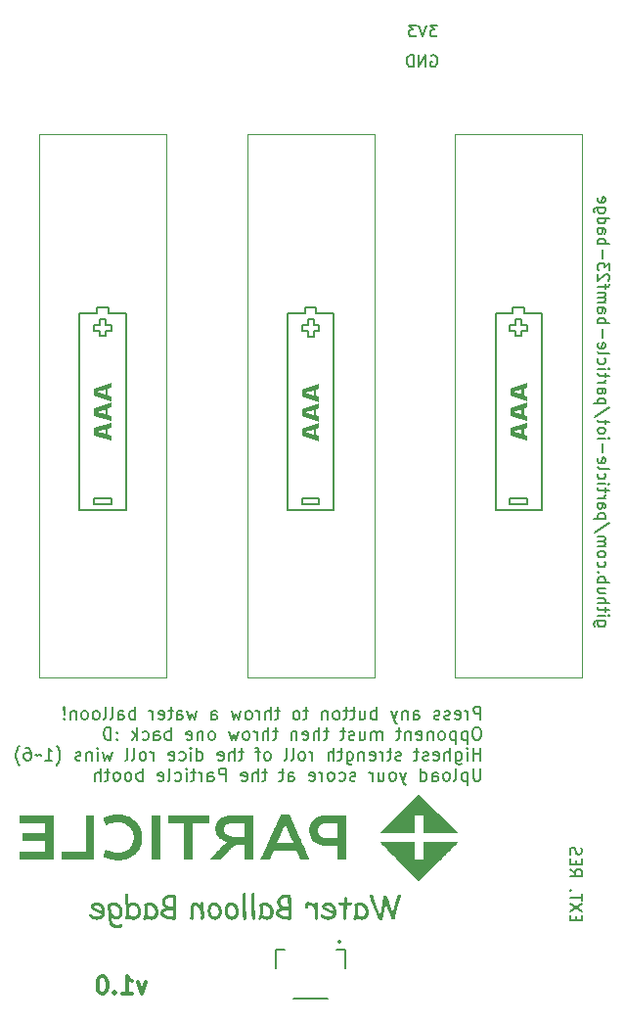
<source format=gbo>
G04 #@! TF.GenerationSoftware,KiCad,Pcbnew,7.0.7*
G04 #@! TF.CreationDate,2023-09-21T00:46:47-05:00*
G04 #@! TF.ProjectId,particle-bamf23-badge,70617274-6963-46c6-952d-62616d663233,v1.0*
G04 #@! TF.SameCoordinates,Original*
G04 #@! TF.FileFunction,Legend,Bot*
G04 #@! TF.FilePolarity,Positive*
%FSLAX46Y46*%
G04 Gerber Fmt 4.6, Leading zero omitted, Abs format (unit mm)*
G04 Created by KiCad (PCBNEW 7.0.7) date 2023-09-21 00:46:47*
%MOMM*%
%LPD*%
G01*
G04 APERTURE LIST*
%ADD10C,0.150000*%
%ADD11C,0.300000*%
%ADD12C,0.180000*%
%ADD13C,0.120000*%
%ADD14C,0.200000*%
%ADD15C,0.203200*%
G04 APERTURE END LIST*
D10*
X137409411Y-54187438D02*
X137504649Y-54139819D01*
X137504649Y-54139819D02*
X137647506Y-54139819D01*
X137647506Y-54139819D02*
X137790363Y-54187438D01*
X137790363Y-54187438D02*
X137885601Y-54282676D01*
X137885601Y-54282676D02*
X137933220Y-54377914D01*
X137933220Y-54377914D02*
X137980839Y-54568390D01*
X137980839Y-54568390D02*
X137980839Y-54711247D01*
X137980839Y-54711247D02*
X137933220Y-54901723D01*
X137933220Y-54901723D02*
X137885601Y-54996961D01*
X137885601Y-54996961D02*
X137790363Y-55092200D01*
X137790363Y-55092200D02*
X137647506Y-55139819D01*
X137647506Y-55139819D02*
X137552268Y-55139819D01*
X137552268Y-55139819D02*
X137409411Y-55092200D01*
X137409411Y-55092200D02*
X137361792Y-55044580D01*
X137361792Y-55044580D02*
X137361792Y-54711247D01*
X137361792Y-54711247D02*
X137552268Y-54711247D01*
X136933220Y-55139819D02*
X136933220Y-54139819D01*
X136933220Y-54139819D02*
X136361792Y-55139819D01*
X136361792Y-55139819D02*
X136361792Y-54139819D01*
X135885601Y-55139819D02*
X135885601Y-54139819D01*
X135885601Y-54139819D02*
X135647506Y-54139819D01*
X135647506Y-54139819D02*
X135504649Y-54187438D01*
X135504649Y-54187438D02*
X135409411Y-54282676D01*
X135409411Y-54282676D02*
X135361792Y-54377914D01*
X135361792Y-54377914D02*
X135314173Y-54568390D01*
X135314173Y-54568390D02*
X135314173Y-54711247D01*
X135314173Y-54711247D02*
X135361792Y-54901723D01*
X135361792Y-54901723D02*
X135409411Y-54996961D01*
X135409411Y-54996961D02*
X135504649Y-55092200D01*
X135504649Y-55092200D02*
X135647506Y-55139819D01*
X135647506Y-55139819D02*
X135885601Y-55139819D01*
X152511847Y-103095239D02*
X151702323Y-103095239D01*
X151702323Y-103095239D02*
X151607085Y-103142858D01*
X151607085Y-103142858D02*
X151559466Y-103190477D01*
X151559466Y-103190477D02*
X151511847Y-103285715D01*
X151511847Y-103285715D02*
X151511847Y-103428572D01*
X151511847Y-103428572D02*
X151559466Y-103523810D01*
X151892800Y-103095239D02*
X151845180Y-103190477D01*
X151845180Y-103190477D02*
X151845180Y-103380953D01*
X151845180Y-103380953D02*
X151892800Y-103476191D01*
X151892800Y-103476191D02*
X151940419Y-103523810D01*
X151940419Y-103523810D02*
X152035657Y-103571429D01*
X152035657Y-103571429D02*
X152321371Y-103571429D01*
X152321371Y-103571429D02*
X152416609Y-103523810D01*
X152416609Y-103523810D02*
X152464228Y-103476191D01*
X152464228Y-103476191D02*
X152511847Y-103380953D01*
X152511847Y-103380953D02*
X152511847Y-103190477D01*
X152511847Y-103190477D02*
X152464228Y-103095239D01*
X151845180Y-102619048D02*
X152511847Y-102619048D01*
X152845180Y-102619048D02*
X152797561Y-102666667D01*
X152797561Y-102666667D02*
X152749942Y-102619048D01*
X152749942Y-102619048D02*
X152797561Y-102571429D01*
X152797561Y-102571429D02*
X152845180Y-102619048D01*
X152845180Y-102619048D02*
X152749942Y-102619048D01*
X152511847Y-102285715D02*
X152511847Y-101904763D01*
X152845180Y-102142858D02*
X151988038Y-102142858D01*
X151988038Y-102142858D02*
X151892800Y-102095239D01*
X151892800Y-102095239D02*
X151845180Y-102000001D01*
X151845180Y-102000001D02*
X151845180Y-101904763D01*
X151845180Y-101571429D02*
X152845180Y-101571429D01*
X151845180Y-101142858D02*
X152368990Y-101142858D01*
X152368990Y-101142858D02*
X152464228Y-101190477D01*
X152464228Y-101190477D02*
X152511847Y-101285715D01*
X152511847Y-101285715D02*
X152511847Y-101428572D01*
X152511847Y-101428572D02*
X152464228Y-101523810D01*
X152464228Y-101523810D02*
X152416609Y-101571429D01*
X152511847Y-100238096D02*
X151845180Y-100238096D01*
X152511847Y-100666667D02*
X151988038Y-100666667D01*
X151988038Y-100666667D02*
X151892800Y-100619048D01*
X151892800Y-100619048D02*
X151845180Y-100523810D01*
X151845180Y-100523810D02*
X151845180Y-100380953D01*
X151845180Y-100380953D02*
X151892800Y-100285715D01*
X151892800Y-100285715D02*
X151940419Y-100238096D01*
X151845180Y-99761905D02*
X152845180Y-99761905D01*
X152464228Y-99761905D02*
X152511847Y-99666667D01*
X152511847Y-99666667D02*
X152511847Y-99476191D01*
X152511847Y-99476191D02*
X152464228Y-99380953D01*
X152464228Y-99380953D02*
X152416609Y-99333334D01*
X152416609Y-99333334D02*
X152321371Y-99285715D01*
X152321371Y-99285715D02*
X152035657Y-99285715D01*
X152035657Y-99285715D02*
X151940419Y-99333334D01*
X151940419Y-99333334D02*
X151892800Y-99380953D01*
X151892800Y-99380953D02*
X151845180Y-99476191D01*
X151845180Y-99476191D02*
X151845180Y-99666667D01*
X151845180Y-99666667D02*
X151892800Y-99761905D01*
X151940419Y-98857143D02*
X151892800Y-98809524D01*
X151892800Y-98809524D02*
X151845180Y-98857143D01*
X151845180Y-98857143D02*
X151892800Y-98904762D01*
X151892800Y-98904762D02*
X151940419Y-98857143D01*
X151940419Y-98857143D02*
X151845180Y-98857143D01*
X151892800Y-97952382D02*
X151845180Y-98047620D01*
X151845180Y-98047620D02*
X151845180Y-98238096D01*
X151845180Y-98238096D02*
X151892800Y-98333334D01*
X151892800Y-98333334D02*
X151940419Y-98380953D01*
X151940419Y-98380953D02*
X152035657Y-98428572D01*
X152035657Y-98428572D02*
X152321371Y-98428572D01*
X152321371Y-98428572D02*
X152416609Y-98380953D01*
X152416609Y-98380953D02*
X152464228Y-98333334D01*
X152464228Y-98333334D02*
X152511847Y-98238096D01*
X152511847Y-98238096D02*
X152511847Y-98047620D01*
X152511847Y-98047620D02*
X152464228Y-97952382D01*
X151845180Y-97380953D02*
X151892800Y-97476191D01*
X151892800Y-97476191D02*
X151940419Y-97523810D01*
X151940419Y-97523810D02*
X152035657Y-97571429D01*
X152035657Y-97571429D02*
X152321371Y-97571429D01*
X152321371Y-97571429D02*
X152416609Y-97523810D01*
X152416609Y-97523810D02*
X152464228Y-97476191D01*
X152464228Y-97476191D02*
X152511847Y-97380953D01*
X152511847Y-97380953D02*
X152511847Y-97238096D01*
X152511847Y-97238096D02*
X152464228Y-97142858D01*
X152464228Y-97142858D02*
X152416609Y-97095239D01*
X152416609Y-97095239D02*
X152321371Y-97047620D01*
X152321371Y-97047620D02*
X152035657Y-97047620D01*
X152035657Y-97047620D02*
X151940419Y-97095239D01*
X151940419Y-97095239D02*
X151892800Y-97142858D01*
X151892800Y-97142858D02*
X151845180Y-97238096D01*
X151845180Y-97238096D02*
X151845180Y-97380953D01*
X151845180Y-96619048D02*
X152511847Y-96619048D01*
X152416609Y-96619048D02*
X152464228Y-96571429D01*
X152464228Y-96571429D02*
X152511847Y-96476191D01*
X152511847Y-96476191D02*
X152511847Y-96333334D01*
X152511847Y-96333334D02*
X152464228Y-96238096D01*
X152464228Y-96238096D02*
X152368990Y-96190477D01*
X152368990Y-96190477D02*
X151845180Y-96190477D01*
X152368990Y-96190477D02*
X152464228Y-96142858D01*
X152464228Y-96142858D02*
X152511847Y-96047620D01*
X152511847Y-96047620D02*
X152511847Y-95904763D01*
X152511847Y-95904763D02*
X152464228Y-95809524D01*
X152464228Y-95809524D02*
X152368990Y-95761905D01*
X152368990Y-95761905D02*
X151845180Y-95761905D01*
X152892800Y-94571430D02*
X151607085Y-95428572D01*
X152511847Y-94238096D02*
X151511847Y-94238096D01*
X152464228Y-94238096D02*
X152511847Y-94142858D01*
X152511847Y-94142858D02*
X152511847Y-93952382D01*
X152511847Y-93952382D02*
X152464228Y-93857144D01*
X152464228Y-93857144D02*
X152416609Y-93809525D01*
X152416609Y-93809525D02*
X152321371Y-93761906D01*
X152321371Y-93761906D02*
X152035657Y-93761906D01*
X152035657Y-93761906D02*
X151940419Y-93809525D01*
X151940419Y-93809525D02*
X151892800Y-93857144D01*
X151892800Y-93857144D02*
X151845180Y-93952382D01*
X151845180Y-93952382D02*
X151845180Y-94142858D01*
X151845180Y-94142858D02*
X151892800Y-94238096D01*
X151845180Y-92904763D02*
X152368990Y-92904763D01*
X152368990Y-92904763D02*
X152464228Y-92952382D01*
X152464228Y-92952382D02*
X152511847Y-93047620D01*
X152511847Y-93047620D02*
X152511847Y-93238096D01*
X152511847Y-93238096D02*
X152464228Y-93333334D01*
X151892800Y-92904763D02*
X151845180Y-93000001D01*
X151845180Y-93000001D02*
X151845180Y-93238096D01*
X151845180Y-93238096D02*
X151892800Y-93333334D01*
X151892800Y-93333334D02*
X151988038Y-93380953D01*
X151988038Y-93380953D02*
X152083276Y-93380953D01*
X152083276Y-93380953D02*
X152178514Y-93333334D01*
X152178514Y-93333334D02*
X152226133Y-93238096D01*
X152226133Y-93238096D02*
X152226133Y-93000001D01*
X152226133Y-93000001D02*
X152273752Y-92904763D01*
X151845180Y-92428572D02*
X152511847Y-92428572D01*
X152321371Y-92428572D02*
X152416609Y-92380953D01*
X152416609Y-92380953D02*
X152464228Y-92333334D01*
X152464228Y-92333334D02*
X152511847Y-92238096D01*
X152511847Y-92238096D02*
X152511847Y-92142858D01*
X152511847Y-91952381D02*
X152511847Y-91571429D01*
X152845180Y-91809524D02*
X151988038Y-91809524D01*
X151988038Y-91809524D02*
X151892800Y-91761905D01*
X151892800Y-91761905D02*
X151845180Y-91666667D01*
X151845180Y-91666667D02*
X151845180Y-91571429D01*
X151845180Y-91238095D02*
X152511847Y-91238095D01*
X152845180Y-91238095D02*
X152797561Y-91285714D01*
X152797561Y-91285714D02*
X152749942Y-91238095D01*
X152749942Y-91238095D02*
X152797561Y-91190476D01*
X152797561Y-91190476D02*
X152845180Y-91238095D01*
X152845180Y-91238095D02*
X152749942Y-91238095D01*
X151892800Y-90333334D02*
X151845180Y-90428572D01*
X151845180Y-90428572D02*
X151845180Y-90619048D01*
X151845180Y-90619048D02*
X151892800Y-90714286D01*
X151892800Y-90714286D02*
X151940419Y-90761905D01*
X151940419Y-90761905D02*
X152035657Y-90809524D01*
X152035657Y-90809524D02*
X152321371Y-90809524D01*
X152321371Y-90809524D02*
X152416609Y-90761905D01*
X152416609Y-90761905D02*
X152464228Y-90714286D01*
X152464228Y-90714286D02*
X152511847Y-90619048D01*
X152511847Y-90619048D02*
X152511847Y-90428572D01*
X152511847Y-90428572D02*
X152464228Y-90333334D01*
X151845180Y-89761905D02*
X151892800Y-89857143D01*
X151892800Y-89857143D02*
X151988038Y-89904762D01*
X151988038Y-89904762D02*
X152845180Y-89904762D01*
X151892800Y-89000000D02*
X151845180Y-89095238D01*
X151845180Y-89095238D02*
X151845180Y-89285714D01*
X151845180Y-89285714D02*
X151892800Y-89380952D01*
X151892800Y-89380952D02*
X151988038Y-89428571D01*
X151988038Y-89428571D02*
X152368990Y-89428571D01*
X152368990Y-89428571D02*
X152464228Y-89380952D01*
X152464228Y-89380952D02*
X152511847Y-89285714D01*
X152511847Y-89285714D02*
X152511847Y-89095238D01*
X152511847Y-89095238D02*
X152464228Y-89000000D01*
X152464228Y-89000000D02*
X152368990Y-88952381D01*
X152368990Y-88952381D02*
X152273752Y-88952381D01*
X152273752Y-88952381D02*
X152178514Y-89428571D01*
X152226133Y-88523809D02*
X152226133Y-87761905D01*
X151845180Y-87285714D02*
X152511847Y-87285714D01*
X152845180Y-87285714D02*
X152797561Y-87333333D01*
X152797561Y-87333333D02*
X152749942Y-87285714D01*
X152749942Y-87285714D02*
X152797561Y-87238095D01*
X152797561Y-87238095D02*
X152845180Y-87285714D01*
X152845180Y-87285714D02*
X152749942Y-87285714D01*
X151845180Y-86666667D02*
X151892800Y-86761905D01*
X151892800Y-86761905D02*
X151940419Y-86809524D01*
X151940419Y-86809524D02*
X152035657Y-86857143D01*
X152035657Y-86857143D02*
X152321371Y-86857143D01*
X152321371Y-86857143D02*
X152416609Y-86809524D01*
X152416609Y-86809524D02*
X152464228Y-86761905D01*
X152464228Y-86761905D02*
X152511847Y-86666667D01*
X152511847Y-86666667D02*
X152511847Y-86523810D01*
X152511847Y-86523810D02*
X152464228Y-86428572D01*
X152464228Y-86428572D02*
X152416609Y-86380953D01*
X152416609Y-86380953D02*
X152321371Y-86333334D01*
X152321371Y-86333334D02*
X152035657Y-86333334D01*
X152035657Y-86333334D02*
X151940419Y-86380953D01*
X151940419Y-86380953D02*
X151892800Y-86428572D01*
X151892800Y-86428572D02*
X151845180Y-86523810D01*
X151845180Y-86523810D02*
X151845180Y-86666667D01*
X152511847Y-86047619D02*
X152511847Y-85666667D01*
X152845180Y-85904762D02*
X151988038Y-85904762D01*
X151988038Y-85904762D02*
X151892800Y-85857143D01*
X151892800Y-85857143D02*
X151845180Y-85761905D01*
X151845180Y-85761905D02*
X151845180Y-85666667D01*
X152892800Y-84619048D02*
X151607085Y-85476190D01*
X152511847Y-84285714D02*
X151511847Y-84285714D01*
X152464228Y-84285714D02*
X152511847Y-84190476D01*
X152511847Y-84190476D02*
X152511847Y-84000000D01*
X152511847Y-84000000D02*
X152464228Y-83904762D01*
X152464228Y-83904762D02*
X152416609Y-83857143D01*
X152416609Y-83857143D02*
X152321371Y-83809524D01*
X152321371Y-83809524D02*
X152035657Y-83809524D01*
X152035657Y-83809524D02*
X151940419Y-83857143D01*
X151940419Y-83857143D02*
X151892800Y-83904762D01*
X151892800Y-83904762D02*
X151845180Y-84000000D01*
X151845180Y-84000000D02*
X151845180Y-84190476D01*
X151845180Y-84190476D02*
X151892800Y-84285714D01*
X151845180Y-82952381D02*
X152368990Y-82952381D01*
X152368990Y-82952381D02*
X152464228Y-83000000D01*
X152464228Y-83000000D02*
X152511847Y-83095238D01*
X152511847Y-83095238D02*
X152511847Y-83285714D01*
X152511847Y-83285714D02*
X152464228Y-83380952D01*
X151892800Y-82952381D02*
X151845180Y-83047619D01*
X151845180Y-83047619D02*
X151845180Y-83285714D01*
X151845180Y-83285714D02*
X151892800Y-83380952D01*
X151892800Y-83380952D02*
X151988038Y-83428571D01*
X151988038Y-83428571D02*
X152083276Y-83428571D01*
X152083276Y-83428571D02*
X152178514Y-83380952D01*
X152178514Y-83380952D02*
X152226133Y-83285714D01*
X152226133Y-83285714D02*
X152226133Y-83047619D01*
X152226133Y-83047619D02*
X152273752Y-82952381D01*
X151845180Y-82476190D02*
X152511847Y-82476190D01*
X152321371Y-82476190D02*
X152416609Y-82428571D01*
X152416609Y-82428571D02*
X152464228Y-82380952D01*
X152464228Y-82380952D02*
X152511847Y-82285714D01*
X152511847Y-82285714D02*
X152511847Y-82190476D01*
X152511847Y-81999999D02*
X152511847Y-81619047D01*
X152845180Y-81857142D02*
X151988038Y-81857142D01*
X151988038Y-81857142D02*
X151892800Y-81809523D01*
X151892800Y-81809523D02*
X151845180Y-81714285D01*
X151845180Y-81714285D02*
X151845180Y-81619047D01*
X151845180Y-81285713D02*
X152511847Y-81285713D01*
X152845180Y-81285713D02*
X152797561Y-81333332D01*
X152797561Y-81333332D02*
X152749942Y-81285713D01*
X152749942Y-81285713D02*
X152797561Y-81238094D01*
X152797561Y-81238094D02*
X152845180Y-81285713D01*
X152845180Y-81285713D02*
X152749942Y-81285713D01*
X151892800Y-80380952D02*
X151845180Y-80476190D01*
X151845180Y-80476190D02*
X151845180Y-80666666D01*
X151845180Y-80666666D02*
X151892800Y-80761904D01*
X151892800Y-80761904D02*
X151940419Y-80809523D01*
X151940419Y-80809523D02*
X152035657Y-80857142D01*
X152035657Y-80857142D02*
X152321371Y-80857142D01*
X152321371Y-80857142D02*
X152416609Y-80809523D01*
X152416609Y-80809523D02*
X152464228Y-80761904D01*
X152464228Y-80761904D02*
X152511847Y-80666666D01*
X152511847Y-80666666D02*
X152511847Y-80476190D01*
X152511847Y-80476190D02*
X152464228Y-80380952D01*
X151845180Y-79809523D02*
X151892800Y-79904761D01*
X151892800Y-79904761D02*
X151988038Y-79952380D01*
X151988038Y-79952380D02*
X152845180Y-79952380D01*
X151892800Y-79047618D02*
X151845180Y-79142856D01*
X151845180Y-79142856D02*
X151845180Y-79333332D01*
X151845180Y-79333332D02*
X151892800Y-79428570D01*
X151892800Y-79428570D02*
X151988038Y-79476189D01*
X151988038Y-79476189D02*
X152368990Y-79476189D01*
X152368990Y-79476189D02*
X152464228Y-79428570D01*
X152464228Y-79428570D02*
X152511847Y-79333332D01*
X152511847Y-79333332D02*
X152511847Y-79142856D01*
X152511847Y-79142856D02*
X152464228Y-79047618D01*
X152464228Y-79047618D02*
X152368990Y-78999999D01*
X152368990Y-78999999D02*
X152273752Y-78999999D01*
X152273752Y-78999999D02*
X152178514Y-79476189D01*
X152226133Y-78571427D02*
X152226133Y-77809523D01*
X151845180Y-77333332D02*
X152845180Y-77333332D01*
X152464228Y-77333332D02*
X152511847Y-77238094D01*
X152511847Y-77238094D02*
X152511847Y-77047618D01*
X152511847Y-77047618D02*
X152464228Y-76952380D01*
X152464228Y-76952380D02*
X152416609Y-76904761D01*
X152416609Y-76904761D02*
X152321371Y-76857142D01*
X152321371Y-76857142D02*
X152035657Y-76857142D01*
X152035657Y-76857142D02*
X151940419Y-76904761D01*
X151940419Y-76904761D02*
X151892800Y-76952380D01*
X151892800Y-76952380D02*
X151845180Y-77047618D01*
X151845180Y-77047618D02*
X151845180Y-77238094D01*
X151845180Y-77238094D02*
X151892800Y-77333332D01*
X151845180Y-75999999D02*
X152368990Y-75999999D01*
X152368990Y-75999999D02*
X152464228Y-76047618D01*
X152464228Y-76047618D02*
X152511847Y-76142856D01*
X152511847Y-76142856D02*
X152511847Y-76333332D01*
X152511847Y-76333332D02*
X152464228Y-76428570D01*
X151892800Y-75999999D02*
X151845180Y-76095237D01*
X151845180Y-76095237D02*
X151845180Y-76333332D01*
X151845180Y-76333332D02*
X151892800Y-76428570D01*
X151892800Y-76428570D02*
X151988038Y-76476189D01*
X151988038Y-76476189D02*
X152083276Y-76476189D01*
X152083276Y-76476189D02*
X152178514Y-76428570D01*
X152178514Y-76428570D02*
X152226133Y-76333332D01*
X152226133Y-76333332D02*
X152226133Y-76095237D01*
X152226133Y-76095237D02*
X152273752Y-75999999D01*
X151845180Y-75523808D02*
X152511847Y-75523808D01*
X152416609Y-75523808D02*
X152464228Y-75476189D01*
X152464228Y-75476189D02*
X152511847Y-75380951D01*
X152511847Y-75380951D02*
X152511847Y-75238094D01*
X152511847Y-75238094D02*
X152464228Y-75142856D01*
X152464228Y-75142856D02*
X152368990Y-75095237D01*
X152368990Y-75095237D02*
X151845180Y-75095237D01*
X152368990Y-75095237D02*
X152464228Y-75047618D01*
X152464228Y-75047618D02*
X152511847Y-74952380D01*
X152511847Y-74952380D02*
X152511847Y-74809523D01*
X152511847Y-74809523D02*
X152464228Y-74714284D01*
X152464228Y-74714284D02*
X152368990Y-74666665D01*
X152368990Y-74666665D02*
X151845180Y-74666665D01*
X152511847Y-74333332D02*
X152511847Y-73952380D01*
X151845180Y-74190475D02*
X152702323Y-74190475D01*
X152702323Y-74190475D02*
X152797561Y-74142856D01*
X152797561Y-74142856D02*
X152845180Y-74047618D01*
X152845180Y-74047618D02*
X152845180Y-73952380D01*
X152749942Y-73666665D02*
X152797561Y-73619046D01*
X152797561Y-73619046D02*
X152845180Y-73523808D01*
X152845180Y-73523808D02*
X152845180Y-73285713D01*
X152845180Y-73285713D02*
X152797561Y-73190475D01*
X152797561Y-73190475D02*
X152749942Y-73142856D01*
X152749942Y-73142856D02*
X152654704Y-73095237D01*
X152654704Y-73095237D02*
X152559466Y-73095237D01*
X152559466Y-73095237D02*
X152416609Y-73142856D01*
X152416609Y-73142856D02*
X151845180Y-73714284D01*
X151845180Y-73714284D02*
X151845180Y-73095237D01*
X152845180Y-72761903D02*
X152845180Y-72142856D01*
X152845180Y-72142856D02*
X152464228Y-72476189D01*
X152464228Y-72476189D02*
X152464228Y-72333332D01*
X152464228Y-72333332D02*
X152416609Y-72238094D01*
X152416609Y-72238094D02*
X152368990Y-72190475D01*
X152368990Y-72190475D02*
X152273752Y-72142856D01*
X152273752Y-72142856D02*
X152035657Y-72142856D01*
X152035657Y-72142856D02*
X151940419Y-72190475D01*
X151940419Y-72190475D02*
X151892800Y-72238094D01*
X151892800Y-72238094D02*
X151845180Y-72333332D01*
X151845180Y-72333332D02*
X151845180Y-72619046D01*
X151845180Y-72619046D02*
X151892800Y-72714284D01*
X151892800Y-72714284D02*
X151940419Y-72761903D01*
X152226133Y-71714284D02*
X152226133Y-70952380D01*
X151845180Y-70476189D02*
X152845180Y-70476189D01*
X152464228Y-70476189D02*
X152511847Y-70380951D01*
X152511847Y-70380951D02*
X152511847Y-70190475D01*
X152511847Y-70190475D02*
X152464228Y-70095237D01*
X152464228Y-70095237D02*
X152416609Y-70047618D01*
X152416609Y-70047618D02*
X152321371Y-69999999D01*
X152321371Y-69999999D02*
X152035657Y-69999999D01*
X152035657Y-69999999D02*
X151940419Y-70047618D01*
X151940419Y-70047618D02*
X151892800Y-70095237D01*
X151892800Y-70095237D02*
X151845180Y-70190475D01*
X151845180Y-70190475D02*
X151845180Y-70380951D01*
X151845180Y-70380951D02*
X151892800Y-70476189D01*
X151845180Y-69142856D02*
X152368990Y-69142856D01*
X152368990Y-69142856D02*
X152464228Y-69190475D01*
X152464228Y-69190475D02*
X152511847Y-69285713D01*
X152511847Y-69285713D02*
X152511847Y-69476189D01*
X152511847Y-69476189D02*
X152464228Y-69571427D01*
X151892800Y-69142856D02*
X151845180Y-69238094D01*
X151845180Y-69238094D02*
X151845180Y-69476189D01*
X151845180Y-69476189D02*
X151892800Y-69571427D01*
X151892800Y-69571427D02*
X151988038Y-69619046D01*
X151988038Y-69619046D02*
X152083276Y-69619046D01*
X152083276Y-69619046D02*
X152178514Y-69571427D01*
X152178514Y-69571427D02*
X152226133Y-69476189D01*
X152226133Y-69476189D02*
X152226133Y-69238094D01*
X152226133Y-69238094D02*
X152273752Y-69142856D01*
X151845180Y-68238094D02*
X152845180Y-68238094D01*
X151892800Y-68238094D02*
X151845180Y-68333332D01*
X151845180Y-68333332D02*
X151845180Y-68523808D01*
X151845180Y-68523808D02*
X151892800Y-68619046D01*
X151892800Y-68619046D02*
X151940419Y-68666665D01*
X151940419Y-68666665D02*
X152035657Y-68714284D01*
X152035657Y-68714284D02*
X152321371Y-68714284D01*
X152321371Y-68714284D02*
X152416609Y-68666665D01*
X152416609Y-68666665D02*
X152464228Y-68619046D01*
X152464228Y-68619046D02*
X152511847Y-68523808D01*
X152511847Y-68523808D02*
X152511847Y-68333332D01*
X152511847Y-68333332D02*
X152464228Y-68238094D01*
X152511847Y-67333332D02*
X151702323Y-67333332D01*
X151702323Y-67333332D02*
X151607085Y-67380951D01*
X151607085Y-67380951D02*
X151559466Y-67428570D01*
X151559466Y-67428570D02*
X151511847Y-67523808D01*
X151511847Y-67523808D02*
X151511847Y-67666665D01*
X151511847Y-67666665D02*
X151559466Y-67761903D01*
X151892800Y-67333332D02*
X151845180Y-67428570D01*
X151845180Y-67428570D02*
X151845180Y-67619046D01*
X151845180Y-67619046D02*
X151892800Y-67714284D01*
X151892800Y-67714284D02*
X151940419Y-67761903D01*
X151940419Y-67761903D02*
X152035657Y-67809522D01*
X152035657Y-67809522D02*
X152321371Y-67809522D01*
X152321371Y-67809522D02*
X152416609Y-67761903D01*
X152416609Y-67761903D02*
X152464228Y-67714284D01*
X152464228Y-67714284D02*
X152511847Y-67619046D01*
X152511847Y-67619046D02*
X152511847Y-67428570D01*
X152511847Y-67428570D02*
X152464228Y-67333332D01*
X151892800Y-66476189D02*
X151845180Y-66571427D01*
X151845180Y-66571427D02*
X151845180Y-66761903D01*
X151845180Y-66761903D02*
X151892800Y-66857141D01*
X151892800Y-66857141D02*
X151988038Y-66904760D01*
X151988038Y-66904760D02*
X152368990Y-66904760D01*
X152368990Y-66904760D02*
X152464228Y-66857141D01*
X152464228Y-66857141D02*
X152511847Y-66761903D01*
X152511847Y-66761903D02*
X152511847Y-66571427D01*
X152511847Y-66571427D02*
X152464228Y-66476189D01*
X152464228Y-66476189D02*
X152368990Y-66428570D01*
X152368990Y-66428570D02*
X152273752Y-66428570D01*
X152273752Y-66428570D02*
X152178514Y-66904760D01*
D11*
X112758346Y-134310828D02*
X112401203Y-135310828D01*
X112401203Y-135310828D02*
X112044060Y-134310828D01*
X110686917Y-135310828D02*
X111544060Y-135310828D01*
X111115489Y-135310828D02*
X111115489Y-133810828D01*
X111115489Y-133810828D02*
X111258346Y-134025114D01*
X111258346Y-134025114D02*
X111401203Y-134167971D01*
X111401203Y-134167971D02*
X111544060Y-134239400D01*
X110044061Y-135167971D02*
X109972632Y-135239400D01*
X109972632Y-135239400D02*
X110044061Y-135310828D01*
X110044061Y-135310828D02*
X110115489Y-135239400D01*
X110115489Y-135239400D02*
X110044061Y-135167971D01*
X110044061Y-135167971D02*
X110044061Y-135310828D01*
X109044060Y-133810828D02*
X108901203Y-133810828D01*
X108901203Y-133810828D02*
X108758346Y-133882257D01*
X108758346Y-133882257D02*
X108686918Y-133953685D01*
X108686918Y-133953685D02*
X108615489Y-134096542D01*
X108615489Y-134096542D02*
X108544060Y-134382257D01*
X108544060Y-134382257D02*
X108544060Y-134739400D01*
X108544060Y-134739400D02*
X108615489Y-135025114D01*
X108615489Y-135025114D02*
X108686918Y-135167971D01*
X108686918Y-135167971D02*
X108758346Y-135239400D01*
X108758346Y-135239400D02*
X108901203Y-135310828D01*
X108901203Y-135310828D02*
X109044060Y-135310828D01*
X109044060Y-135310828D02*
X109186918Y-135239400D01*
X109186918Y-135239400D02*
X109258346Y-135167971D01*
X109258346Y-135167971D02*
X109329775Y-135025114D01*
X109329775Y-135025114D02*
X109401203Y-134739400D01*
X109401203Y-134739400D02*
X109401203Y-134382257D01*
X109401203Y-134382257D02*
X109329775Y-134096542D01*
X109329775Y-134096542D02*
X109258346Y-133953685D01*
X109258346Y-133953685D02*
X109186918Y-133882257D01*
X109186918Y-133882257D02*
X109044060Y-133810828D01*
D10*
X137948458Y-51539819D02*
X137329411Y-51539819D01*
X137329411Y-51539819D02*
X137662744Y-51920771D01*
X137662744Y-51920771D02*
X137519887Y-51920771D01*
X137519887Y-51920771D02*
X137424649Y-51968390D01*
X137424649Y-51968390D02*
X137377030Y-52016009D01*
X137377030Y-52016009D02*
X137329411Y-52111247D01*
X137329411Y-52111247D02*
X137329411Y-52349342D01*
X137329411Y-52349342D02*
X137377030Y-52444580D01*
X137377030Y-52444580D02*
X137424649Y-52492200D01*
X137424649Y-52492200D02*
X137519887Y-52539819D01*
X137519887Y-52539819D02*
X137805601Y-52539819D01*
X137805601Y-52539819D02*
X137900839Y-52492200D01*
X137900839Y-52492200D02*
X137948458Y-52444580D01*
X137043696Y-51539819D02*
X136710363Y-52539819D01*
X136710363Y-52539819D02*
X136377030Y-51539819D01*
X136138934Y-51539819D02*
X135519887Y-51539819D01*
X135519887Y-51539819D02*
X135853220Y-51920771D01*
X135853220Y-51920771D02*
X135710363Y-51920771D01*
X135710363Y-51920771D02*
X135615125Y-51968390D01*
X135615125Y-51968390D02*
X135567506Y-52016009D01*
X135567506Y-52016009D02*
X135519887Y-52111247D01*
X135519887Y-52111247D02*
X135519887Y-52349342D01*
X135519887Y-52349342D02*
X135567506Y-52444580D01*
X135567506Y-52444580D02*
X135615125Y-52492200D01*
X135615125Y-52492200D02*
X135710363Y-52539819D01*
X135710363Y-52539819D02*
X135996077Y-52539819D01*
X135996077Y-52539819D02*
X136091315Y-52492200D01*
X136091315Y-52492200D02*
X136138934Y-52444580D01*
D12*
X141719674Y-111593020D02*
X141719674Y-110493020D01*
X141719674Y-110493020D02*
X141300626Y-110493020D01*
X141300626Y-110493020D02*
X141195864Y-110545401D01*
X141195864Y-110545401D02*
X141143483Y-110597782D01*
X141143483Y-110597782D02*
X141091102Y-110702544D01*
X141091102Y-110702544D02*
X141091102Y-110859687D01*
X141091102Y-110859687D02*
X141143483Y-110964449D01*
X141143483Y-110964449D02*
X141195864Y-111016830D01*
X141195864Y-111016830D02*
X141300626Y-111069211D01*
X141300626Y-111069211D02*
X141719674Y-111069211D01*
X140619674Y-111593020D02*
X140619674Y-110859687D01*
X140619674Y-111069211D02*
X140567293Y-110964449D01*
X140567293Y-110964449D02*
X140514912Y-110912068D01*
X140514912Y-110912068D02*
X140410150Y-110859687D01*
X140410150Y-110859687D02*
X140305388Y-110859687D01*
X139519674Y-111540640D02*
X139624436Y-111593020D01*
X139624436Y-111593020D02*
X139833960Y-111593020D01*
X139833960Y-111593020D02*
X139938722Y-111540640D01*
X139938722Y-111540640D02*
X139991103Y-111435878D01*
X139991103Y-111435878D02*
X139991103Y-111016830D01*
X139991103Y-111016830D02*
X139938722Y-110912068D01*
X139938722Y-110912068D02*
X139833960Y-110859687D01*
X139833960Y-110859687D02*
X139624436Y-110859687D01*
X139624436Y-110859687D02*
X139519674Y-110912068D01*
X139519674Y-110912068D02*
X139467293Y-111016830D01*
X139467293Y-111016830D02*
X139467293Y-111121592D01*
X139467293Y-111121592D02*
X139991103Y-111226354D01*
X139048246Y-111540640D02*
X138943484Y-111593020D01*
X138943484Y-111593020D02*
X138733960Y-111593020D01*
X138733960Y-111593020D02*
X138629198Y-111540640D01*
X138629198Y-111540640D02*
X138576817Y-111435878D01*
X138576817Y-111435878D02*
X138576817Y-111383497D01*
X138576817Y-111383497D02*
X138629198Y-111278735D01*
X138629198Y-111278735D02*
X138733960Y-111226354D01*
X138733960Y-111226354D02*
X138891103Y-111226354D01*
X138891103Y-111226354D02*
X138995865Y-111173973D01*
X138995865Y-111173973D02*
X139048246Y-111069211D01*
X139048246Y-111069211D02*
X139048246Y-111016830D01*
X139048246Y-111016830D02*
X138995865Y-110912068D01*
X138995865Y-110912068D02*
X138891103Y-110859687D01*
X138891103Y-110859687D02*
X138733960Y-110859687D01*
X138733960Y-110859687D02*
X138629198Y-110912068D01*
X138157770Y-111540640D02*
X138053008Y-111593020D01*
X138053008Y-111593020D02*
X137843484Y-111593020D01*
X137843484Y-111593020D02*
X137738722Y-111540640D01*
X137738722Y-111540640D02*
X137686341Y-111435878D01*
X137686341Y-111435878D02*
X137686341Y-111383497D01*
X137686341Y-111383497D02*
X137738722Y-111278735D01*
X137738722Y-111278735D02*
X137843484Y-111226354D01*
X137843484Y-111226354D02*
X138000627Y-111226354D01*
X138000627Y-111226354D02*
X138105389Y-111173973D01*
X138105389Y-111173973D02*
X138157770Y-111069211D01*
X138157770Y-111069211D02*
X138157770Y-111016830D01*
X138157770Y-111016830D02*
X138105389Y-110912068D01*
X138105389Y-110912068D02*
X138000627Y-110859687D01*
X138000627Y-110859687D02*
X137843484Y-110859687D01*
X137843484Y-110859687D02*
X137738722Y-110912068D01*
X135905389Y-111593020D02*
X135905389Y-111016830D01*
X135905389Y-111016830D02*
X135957770Y-110912068D01*
X135957770Y-110912068D02*
X136062532Y-110859687D01*
X136062532Y-110859687D02*
X136272056Y-110859687D01*
X136272056Y-110859687D02*
X136376818Y-110912068D01*
X135905389Y-111540640D02*
X136010151Y-111593020D01*
X136010151Y-111593020D02*
X136272056Y-111593020D01*
X136272056Y-111593020D02*
X136376818Y-111540640D01*
X136376818Y-111540640D02*
X136429199Y-111435878D01*
X136429199Y-111435878D02*
X136429199Y-111331116D01*
X136429199Y-111331116D02*
X136376818Y-111226354D01*
X136376818Y-111226354D02*
X136272056Y-111173973D01*
X136272056Y-111173973D02*
X136010151Y-111173973D01*
X136010151Y-111173973D02*
X135905389Y-111121592D01*
X135381580Y-110859687D02*
X135381580Y-111593020D01*
X135381580Y-110964449D02*
X135329199Y-110912068D01*
X135329199Y-110912068D02*
X135224437Y-110859687D01*
X135224437Y-110859687D02*
X135067294Y-110859687D01*
X135067294Y-110859687D02*
X134962532Y-110912068D01*
X134962532Y-110912068D02*
X134910151Y-111016830D01*
X134910151Y-111016830D02*
X134910151Y-111593020D01*
X134491104Y-110859687D02*
X134229199Y-111593020D01*
X133967294Y-110859687D02*
X134229199Y-111593020D01*
X134229199Y-111593020D02*
X134333961Y-111854925D01*
X134333961Y-111854925D02*
X134386342Y-111907306D01*
X134386342Y-111907306D02*
X134491104Y-111959687D01*
X132710152Y-111593020D02*
X132710152Y-110493020D01*
X132710152Y-110912068D02*
X132605390Y-110859687D01*
X132605390Y-110859687D02*
X132395866Y-110859687D01*
X132395866Y-110859687D02*
X132291104Y-110912068D01*
X132291104Y-110912068D02*
X132238723Y-110964449D01*
X132238723Y-110964449D02*
X132186342Y-111069211D01*
X132186342Y-111069211D02*
X132186342Y-111383497D01*
X132186342Y-111383497D02*
X132238723Y-111488259D01*
X132238723Y-111488259D02*
X132291104Y-111540640D01*
X132291104Y-111540640D02*
X132395866Y-111593020D01*
X132395866Y-111593020D02*
X132605390Y-111593020D01*
X132605390Y-111593020D02*
X132710152Y-111540640D01*
X131243485Y-110859687D02*
X131243485Y-111593020D01*
X131714914Y-110859687D02*
X131714914Y-111435878D01*
X131714914Y-111435878D02*
X131662533Y-111540640D01*
X131662533Y-111540640D02*
X131557771Y-111593020D01*
X131557771Y-111593020D02*
X131400628Y-111593020D01*
X131400628Y-111593020D02*
X131295866Y-111540640D01*
X131295866Y-111540640D02*
X131243485Y-111488259D01*
X130876819Y-110859687D02*
X130457771Y-110859687D01*
X130719676Y-110493020D02*
X130719676Y-111435878D01*
X130719676Y-111435878D02*
X130667295Y-111540640D01*
X130667295Y-111540640D02*
X130562533Y-111593020D01*
X130562533Y-111593020D02*
X130457771Y-111593020D01*
X130248248Y-110859687D02*
X129829200Y-110859687D01*
X130091105Y-110493020D02*
X130091105Y-111435878D01*
X130091105Y-111435878D02*
X130038724Y-111540640D01*
X130038724Y-111540640D02*
X129933962Y-111593020D01*
X129933962Y-111593020D02*
X129829200Y-111593020D01*
X129305391Y-111593020D02*
X129410153Y-111540640D01*
X129410153Y-111540640D02*
X129462534Y-111488259D01*
X129462534Y-111488259D02*
X129514915Y-111383497D01*
X129514915Y-111383497D02*
X129514915Y-111069211D01*
X129514915Y-111069211D02*
X129462534Y-110964449D01*
X129462534Y-110964449D02*
X129410153Y-110912068D01*
X129410153Y-110912068D02*
X129305391Y-110859687D01*
X129305391Y-110859687D02*
X129148248Y-110859687D01*
X129148248Y-110859687D02*
X129043486Y-110912068D01*
X129043486Y-110912068D02*
X128991105Y-110964449D01*
X128991105Y-110964449D02*
X128938724Y-111069211D01*
X128938724Y-111069211D02*
X128938724Y-111383497D01*
X128938724Y-111383497D02*
X128991105Y-111488259D01*
X128991105Y-111488259D02*
X129043486Y-111540640D01*
X129043486Y-111540640D02*
X129148248Y-111593020D01*
X129148248Y-111593020D02*
X129305391Y-111593020D01*
X128467296Y-110859687D02*
X128467296Y-111593020D01*
X128467296Y-110964449D02*
X128414915Y-110912068D01*
X128414915Y-110912068D02*
X128310153Y-110859687D01*
X128310153Y-110859687D02*
X128153010Y-110859687D01*
X128153010Y-110859687D02*
X128048248Y-110912068D01*
X128048248Y-110912068D02*
X127995867Y-111016830D01*
X127995867Y-111016830D02*
X127995867Y-111593020D01*
X126791106Y-110859687D02*
X126372058Y-110859687D01*
X126633963Y-110493020D02*
X126633963Y-111435878D01*
X126633963Y-111435878D02*
X126581582Y-111540640D01*
X126581582Y-111540640D02*
X126476820Y-111593020D01*
X126476820Y-111593020D02*
X126372058Y-111593020D01*
X125848249Y-111593020D02*
X125953011Y-111540640D01*
X125953011Y-111540640D02*
X126005392Y-111488259D01*
X126005392Y-111488259D02*
X126057773Y-111383497D01*
X126057773Y-111383497D02*
X126057773Y-111069211D01*
X126057773Y-111069211D02*
X126005392Y-110964449D01*
X126005392Y-110964449D02*
X125953011Y-110912068D01*
X125953011Y-110912068D02*
X125848249Y-110859687D01*
X125848249Y-110859687D02*
X125691106Y-110859687D01*
X125691106Y-110859687D02*
X125586344Y-110912068D01*
X125586344Y-110912068D02*
X125533963Y-110964449D01*
X125533963Y-110964449D02*
X125481582Y-111069211D01*
X125481582Y-111069211D02*
X125481582Y-111383497D01*
X125481582Y-111383497D02*
X125533963Y-111488259D01*
X125533963Y-111488259D02*
X125586344Y-111540640D01*
X125586344Y-111540640D02*
X125691106Y-111593020D01*
X125691106Y-111593020D02*
X125848249Y-111593020D01*
X124329202Y-110859687D02*
X123910154Y-110859687D01*
X124172059Y-110493020D02*
X124172059Y-111435878D01*
X124172059Y-111435878D02*
X124119678Y-111540640D01*
X124119678Y-111540640D02*
X124014916Y-111593020D01*
X124014916Y-111593020D02*
X123910154Y-111593020D01*
X123543488Y-111593020D02*
X123543488Y-110493020D01*
X123072059Y-111593020D02*
X123072059Y-111016830D01*
X123072059Y-111016830D02*
X123124440Y-110912068D01*
X123124440Y-110912068D02*
X123229202Y-110859687D01*
X123229202Y-110859687D02*
X123386345Y-110859687D01*
X123386345Y-110859687D02*
X123491107Y-110912068D01*
X123491107Y-110912068D02*
X123543488Y-110964449D01*
X122548250Y-111593020D02*
X122548250Y-110859687D01*
X122548250Y-111069211D02*
X122495869Y-110964449D01*
X122495869Y-110964449D02*
X122443488Y-110912068D01*
X122443488Y-110912068D02*
X122338726Y-110859687D01*
X122338726Y-110859687D02*
X122233964Y-110859687D01*
X121710155Y-111593020D02*
X121814917Y-111540640D01*
X121814917Y-111540640D02*
X121867298Y-111488259D01*
X121867298Y-111488259D02*
X121919679Y-111383497D01*
X121919679Y-111383497D02*
X121919679Y-111069211D01*
X121919679Y-111069211D02*
X121867298Y-110964449D01*
X121867298Y-110964449D02*
X121814917Y-110912068D01*
X121814917Y-110912068D02*
X121710155Y-110859687D01*
X121710155Y-110859687D02*
X121553012Y-110859687D01*
X121553012Y-110859687D02*
X121448250Y-110912068D01*
X121448250Y-110912068D02*
X121395869Y-110964449D01*
X121395869Y-110964449D02*
X121343488Y-111069211D01*
X121343488Y-111069211D02*
X121343488Y-111383497D01*
X121343488Y-111383497D02*
X121395869Y-111488259D01*
X121395869Y-111488259D02*
X121448250Y-111540640D01*
X121448250Y-111540640D02*
X121553012Y-111593020D01*
X121553012Y-111593020D02*
X121710155Y-111593020D01*
X120976822Y-110859687D02*
X120767298Y-111593020D01*
X120767298Y-111593020D02*
X120557774Y-111069211D01*
X120557774Y-111069211D02*
X120348250Y-111593020D01*
X120348250Y-111593020D02*
X120138726Y-110859687D01*
X118410155Y-111593020D02*
X118410155Y-111016830D01*
X118410155Y-111016830D02*
X118462536Y-110912068D01*
X118462536Y-110912068D02*
X118567298Y-110859687D01*
X118567298Y-110859687D02*
X118776822Y-110859687D01*
X118776822Y-110859687D02*
X118881584Y-110912068D01*
X118410155Y-111540640D02*
X118514917Y-111593020D01*
X118514917Y-111593020D02*
X118776822Y-111593020D01*
X118776822Y-111593020D02*
X118881584Y-111540640D01*
X118881584Y-111540640D02*
X118933965Y-111435878D01*
X118933965Y-111435878D02*
X118933965Y-111331116D01*
X118933965Y-111331116D02*
X118881584Y-111226354D01*
X118881584Y-111226354D02*
X118776822Y-111173973D01*
X118776822Y-111173973D02*
X118514917Y-111173973D01*
X118514917Y-111173973D02*
X118410155Y-111121592D01*
X117153013Y-110859687D02*
X116943489Y-111593020D01*
X116943489Y-111593020D02*
X116733965Y-111069211D01*
X116733965Y-111069211D02*
X116524441Y-111593020D01*
X116524441Y-111593020D02*
X116314917Y-110859687D01*
X115424441Y-111593020D02*
X115424441Y-111016830D01*
X115424441Y-111016830D02*
X115476822Y-110912068D01*
X115476822Y-110912068D02*
X115581584Y-110859687D01*
X115581584Y-110859687D02*
X115791108Y-110859687D01*
X115791108Y-110859687D02*
X115895870Y-110912068D01*
X115424441Y-111540640D02*
X115529203Y-111593020D01*
X115529203Y-111593020D02*
X115791108Y-111593020D01*
X115791108Y-111593020D02*
X115895870Y-111540640D01*
X115895870Y-111540640D02*
X115948251Y-111435878D01*
X115948251Y-111435878D02*
X115948251Y-111331116D01*
X115948251Y-111331116D02*
X115895870Y-111226354D01*
X115895870Y-111226354D02*
X115791108Y-111173973D01*
X115791108Y-111173973D02*
X115529203Y-111173973D01*
X115529203Y-111173973D02*
X115424441Y-111121592D01*
X115057775Y-110859687D02*
X114638727Y-110859687D01*
X114900632Y-110493020D02*
X114900632Y-111435878D01*
X114900632Y-111435878D02*
X114848251Y-111540640D01*
X114848251Y-111540640D02*
X114743489Y-111593020D01*
X114743489Y-111593020D02*
X114638727Y-111593020D01*
X113853013Y-111540640D02*
X113957775Y-111593020D01*
X113957775Y-111593020D02*
X114167299Y-111593020D01*
X114167299Y-111593020D02*
X114272061Y-111540640D01*
X114272061Y-111540640D02*
X114324442Y-111435878D01*
X114324442Y-111435878D02*
X114324442Y-111016830D01*
X114324442Y-111016830D02*
X114272061Y-110912068D01*
X114272061Y-110912068D02*
X114167299Y-110859687D01*
X114167299Y-110859687D02*
X113957775Y-110859687D01*
X113957775Y-110859687D02*
X113853013Y-110912068D01*
X113853013Y-110912068D02*
X113800632Y-111016830D01*
X113800632Y-111016830D02*
X113800632Y-111121592D01*
X113800632Y-111121592D02*
X114324442Y-111226354D01*
X113329204Y-111593020D02*
X113329204Y-110859687D01*
X113329204Y-111069211D02*
X113276823Y-110964449D01*
X113276823Y-110964449D02*
X113224442Y-110912068D01*
X113224442Y-110912068D02*
X113119680Y-110859687D01*
X113119680Y-110859687D02*
X113014918Y-110859687D01*
X111810157Y-111593020D02*
X111810157Y-110493020D01*
X111810157Y-110912068D02*
X111705395Y-110859687D01*
X111705395Y-110859687D02*
X111495871Y-110859687D01*
X111495871Y-110859687D02*
X111391109Y-110912068D01*
X111391109Y-110912068D02*
X111338728Y-110964449D01*
X111338728Y-110964449D02*
X111286347Y-111069211D01*
X111286347Y-111069211D02*
X111286347Y-111383497D01*
X111286347Y-111383497D02*
X111338728Y-111488259D01*
X111338728Y-111488259D02*
X111391109Y-111540640D01*
X111391109Y-111540640D02*
X111495871Y-111593020D01*
X111495871Y-111593020D02*
X111705395Y-111593020D01*
X111705395Y-111593020D02*
X111810157Y-111540640D01*
X110343490Y-111593020D02*
X110343490Y-111016830D01*
X110343490Y-111016830D02*
X110395871Y-110912068D01*
X110395871Y-110912068D02*
X110500633Y-110859687D01*
X110500633Y-110859687D02*
X110710157Y-110859687D01*
X110710157Y-110859687D02*
X110814919Y-110912068D01*
X110343490Y-111540640D02*
X110448252Y-111593020D01*
X110448252Y-111593020D02*
X110710157Y-111593020D01*
X110710157Y-111593020D02*
X110814919Y-111540640D01*
X110814919Y-111540640D02*
X110867300Y-111435878D01*
X110867300Y-111435878D02*
X110867300Y-111331116D01*
X110867300Y-111331116D02*
X110814919Y-111226354D01*
X110814919Y-111226354D02*
X110710157Y-111173973D01*
X110710157Y-111173973D02*
X110448252Y-111173973D01*
X110448252Y-111173973D02*
X110343490Y-111121592D01*
X109662538Y-111593020D02*
X109767300Y-111540640D01*
X109767300Y-111540640D02*
X109819681Y-111435878D01*
X109819681Y-111435878D02*
X109819681Y-110493020D01*
X109086348Y-111593020D02*
X109191110Y-111540640D01*
X109191110Y-111540640D02*
X109243491Y-111435878D01*
X109243491Y-111435878D02*
X109243491Y-110493020D01*
X108510158Y-111593020D02*
X108614920Y-111540640D01*
X108614920Y-111540640D02*
X108667301Y-111488259D01*
X108667301Y-111488259D02*
X108719682Y-111383497D01*
X108719682Y-111383497D02*
X108719682Y-111069211D01*
X108719682Y-111069211D02*
X108667301Y-110964449D01*
X108667301Y-110964449D02*
X108614920Y-110912068D01*
X108614920Y-110912068D02*
X108510158Y-110859687D01*
X108510158Y-110859687D02*
X108353015Y-110859687D01*
X108353015Y-110859687D02*
X108248253Y-110912068D01*
X108248253Y-110912068D02*
X108195872Y-110964449D01*
X108195872Y-110964449D02*
X108143491Y-111069211D01*
X108143491Y-111069211D02*
X108143491Y-111383497D01*
X108143491Y-111383497D02*
X108195872Y-111488259D01*
X108195872Y-111488259D02*
X108248253Y-111540640D01*
X108248253Y-111540640D02*
X108353015Y-111593020D01*
X108353015Y-111593020D02*
X108510158Y-111593020D01*
X107514920Y-111593020D02*
X107619682Y-111540640D01*
X107619682Y-111540640D02*
X107672063Y-111488259D01*
X107672063Y-111488259D02*
X107724444Y-111383497D01*
X107724444Y-111383497D02*
X107724444Y-111069211D01*
X107724444Y-111069211D02*
X107672063Y-110964449D01*
X107672063Y-110964449D02*
X107619682Y-110912068D01*
X107619682Y-110912068D02*
X107514920Y-110859687D01*
X107514920Y-110859687D02*
X107357777Y-110859687D01*
X107357777Y-110859687D02*
X107253015Y-110912068D01*
X107253015Y-110912068D02*
X107200634Y-110964449D01*
X107200634Y-110964449D02*
X107148253Y-111069211D01*
X107148253Y-111069211D02*
X107148253Y-111383497D01*
X107148253Y-111383497D02*
X107200634Y-111488259D01*
X107200634Y-111488259D02*
X107253015Y-111540640D01*
X107253015Y-111540640D02*
X107357777Y-111593020D01*
X107357777Y-111593020D02*
X107514920Y-111593020D01*
X106676825Y-110859687D02*
X106676825Y-111593020D01*
X106676825Y-110964449D02*
X106624444Y-110912068D01*
X106624444Y-110912068D02*
X106519682Y-110859687D01*
X106519682Y-110859687D02*
X106362539Y-110859687D01*
X106362539Y-110859687D02*
X106257777Y-110912068D01*
X106257777Y-110912068D02*
X106205396Y-111016830D01*
X106205396Y-111016830D02*
X106205396Y-111593020D01*
X105681587Y-111488259D02*
X105629206Y-111540640D01*
X105629206Y-111540640D02*
X105681587Y-111593020D01*
X105681587Y-111593020D02*
X105733968Y-111540640D01*
X105733968Y-111540640D02*
X105681587Y-111488259D01*
X105681587Y-111488259D02*
X105681587Y-111593020D01*
X105681587Y-111173973D02*
X105733968Y-110545401D01*
X105733968Y-110545401D02*
X105681587Y-110493020D01*
X105681587Y-110493020D02*
X105629206Y-110545401D01*
X105629206Y-110545401D02*
X105681587Y-111173973D01*
X105681587Y-111173973D02*
X105681587Y-110493020D01*
X141510150Y-112264020D02*
X141300626Y-112264020D01*
X141300626Y-112264020D02*
X141195864Y-112316401D01*
X141195864Y-112316401D02*
X141091102Y-112421163D01*
X141091102Y-112421163D02*
X141038721Y-112630687D01*
X141038721Y-112630687D02*
X141038721Y-112997354D01*
X141038721Y-112997354D02*
X141091102Y-113206878D01*
X141091102Y-113206878D02*
X141195864Y-113311640D01*
X141195864Y-113311640D02*
X141300626Y-113364020D01*
X141300626Y-113364020D02*
X141510150Y-113364020D01*
X141510150Y-113364020D02*
X141614912Y-113311640D01*
X141614912Y-113311640D02*
X141719674Y-113206878D01*
X141719674Y-113206878D02*
X141772055Y-112997354D01*
X141772055Y-112997354D02*
X141772055Y-112630687D01*
X141772055Y-112630687D02*
X141719674Y-112421163D01*
X141719674Y-112421163D02*
X141614912Y-112316401D01*
X141614912Y-112316401D02*
X141510150Y-112264020D01*
X140567293Y-112630687D02*
X140567293Y-113730687D01*
X140567293Y-112683068D02*
X140462531Y-112630687D01*
X140462531Y-112630687D02*
X140253007Y-112630687D01*
X140253007Y-112630687D02*
X140148245Y-112683068D01*
X140148245Y-112683068D02*
X140095864Y-112735449D01*
X140095864Y-112735449D02*
X140043483Y-112840211D01*
X140043483Y-112840211D02*
X140043483Y-113154497D01*
X140043483Y-113154497D02*
X140095864Y-113259259D01*
X140095864Y-113259259D02*
X140148245Y-113311640D01*
X140148245Y-113311640D02*
X140253007Y-113364020D01*
X140253007Y-113364020D02*
X140462531Y-113364020D01*
X140462531Y-113364020D02*
X140567293Y-113311640D01*
X139572055Y-112630687D02*
X139572055Y-113730687D01*
X139572055Y-112683068D02*
X139467293Y-112630687D01*
X139467293Y-112630687D02*
X139257769Y-112630687D01*
X139257769Y-112630687D02*
X139153007Y-112683068D01*
X139153007Y-112683068D02*
X139100626Y-112735449D01*
X139100626Y-112735449D02*
X139048245Y-112840211D01*
X139048245Y-112840211D02*
X139048245Y-113154497D01*
X139048245Y-113154497D02*
X139100626Y-113259259D01*
X139100626Y-113259259D02*
X139153007Y-113311640D01*
X139153007Y-113311640D02*
X139257769Y-113364020D01*
X139257769Y-113364020D02*
X139467293Y-113364020D01*
X139467293Y-113364020D02*
X139572055Y-113311640D01*
X138419674Y-113364020D02*
X138524436Y-113311640D01*
X138524436Y-113311640D02*
X138576817Y-113259259D01*
X138576817Y-113259259D02*
X138629198Y-113154497D01*
X138629198Y-113154497D02*
X138629198Y-112840211D01*
X138629198Y-112840211D02*
X138576817Y-112735449D01*
X138576817Y-112735449D02*
X138524436Y-112683068D01*
X138524436Y-112683068D02*
X138419674Y-112630687D01*
X138419674Y-112630687D02*
X138262531Y-112630687D01*
X138262531Y-112630687D02*
X138157769Y-112683068D01*
X138157769Y-112683068D02*
X138105388Y-112735449D01*
X138105388Y-112735449D02*
X138053007Y-112840211D01*
X138053007Y-112840211D02*
X138053007Y-113154497D01*
X138053007Y-113154497D02*
X138105388Y-113259259D01*
X138105388Y-113259259D02*
X138157769Y-113311640D01*
X138157769Y-113311640D02*
X138262531Y-113364020D01*
X138262531Y-113364020D02*
X138419674Y-113364020D01*
X137581579Y-112630687D02*
X137581579Y-113364020D01*
X137581579Y-112735449D02*
X137529198Y-112683068D01*
X137529198Y-112683068D02*
X137424436Y-112630687D01*
X137424436Y-112630687D02*
X137267293Y-112630687D01*
X137267293Y-112630687D02*
X137162531Y-112683068D01*
X137162531Y-112683068D02*
X137110150Y-112787830D01*
X137110150Y-112787830D02*
X137110150Y-113364020D01*
X136167293Y-113311640D02*
X136272055Y-113364020D01*
X136272055Y-113364020D02*
X136481579Y-113364020D01*
X136481579Y-113364020D02*
X136586341Y-113311640D01*
X136586341Y-113311640D02*
X136638722Y-113206878D01*
X136638722Y-113206878D02*
X136638722Y-112787830D01*
X136638722Y-112787830D02*
X136586341Y-112683068D01*
X136586341Y-112683068D02*
X136481579Y-112630687D01*
X136481579Y-112630687D02*
X136272055Y-112630687D01*
X136272055Y-112630687D02*
X136167293Y-112683068D01*
X136167293Y-112683068D02*
X136114912Y-112787830D01*
X136114912Y-112787830D02*
X136114912Y-112892592D01*
X136114912Y-112892592D02*
X136638722Y-112997354D01*
X135643484Y-112630687D02*
X135643484Y-113364020D01*
X135643484Y-112735449D02*
X135591103Y-112683068D01*
X135591103Y-112683068D02*
X135486341Y-112630687D01*
X135486341Y-112630687D02*
X135329198Y-112630687D01*
X135329198Y-112630687D02*
X135224436Y-112683068D01*
X135224436Y-112683068D02*
X135172055Y-112787830D01*
X135172055Y-112787830D02*
X135172055Y-113364020D01*
X134805389Y-112630687D02*
X134386341Y-112630687D01*
X134648246Y-112264020D02*
X134648246Y-113206878D01*
X134648246Y-113206878D02*
X134595865Y-113311640D01*
X134595865Y-113311640D02*
X134491103Y-113364020D01*
X134491103Y-113364020D02*
X134386341Y-113364020D01*
X133181580Y-113364020D02*
X133181580Y-112630687D01*
X133181580Y-112735449D02*
X133129199Y-112683068D01*
X133129199Y-112683068D02*
X133024437Y-112630687D01*
X133024437Y-112630687D02*
X132867294Y-112630687D01*
X132867294Y-112630687D02*
X132762532Y-112683068D01*
X132762532Y-112683068D02*
X132710151Y-112787830D01*
X132710151Y-112787830D02*
X132710151Y-113364020D01*
X132710151Y-112787830D02*
X132657770Y-112683068D01*
X132657770Y-112683068D02*
X132553008Y-112630687D01*
X132553008Y-112630687D02*
X132395865Y-112630687D01*
X132395865Y-112630687D02*
X132291104Y-112683068D01*
X132291104Y-112683068D02*
X132238723Y-112787830D01*
X132238723Y-112787830D02*
X132238723Y-113364020D01*
X131243484Y-112630687D02*
X131243484Y-113364020D01*
X131714913Y-112630687D02*
X131714913Y-113206878D01*
X131714913Y-113206878D02*
X131662532Y-113311640D01*
X131662532Y-113311640D02*
X131557770Y-113364020D01*
X131557770Y-113364020D02*
X131400627Y-113364020D01*
X131400627Y-113364020D02*
X131295865Y-113311640D01*
X131295865Y-113311640D02*
X131243484Y-113259259D01*
X130772056Y-113311640D02*
X130667294Y-113364020D01*
X130667294Y-113364020D02*
X130457770Y-113364020D01*
X130457770Y-113364020D02*
X130353008Y-113311640D01*
X130353008Y-113311640D02*
X130300627Y-113206878D01*
X130300627Y-113206878D02*
X130300627Y-113154497D01*
X130300627Y-113154497D02*
X130353008Y-113049735D01*
X130353008Y-113049735D02*
X130457770Y-112997354D01*
X130457770Y-112997354D02*
X130614913Y-112997354D01*
X130614913Y-112997354D02*
X130719675Y-112944973D01*
X130719675Y-112944973D02*
X130772056Y-112840211D01*
X130772056Y-112840211D02*
X130772056Y-112787830D01*
X130772056Y-112787830D02*
X130719675Y-112683068D01*
X130719675Y-112683068D02*
X130614913Y-112630687D01*
X130614913Y-112630687D02*
X130457770Y-112630687D01*
X130457770Y-112630687D02*
X130353008Y-112683068D01*
X129986342Y-112630687D02*
X129567294Y-112630687D01*
X129829199Y-112264020D02*
X129829199Y-113206878D01*
X129829199Y-113206878D02*
X129776818Y-113311640D01*
X129776818Y-113311640D02*
X129672056Y-113364020D01*
X129672056Y-113364020D02*
X129567294Y-113364020D01*
X128519676Y-112630687D02*
X128100628Y-112630687D01*
X128362533Y-112264020D02*
X128362533Y-113206878D01*
X128362533Y-113206878D02*
X128310152Y-113311640D01*
X128310152Y-113311640D02*
X128205390Y-113364020D01*
X128205390Y-113364020D02*
X128100628Y-113364020D01*
X127733962Y-113364020D02*
X127733962Y-112264020D01*
X127262533Y-113364020D02*
X127262533Y-112787830D01*
X127262533Y-112787830D02*
X127314914Y-112683068D01*
X127314914Y-112683068D02*
X127419676Y-112630687D01*
X127419676Y-112630687D02*
X127576819Y-112630687D01*
X127576819Y-112630687D02*
X127681581Y-112683068D01*
X127681581Y-112683068D02*
X127733962Y-112735449D01*
X126319676Y-113311640D02*
X126424438Y-113364020D01*
X126424438Y-113364020D02*
X126633962Y-113364020D01*
X126633962Y-113364020D02*
X126738724Y-113311640D01*
X126738724Y-113311640D02*
X126791105Y-113206878D01*
X126791105Y-113206878D02*
X126791105Y-112787830D01*
X126791105Y-112787830D02*
X126738724Y-112683068D01*
X126738724Y-112683068D02*
X126633962Y-112630687D01*
X126633962Y-112630687D02*
X126424438Y-112630687D01*
X126424438Y-112630687D02*
X126319676Y-112683068D01*
X126319676Y-112683068D02*
X126267295Y-112787830D01*
X126267295Y-112787830D02*
X126267295Y-112892592D01*
X126267295Y-112892592D02*
X126791105Y-112997354D01*
X125795867Y-112630687D02*
X125795867Y-113364020D01*
X125795867Y-112735449D02*
X125743486Y-112683068D01*
X125743486Y-112683068D02*
X125638724Y-112630687D01*
X125638724Y-112630687D02*
X125481581Y-112630687D01*
X125481581Y-112630687D02*
X125376819Y-112683068D01*
X125376819Y-112683068D02*
X125324438Y-112787830D01*
X125324438Y-112787830D02*
X125324438Y-113364020D01*
X124119677Y-112630687D02*
X123700629Y-112630687D01*
X123962534Y-112264020D02*
X123962534Y-113206878D01*
X123962534Y-113206878D02*
X123910153Y-113311640D01*
X123910153Y-113311640D02*
X123805391Y-113364020D01*
X123805391Y-113364020D02*
X123700629Y-113364020D01*
X123333963Y-113364020D02*
X123333963Y-112264020D01*
X122862534Y-113364020D02*
X122862534Y-112787830D01*
X122862534Y-112787830D02*
X122914915Y-112683068D01*
X122914915Y-112683068D02*
X123019677Y-112630687D01*
X123019677Y-112630687D02*
X123176820Y-112630687D01*
X123176820Y-112630687D02*
X123281582Y-112683068D01*
X123281582Y-112683068D02*
X123333963Y-112735449D01*
X122338725Y-113364020D02*
X122338725Y-112630687D01*
X122338725Y-112840211D02*
X122286344Y-112735449D01*
X122286344Y-112735449D02*
X122233963Y-112683068D01*
X122233963Y-112683068D02*
X122129201Y-112630687D01*
X122129201Y-112630687D02*
X122024439Y-112630687D01*
X121500630Y-113364020D02*
X121605392Y-113311640D01*
X121605392Y-113311640D02*
X121657773Y-113259259D01*
X121657773Y-113259259D02*
X121710154Y-113154497D01*
X121710154Y-113154497D02*
X121710154Y-112840211D01*
X121710154Y-112840211D02*
X121657773Y-112735449D01*
X121657773Y-112735449D02*
X121605392Y-112683068D01*
X121605392Y-112683068D02*
X121500630Y-112630687D01*
X121500630Y-112630687D02*
X121343487Y-112630687D01*
X121343487Y-112630687D02*
X121238725Y-112683068D01*
X121238725Y-112683068D02*
X121186344Y-112735449D01*
X121186344Y-112735449D02*
X121133963Y-112840211D01*
X121133963Y-112840211D02*
X121133963Y-113154497D01*
X121133963Y-113154497D02*
X121186344Y-113259259D01*
X121186344Y-113259259D02*
X121238725Y-113311640D01*
X121238725Y-113311640D02*
X121343487Y-113364020D01*
X121343487Y-113364020D02*
X121500630Y-113364020D01*
X120767297Y-112630687D02*
X120557773Y-113364020D01*
X120557773Y-113364020D02*
X120348249Y-112840211D01*
X120348249Y-112840211D02*
X120138725Y-113364020D01*
X120138725Y-113364020D02*
X119929201Y-112630687D01*
X118514916Y-113364020D02*
X118619678Y-113311640D01*
X118619678Y-113311640D02*
X118672059Y-113259259D01*
X118672059Y-113259259D02*
X118724440Y-113154497D01*
X118724440Y-113154497D02*
X118724440Y-112840211D01*
X118724440Y-112840211D02*
X118672059Y-112735449D01*
X118672059Y-112735449D02*
X118619678Y-112683068D01*
X118619678Y-112683068D02*
X118514916Y-112630687D01*
X118514916Y-112630687D02*
X118357773Y-112630687D01*
X118357773Y-112630687D02*
X118253011Y-112683068D01*
X118253011Y-112683068D02*
X118200630Y-112735449D01*
X118200630Y-112735449D02*
X118148249Y-112840211D01*
X118148249Y-112840211D02*
X118148249Y-113154497D01*
X118148249Y-113154497D02*
X118200630Y-113259259D01*
X118200630Y-113259259D02*
X118253011Y-113311640D01*
X118253011Y-113311640D02*
X118357773Y-113364020D01*
X118357773Y-113364020D02*
X118514916Y-113364020D01*
X117676821Y-112630687D02*
X117676821Y-113364020D01*
X117676821Y-112735449D02*
X117624440Y-112683068D01*
X117624440Y-112683068D02*
X117519678Y-112630687D01*
X117519678Y-112630687D02*
X117362535Y-112630687D01*
X117362535Y-112630687D02*
X117257773Y-112683068D01*
X117257773Y-112683068D02*
X117205392Y-112787830D01*
X117205392Y-112787830D02*
X117205392Y-113364020D01*
X116262535Y-113311640D02*
X116367297Y-113364020D01*
X116367297Y-113364020D02*
X116576821Y-113364020D01*
X116576821Y-113364020D02*
X116681583Y-113311640D01*
X116681583Y-113311640D02*
X116733964Y-113206878D01*
X116733964Y-113206878D02*
X116733964Y-112787830D01*
X116733964Y-112787830D02*
X116681583Y-112683068D01*
X116681583Y-112683068D02*
X116576821Y-112630687D01*
X116576821Y-112630687D02*
X116367297Y-112630687D01*
X116367297Y-112630687D02*
X116262535Y-112683068D01*
X116262535Y-112683068D02*
X116210154Y-112787830D01*
X116210154Y-112787830D02*
X116210154Y-112892592D01*
X116210154Y-112892592D02*
X116733964Y-112997354D01*
X114900631Y-113364020D02*
X114900631Y-112264020D01*
X114900631Y-112683068D02*
X114795869Y-112630687D01*
X114795869Y-112630687D02*
X114586345Y-112630687D01*
X114586345Y-112630687D02*
X114481583Y-112683068D01*
X114481583Y-112683068D02*
X114429202Y-112735449D01*
X114429202Y-112735449D02*
X114376821Y-112840211D01*
X114376821Y-112840211D02*
X114376821Y-113154497D01*
X114376821Y-113154497D02*
X114429202Y-113259259D01*
X114429202Y-113259259D02*
X114481583Y-113311640D01*
X114481583Y-113311640D02*
X114586345Y-113364020D01*
X114586345Y-113364020D02*
X114795869Y-113364020D01*
X114795869Y-113364020D02*
X114900631Y-113311640D01*
X113433964Y-113364020D02*
X113433964Y-112787830D01*
X113433964Y-112787830D02*
X113486345Y-112683068D01*
X113486345Y-112683068D02*
X113591107Y-112630687D01*
X113591107Y-112630687D02*
X113800631Y-112630687D01*
X113800631Y-112630687D02*
X113905393Y-112683068D01*
X113433964Y-113311640D02*
X113538726Y-113364020D01*
X113538726Y-113364020D02*
X113800631Y-113364020D01*
X113800631Y-113364020D02*
X113905393Y-113311640D01*
X113905393Y-113311640D02*
X113957774Y-113206878D01*
X113957774Y-113206878D02*
X113957774Y-113102116D01*
X113957774Y-113102116D02*
X113905393Y-112997354D01*
X113905393Y-112997354D02*
X113800631Y-112944973D01*
X113800631Y-112944973D02*
X113538726Y-112944973D01*
X113538726Y-112944973D02*
X113433964Y-112892592D01*
X112438726Y-113311640D02*
X112543488Y-113364020D01*
X112543488Y-113364020D02*
X112753012Y-113364020D01*
X112753012Y-113364020D02*
X112857774Y-113311640D01*
X112857774Y-113311640D02*
X112910155Y-113259259D01*
X112910155Y-113259259D02*
X112962536Y-113154497D01*
X112962536Y-113154497D02*
X112962536Y-112840211D01*
X112962536Y-112840211D02*
X112910155Y-112735449D01*
X112910155Y-112735449D02*
X112857774Y-112683068D01*
X112857774Y-112683068D02*
X112753012Y-112630687D01*
X112753012Y-112630687D02*
X112543488Y-112630687D01*
X112543488Y-112630687D02*
X112438726Y-112683068D01*
X111967298Y-113364020D02*
X111967298Y-112264020D01*
X111862536Y-112944973D02*
X111548250Y-113364020D01*
X111548250Y-112630687D02*
X111967298Y-113049735D01*
X110238727Y-113259259D02*
X110186346Y-113311640D01*
X110186346Y-113311640D02*
X110238727Y-113364020D01*
X110238727Y-113364020D02*
X110291108Y-113311640D01*
X110291108Y-113311640D02*
X110238727Y-113259259D01*
X110238727Y-113259259D02*
X110238727Y-113364020D01*
X110238727Y-112683068D02*
X110186346Y-112735449D01*
X110186346Y-112735449D02*
X110238727Y-112787830D01*
X110238727Y-112787830D02*
X110291108Y-112735449D01*
X110291108Y-112735449D02*
X110238727Y-112683068D01*
X110238727Y-112683068D02*
X110238727Y-112787830D01*
X109714917Y-113364020D02*
X109714917Y-112264020D01*
X109714917Y-112264020D02*
X109453012Y-112264020D01*
X109453012Y-112264020D02*
X109295869Y-112316401D01*
X109295869Y-112316401D02*
X109191107Y-112421163D01*
X109191107Y-112421163D02*
X109138726Y-112525925D01*
X109138726Y-112525925D02*
X109086345Y-112735449D01*
X109086345Y-112735449D02*
X109086345Y-112892592D01*
X109086345Y-112892592D02*
X109138726Y-113102116D01*
X109138726Y-113102116D02*
X109191107Y-113206878D01*
X109191107Y-113206878D02*
X109295869Y-113311640D01*
X109295869Y-113311640D02*
X109453012Y-113364020D01*
X109453012Y-113364020D02*
X109714917Y-113364020D01*
X141719674Y-115135020D02*
X141719674Y-114035020D01*
X141719674Y-114558830D02*
X141091102Y-114558830D01*
X141091102Y-115135020D02*
X141091102Y-114035020D01*
X140567293Y-115135020D02*
X140567293Y-114401687D01*
X140567293Y-114035020D02*
X140619674Y-114087401D01*
X140619674Y-114087401D02*
X140567293Y-114139782D01*
X140567293Y-114139782D02*
X140514912Y-114087401D01*
X140514912Y-114087401D02*
X140567293Y-114035020D01*
X140567293Y-114035020D02*
X140567293Y-114139782D01*
X139572054Y-114401687D02*
X139572054Y-115292163D01*
X139572054Y-115292163D02*
X139624435Y-115396925D01*
X139624435Y-115396925D02*
X139676816Y-115449306D01*
X139676816Y-115449306D02*
X139781578Y-115501687D01*
X139781578Y-115501687D02*
X139938721Y-115501687D01*
X139938721Y-115501687D02*
X140043483Y-115449306D01*
X139572054Y-115082640D02*
X139676816Y-115135020D01*
X139676816Y-115135020D02*
X139886340Y-115135020D01*
X139886340Y-115135020D02*
X139991102Y-115082640D01*
X139991102Y-115082640D02*
X140043483Y-115030259D01*
X140043483Y-115030259D02*
X140095864Y-114925497D01*
X140095864Y-114925497D02*
X140095864Y-114611211D01*
X140095864Y-114611211D02*
X140043483Y-114506449D01*
X140043483Y-114506449D02*
X139991102Y-114454068D01*
X139991102Y-114454068D02*
X139886340Y-114401687D01*
X139886340Y-114401687D02*
X139676816Y-114401687D01*
X139676816Y-114401687D02*
X139572054Y-114454068D01*
X139048245Y-115135020D02*
X139048245Y-114035020D01*
X138576816Y-115135020D02*
X138576816Y-114558830D01*
X138576816Y-114558830D02*
X138629197Y-114454068D01*
X138629197Y-114454068D02*
X138733959Y-114401687D01*
X138733959Y-114401687D02*
X138891102Y-114401687D01*
X138891102Y-114401687D02*
X138995864Y-114454068D01*
X138995864Y-114454068D02*
X139048245Y-114506449D01*
X137633959Y-115082640D02*
X137738721Y-115135020D01*
X137738721Y-115135020D02*
X137948245Y-115135020D01*
X137948245Y-115135020D02*
X138053007Y-115082640D01*
X138053007Y-115082640D02*
X138105388Y-114977878D01*
X138105388Y-114977878D02*
X138105388Y-114558830D01*
X138105388Y-114558830D02*
X138053007Y-114454068D01*
X138053007Y-114454068D02*
X137948245Y-114401687D01*
X137948245Y-114401687D02*
X137738721Y-114401687D01*
X137738721Y-114401687D02*
X137633959Y-114454068D01*
X137633959Y-114454068D02*
X137581578Y-114558830D01*
X137581578Y-114558830D02*
X137581578Y-114663592D01*
X137581578Y-114663592D02*
X138105388Y-114768354D01*
X137162531Y-115082640D02*
X137057769Y-115135020D01*
X137057769Y-115135020D02*
X136848245Y-115135020D01*
X136848245Y-115135020D02*
X136743483Y-115082640D01*
X136743483Y-115082640D02*
X136691102Y-114977878D01*
X136691102Y-114977878D02*
X136691102Y-114925497D01*
X136691102Y-114925497D02*
X136743483Y-114820735D01*
X136743483Y-114820735D02*
X136848245Y-114768354D01*
X136848245Y-114768354D02*
X137005388Y-114768354D01*
X137005388Y-114768354D02*
X137110150Y-114715973D01*
X137110150Y-114715973D02*
X137162531Y-114611211D01*
X137162531Y-114611211D02*
X137162531Y-114558830D01*
X137162531Y-114558830D02*
X137110150Y-114454068D01*
X137110150Y-114454068D02*
X137005388Y-114401687D01*
X137005388Y-114401687D02*
X136848245Y-114401687D01*
X136848245Y-114401687D02*
X136743483Y-114454068D01*
X136376817Y-114401687D02*
X135957769Y-114401687D01*
X136219674Y-114035020D02*
X136219674Y-114977878D01*
X136219674Y-114977878D02*
X136167293Y-115082640D01*
X136167293Y-115082640D02*
X136062531Y-115135020D01*
X136062531Y-115135020D02*
X135957769Y-115135020D01*
X134805389Y-115082640D02*
X134700627Y-115135020D01*
X134700627Y-115135020D02*
X134491103Y-115135020D01*
X134491103Y-115135020D02*
X134386341Y-115082640D01*
X134386341Y-115082640D02*
X134333960Y-114977878D01*
X134333960Y-114977878D02*
X134333960Y-114925497D01*
X134333960Y-114925497D02*
X134386341Y-114820735D01*
X134386341Y-114820735D02*
X134491103Y-114768354D01*
X134491103Y-114768354D02*
X134648246Y-114768354D01*
X134648246Y-114768354D02*
X134753008Y-114715973D01*
X134753008Y-114715973D02*
X134805389Y-114611211D01*
X134805389Y-114611211D02*
X134805389Y-114558830D01*
X134805389Y-114558830D02*
X134753008Y-114454068D01*
X134753008Y-114454068D02*
X134648246Y-114401687D01*
X134648246Y-114401687D02*
X134491103Y-114401687D01*
X134491103Y-114401687D02*
X134386341Y-114454068D01*
X134019675Y-114401687D02*
X133600627Y-114401687D01*
X133862532Y-114035020D02*
X133862532Y-114977878D01*
X133862532Y-114977878D02*
X133810151Y-115082640D01*
X133810151Y-115082640D02*
X133705389Y-115135020D01*
X133705389Y-115135020D02*
X133600627Y-115135020D01*
X133233961Y-115135020D02*
X133233961Y-114401687D01*
X133233961Y-114611211D02*
X133181580Y-114506449D01*
X133181580Y-114506449D02*
X133129199Y-114454068D01*
X133129199Y-114454068D02*
X133024437Y-114401687D01*
X133024437Y-114401687D02*
X132919675Y-114401687D01*
X132133961Y-115082640D02*
X132238723Y-115135020D01*
X132238723Y-115135020D02*
X132448247Y-115135020D01*
X132448247Y-115135020D02*
X132553009Y-115082640D01*
X132553009Y-115082640D02*
X132605390Y-114977878D01*
X132605390Y-114977878D02*
X132605390Y-114558830D01*
X132605390Y-114558830D02*
X132553009Y-114454068D01*
X132553009Y-114454068D02*
X132448247Y-114401687D01*
X132448247Y-114401687D02*
X132238723Y-114401687D01*
X132238723Y-114401687D02*
X132133961Y-114454068D01*
X132133961Y-114454068D02*
X132081580Y-114558830D01*
X132081580Y-114558830D02*
X132081580Y-114663592D01*
X132081580Y-114663592D02*
X132605390Y-114768354D01*
X131610152Y-114401687D02*
X131610152Y-115135020D01*
X131610152Y-114506449D02*
X131557771Y-114454068D01*
X131557771Y-114454068D02*
X131453009Y-114401687D01*
X131453009Y-114401687D02*
X131295866Y-114401687D01*
X131295866Y-114401687D02*
X131191104Y-114454068D01*
X131191104Y-114454068D02*
X131138723Y-114558830D01*
X131138723Y-114558830D02*
X131138723Y-115135020D01*
X130143485Y-114401687D02*
X130143485Y-115292163D01*
X130143485Y-115292163D02*
X130195866Y-115396925D01*
X130195866Y-115396925D02*
X130248247Y-115449306D01*
X130248247Y-115449306D02*
X130353009Y-115501687D01*
X130353009Y-115501687D02*
X130510152Y-115501687D01*
X130510152Y-115501687D02*
X130614914Y-115449306D01*
X130143485Y-115082640D02*
X130248247Y-115135020D01*
X130248247Y-115135020D02*
X130457771Y-115135020D01*
X130457771Y-115135020D02*
X130562533Y-115082640D01*
X130562533Y-115082640D02*
X130614914Y-115030259D01*
X130614914Y-115030259D02*
X130667295Y-114925497D01*
X130667295Y-114925497D02*
X130667295Y-114611211D01*
X130667295Y-114611211D02*
X130614914Y-114506449D01*
X130614914Y-114506449D02*
X130562533Y-114454068D01*
X130562533Y-114454068D02*
X130457771Y-114401687D01*
X130457771Y-114401687D02*
X130248247Y-114401687D01*
X130248247Y-114401687D02*
X130143485Y-114454068D01*
X129776819Y-114401687D02*
X129357771Y-114401687D01*
X129619676Y-114035020D02*
X129619676Y-114977878D01*
X129619676Y-114977878D02*
X129567295Y-115082640D01*
X129567295Y-115082640D02*
X129462533Y-115135020D01*
X129462533Y-115135020D02*
X129357771Y-115135020D01*
X128991105Y-115135020D02*
X128991105Y-114035020D01*
X128519676Y-115135020D02*
X128519676Y-114558830D01*
X128519676Y-114558830D02*
X128572057Y-114454068D01*
X128572057Y-114454068D02*
X128676819Y-114401687D01*
X128676819Y-114401687D02*
X128833962Y-114401687D01*
X128833962Y-114401687D02*
X128938724Y-114454068D01*
X128938724Y-114454068D02*
X128991105Y-114506449D01*
X127157772Y-115135020D02*
X127157772Y-114401687D01*
X127157772Y-114611211D02*
X127105391Y-114506449D01*
X127105391Y-114506449D02*
X127053010Y-114454068D01*
X127053010Y-114454068D02*
X126948248Y-114401687D01*
X126948248Y-114401687D02*
X126843486Y-114401687D01*
X126319677Y-115135020D02*
X126424439Y-115082640D01*
X126424439Y-115082640D02*
X126476820Y-115030259D01*
X126476820Y-115030259D02*
X126529201Y-114925497D01*
X126529201Y-114925497D02*
X126529201Y-114611211D01*
X126529201Y-114611211D02*
X126476820Y-114506449D01*
X126476820Y-114506449D02*
X126424439Y-114454068D01*
X126424439Y-114454068D02*
X126319677Y-114401687D01*
X126319677Y-114401687D02*
X126162534Y-114401687D01*
X126162534Y-114401687D02*
X126057772Y-114454068D01*
X126057772Y-114454068D02*
X126005391Y-114506449D01*
X126005391Y-114506449D02*
X125953010Y-114611211D01*
X125953010Y-114611211D02*
X125953010Y-114925497D01*
X125953010Y-114925497D02*
X126005391Y-115030259D01*
X126005391Y-115030259D02*
X126057772Y-115082640D01*
X126057772Y-115082640D02*
X126162534Y-115135020D01*
X126162534Y-115135020D02*
X126319677Y-115135020D01*
X125324439Y-115135020D02*
X125429201Y-115082640D01*
X125429201Y-115082640D02*
X125481582Y-114977878D01*
X125481582Y-114977878D02*
X125481582Y-114035020D01*
X124748249Y-115135020D02*
X124853011Y-115082640D01*
X124853011Y-115082640D02*
X124905392Y-114977878D01*
X124905392Y-114977878D02*
X124905392Y-114035020D01*
X123333964Y-115135020D02*
X123438726Y-115082640D01*
X123438726Y-115082640D02*
X123491107Y-115030259D01*
X123491107Y-115030259D02*
X123543488Y-114925497D01*
X123543488Y-114925497D02*
X123543488Y-114611211D01*
X123543488Y-114611211D02*
X123491107Y-114506449D01*
X123491107Y-114506449D02*
X123438726Y-114454068D01*
X123438726Y-114454068D02*
X123333964Y-114401687D01*
X123333964Y-114401687D02*
X123176821Y-114401687D01*
X123176821Y-114401687D02*
X123072059Y-114454068D01*
X123072059Y-114454068D02*
X123019678Y-114506449D01*
X123019678Y-114506449D02*
X122967297Y-114611211D01*
X122967297Y-114611211D02*
X122967297Y-114925497D01*
X122967297Y-114925497D02*
X123019678Y-115030259D01*
X123019678Y-115030259D02*
X123072059Y-115082640D01*
X123072059Y-115082640D02*
X123176821Y-115135020D01*
X123176821Y-115135020D02*
X123333964Y-115135020D01*
X122653012Y-114401687D02*
X122233964Y-114401687D01*
X122495869Y-115135020D02*
X122495869Y-114192163D01*
X122495869Y-114192163D02*
X122443488Y-114087401D01*
X122443488Y-114087401D02*
X122338726Y-114035020D01*
X122338726Y-114035020D02*
X122233964Y-114035020D01*
X121186346Y-114401687D02*
X120767298Y-114401687D01*
X121029203Y-114035020D02*
X121029203Y-114977878D01*
X121029203Y-114977878D02*
X120976822Y-115082640D01*
X120976822Y-115082640D02*
X120872060Y-115135020D01*
X120872060Y-115135020D02*
X120767298Y-115135020D01*
X120400632Y-115135020D02*
X120400632Y-114035020D01*
X119929203Y-115135020D02*
X119929203Y-114558830D01*
X119929203Y-114558830D02*
X119981584Y-114454068D01*
X119981584Y-114454068D02*
X120086346Y-114401687D01*
X120086346Y-114401687D02*
X120243489Y-114401687D01*
X120243489Y-114401687D02*
X120348251Y-114454068D01*
X120348251Y-114454068D02*
X120400632Y-114506449D01*
X118986346Y-115082640D02*
X119091108Y-115135020D01*
X119091108Y-115135020D02*
X119300632Y-115135020D01*
X119300632Y-115135020D02*
X119405394Y-115082640D01*
X119405394Y-115082640D02*
X119457775Y-114977878D01*
X119457775Y-114977878D02*
X119457775Y-114558830D01*
X119457775Y-114558830D02*
X119405394Y-114454068D01*
X119405394Y-114454068D02*
X119300632Y-114401687D01*
X119300632Y-114401687D02*
X119091108Y-114401687D01*
X119091108Y-114401687D02*
X118986346Y-114454068D01*
X118986346Y-114454068D02*
X118933965Y-114558830D01*
X118933965Y-114558830D02*
X118933965Y-114663592D01*
X118933965Y-114663592D02*
X119457775Y-114768354D01*
X117153013Y-115135020D02*
X117153013Y-114035020D01*
X117153013Y-115082640D02*
X117257775Y-115135020D01*
X117257775Y-115135020D02*
X117467299Y-115135020D01*
X117467299Y-115135020D02*
X117572061Y-115082640D01*
X117572061Y-115082640D02*
X117624442Y-115030259D01*
X117624442Y-115030259D02*
X117676823Y-114925497D01*
X117676823Y-114925497D02*
X117676823Y-114611211D01*
X117676823Y-114611211D02*
X117624442Y-114506449D01*
X117624442Y-114506449D02*
X117572061Y-114454068D01*
X117572061Y-114454068D02*
X117467299Y-114401687D01*
X117467299Y-114401687D02*
X117257775Y-114401687D01*
X117257775Y-114401687D02*
X117153013Y-114454068D01*
X116629204Y-115135020D02*
X116629204Y-114401687D01*
X116629204Y-114035020D02*
X116681585Y-114087401D01*
X116681585Y-114087401D02*
X116629204Y-114139782D01*
X116629204Y-114139782D02*
X116576823Y-114087401D01*
X116576823Y-114087401D02*
X116629204Y-114035020D01*
X116629204Y-114035020D02*
X116629204Y-114139782D01*
X115633965Y-115082640D02*
X115738727Y-115135020D01*
X115738727Y-115135020D02*
X115948251Y-115135020D01*
X115948251Y-115135020D02*
X116053013Y-115082640D01*
X116053013Y-115082640D02*
X116105394Y-115030259D01*
X116105394Y-115030259D02*
X116157775Y-114925497D01*
X116157775Y-114925497D02*
X116157775Y-114611211D01*
X116157775Y-114611211D02*
X116105394Y-114506449D01*
X116105394Y-114506449D02*
X116053013Y-114454068D01*
X116053013Y-114454068D02*
X115948251Y-114401687D01*
X115948251Y-114401687D02*
X115738727Y-114401687D01*
X115738727Y-114401687D02*
X115633965Y-114454068D01*
X114743489Y-115082640D02*
X114848251Y-115135020D01*
X114848251Y-115135020D02*
X115057775Y-115135020D01*
X115057775Y-115135020D02*
X115162537Y-115082640D01*
X115162537Y-115082640D02*
X115214918Y-114977878D01*
X115214918Y-114977878D02*
X115214918Y-114558830D01*
X115214918Y-114558830D02*
X115162537Y-114454068D01*
X115162537Y-114454068D02*
X115057775Y-114401687D01*
X115057775Y-114401687D02*
X114848251Y-114401687D01*
X114848251Y-114401687D02*
X114743489Y-114454068D01*
X114743489Y-114454068D02*
X114691108Y-114558830D01*
X114691108Y-114558830D02*
X114691108Y-114663592D01*
X114691108Y-114663592D02*
X115214918Y-114768354D01*
X113381585Y-115135020D02*
X113381585Y-114401687D01*
X113381585Y-114611211D02*
X113329204Y-114506449D01*
X113329204Y-114506449D02*
X113276823Y-114454068D01*
X113276823Y-114454068D02*
X113172061Y-114401687D01*
X113172061Y-114401687D02*
X113067299Y-114401687D01*
X112543490Y-115135020D02*
X112648252Y-115082640D01*
X112648252Y-115082640D02*
X112700633Y-115030259D01*
X112700633Y-115030259D02*
X112753014Y-114925497D01*
X112753014Y-114925497D02*
X112753014Y-114611211D01*
X112753014Y-114611211D02*
X112700633Y-114506449D01*
X112700633Y-114506449D02*
X112648252Y-114454068D01*
X112648252Y-114454068D02*
X112543490Y-114401687D01*
X112543490Y-114401687D02*
X112386347Y-114401687D01*
X112386347Y-114401687D02*
X112281585Y-114454068D01*
X112281585Y-114454068D02*
X112229204Y-114506449D01*
X112229204Y-114506449D02*
X112176823Y-114611211D01*
X112176823Y-114611211D02*
X112176823Y-114925497D01*
X112176823Y-114925497D02*
X112229204Y-115030259D01*
X112229204Y-115030259D02*
X112281585Y-115082640D01*
X112281585Y-115082640D02*
X112386347Y-115135020D01*
X112386347Y-115135020D02*
X112543490Y-115135020D01*
X111548252Y-115135020D02*
X111653014Y-115082640D01*
X111653014Y-115082640D02*
X111705395Y-114977878D01*
X111705395Y-114977878D02*
X111705395Y-114035020D01*
X110972062Y-115135020D02*
X111076824Y-115082640D01*
X111076824Y-115082640D02*
X111129205Y-114977878D01*
X111129205Y-114977878D02*
X111129205Y-114035020D01*
X109819682Y-114401687D02*
X109610158Y-115135020D01*
X109610158Y-115135020D02*
X109400634Y-114611211D01*
X109400634Y-114611211D02*
X109191110Y-115135020D01*
X109191110Y-115135020D02*
X108981586Y-114401687D01*
X108562539Y-115135020D02*
X108562539Y-114401687D01*
X108562539Y-114035020D02*
X108614920Y-114087401D01*
X108614920Y-114087401D02*
X108562539Y-114139782D01*
X108562539Y-114139782D02*
X108510158Y-114087401D01*
X108510158Y-114087401D02*
X108562539Y-114035020D01*
X108562539Y-114035020D02*
X108562539Y-114139782D01*
X108038729Y-114401687D02*
X108038729Y-115135020D01*
X108038729Y-114506449D02*
X107986348Y-114454068D01*
X107986348Y-114454068D02*
X107881586Y-114401687D01*
X107881586Y-114401687D02*
X107724443Y-114401687D01*
X107724443Y-114401687D02*
X107619681Y-114454068D01*
X107619681Y-114454068D02*
X107567300Y-114558830D01*
X107567300Y-114558830D02*
X107567300Y-115135020D01*
X107095872Y-115082640D02*
X106991110Y-115135020D01*
X106991110Y-115135020D02*
X106781586Y-115135020D01*
X106781586Y-115135020D02*
X106676824Y-115082640D01*
X106676824Y-115082640D02*
X106624443Y-114977878D01*
X106624443Y-114977878D02*
X106624443Y-114925497D01*
X106624443Y-114925497D02*
X106676824Y-114820735D01*
X106676824Y-114820735D02*
X106781586Y-114768354D01*
X106781586Y-114768354D02*
X106938729Y-114768354D01*
X106938729Y-114768354D02*
X107043491Y-114715973D01*
X107043491Y-114715973D02*
X107095872Y-114611211D01*
X107095872Y-114611211D02*
X107095872Y-114558830D01*
X107095872Y-114558830D02*
X107043491Y-114454068D01*
X107043491Y-114454068D02*
X106938729Y-114401687D01*
X106938729Y-114401687D02*
X106781586Y-114401687D01*
X106781586Y-114401687D02*
X106676824Y-114454068D01*
X105000634Y-115554068D02*
X105053015Y-115501687D01*
X105053015Y-115501687D02*
X105157777Y-115344544D01*
X105157777Y-115344544D02*
X105210158Y-115239782D01*
X105210158Y-115239782D02*
X105262539Y-115082640D01*
X105262539Y-115082640D02*
X105314920Y-114820735D01*
X105314920Y-114820735D02*
X105314920Y-114611211D01*
X105314920Y-114611211D02*
X105262539Y-114349306D01*
X105262539Y-114349306D02*
X105210158Y-114192163D01*
X105210158Y-114192163D02*
X105157777Y-114087401D01*
X105157777Y-114087401D02*
X105053015Y-113930259D01*
X105053015Y-113930259D02*
X105000634Y-113877878D01*
X104005396Y-115135020D02*
X104633968Y-115135020D01*
X104319682Y-115135020D02*
X104319682Y-114035020D01*
X104319682Y-114035020D02*
X104424444Y-114192163D01*
X104424444Y-114192163D02*
X104529206Y-114296925D01*
X104529206Y-114296925D02*
X104633968Y-114349306D01*
X103691111Y-114715973D02*
X103638730Y-114663592D01*
X103638730Y-114663592D02*
X103533968Y-114611211D01*
X103533968Y-114611211D02*
X103324444Y-114715973D01*
X103324444Y-114715973D02*
X103219682Y-114663592D01*
X103219682Y-114663592D02*
X103167301Y-114611211D01*
X102276825Y-114035020D02*
X102486349Y-114035020D01*
X102486349Y-114035020D02*
X102591111Y-114087401D01*
X102591111Y-114087401D02*
X102643492Y-114139782D01*
X102643492Y-114139782D02*
X102748254Y-114296925D01*
X102748254Y-114296925D02*
X102800635Y-114506449D01*
X102800635Y-114506449D02*
X102800635Y-114925497D01*
X102800635Y-114925497D02*
X102748254Y-115030259D01*
X102748254Y-115030259D02*
X102695873Y-115082640D01*
X102695873Y-115082640D02*
X102591111Y-115135020D01*
X102591111Y-115135020D02*
X102381587Y-115135020D01*
X102381587Y-115135020D02*
X102276825Y-115082640D01*
X102276825Y-115082640D02*
X102224444Y-115030259D01*
X102224444Y-115030259D02*
X102172063Y-114925497D01*
X102172063Y-114925497D02*
X102172063Y-114663592D01*
X102172063Y-114663592D02*
X102224444Y-114558830D01*
X102224444Y-114558830D02*
X102276825Y-114506449D01*
X102276825Y-114506449D02*
X102381587Y-114454068D01*
X102381587Y-114454068D02*
X102591111Y-114454068D01*
X102591111Y-114454068D02*
X102695873Y-114506449D01*
X102695873Y-114506449D02*
X102748254Y-114558830D01*
X102748254Y-114558830D02*
X102800635Y-114663592D01*
X101805397Y-115554068D02*
X101753016Y-115501687D01*
X101753016Y-115501687D02*
X101648254Y-115344544D01*
X101648254Y-115344544D02*
X101595873Y-115239782D01*
X101595873Y-115239782D02*
X101543492Y-115082640D01*
X101543492Y-115082640D02*
X101491111Y-114820735D01*
X101491111Y-114820735D02*
X101491111Y-114611211D01*
X101491111Y-114611211D02*
X101543492Y-114349306D01*
X101543492Y-114349306D02*
X101595873Y-114192163D01*
X101595873Y-114192163D02*
X101648254Y-114087401D01*
X101648254Y-114087401D02*
X101753016Y-113930259D01*
X101753016Y-113930259D02*
X101805397Y-113877878D01*
X141719674Y-115806020D02*
X141719674Y-116696497D01*
X141719674Y-116696497D02*
X141667293Y-116801259D01*
X141667293Y-116801259D02*
X141614912Y-116853640D01*
X141614912Y-116853640D02*
X141510150Y-116906020D01*
X141510150Y-116906020D02*
X141300626Y-116906020D01*
X141300626Y-116906020D02*
X141195864Y-116853640D01*
X141195864Y-116853640D02*
X141143483Y-116801259D01*
X141143483Y-116801259D02*
X141091102Y-116696497D01*
X141091102Y-116696497D02*
X141091102Y-115806020D01*
X140567293Y-116172687D02*
X140567293Y-117272687D01*
X140567293Y-116225068D02*
X140462531Y-116172687D01*
X140462531Y-116172687D02*
X140253007Y-116172687D01*
X140253007Y-116172687D02*
X140148245Y-116225068D01*
X140148245Y-116225068D02*
X140095864Y-116277449D01*
X140095864Y-116277449D02*
X140043483Y-116382211D01*
X140043483Y-116382211D02*
X140043483Y-116696497D01*
X140043483Y-116696497D02*
X140095864Y-116801259D01*
X140095864Y-116801259D02*
X140148245Y-116853640D01*
X140148245Y-116853640D02*
X140253007Y-116906020D01*
X140253007Y-116906020D02*
X140462531Y-116906020D01*
X140462531Y-116906020D02*
X140567293Y-116853640D01*
X139414912Y-116906020D02*
X139519674Y-116853640D01*
X139519674Y-116853640D02*
X139572055Y-116748878D01*
X139572055Y-116748878D02*
X139572055Y-115806020D01*
X138838722Y-116906020D02*
X138943484Y-116853640D01*
X138943484Y-116853640D02*
X138995865Y-116801259D01*
X138995865Y-116801259D02*
X139048246Y-116696497D01*
X139048246Y-116696497D02*
X139048246Y-116382211D01*
X139048246Y-116382211D02*
X138995865Y-116277449D01*
X138995865Y-116277449D02*
X138943484Y-116225068D01*
X138943484Y-116225068D02*
X138838722Y-116172687D01*
X138838722Y-116172687D02*
X138681579Y-116172687D01*
X138681579Y-116172687D02*
X138576817Y-116225068D01*
X138576817Y-116225068D02*
X138524436Y-116277449D01*
X138524436Y-116277449D02*
X138472055Y-116382211D01*
X138472055Y-116382211D02*
X138472055Y-116696497D01*
X138472055Y-116696497D02*
X138524436Y-116801259D01*
X138524436Y-116801259D02*
X138576817Y-116853640D01*
X138576817Y-116853640D02*
X138681579Y-116906020D01*
X138681579Y-116906020D02*
X138838722Y-116906020D01*
X137529198Y-116906020D02*
X137529198Y-116329830D01*
X137529198Y-116329830D02*
X137581579Y-116225068D01*
X137581579Y-116225068D02*
X137686341Y-116172687D01*
X137686341Y-116172687D02*
X137895865Y-116172687D01*
X137895865Y-116172687D02*
X138000627Y-116225068D01*
X137529198Y-116853640D02*
X137633960Y-116906020D01*
X137633960Y-116906020D02*
X137895865Y-116906020D01*
X137895865Y-116906020D02*
X138000627Y-116853640D01*
X138000627Y-116853640D02*
X138053008Y-116748878D01*
X138053008Y-116748878D02*
X138053008Y-116644116D01*
X138053008Y-116644116D02*
X138000627Y-116539354D01*
X138000627Y-116539354D02*
X137895865Y-116486973D01*
X137895865Y-116486973D02*
X137633960Y-116486973D01*
X137633960Y-116486973D02*
X137529198Y-116434592D01*
X136533960Y-116906020D02*
X136533960Y-115806020D01*
X136533960Y-116853640D02*
X136638722Y-116906020D01*
X136638722Y-116906020D02*
X136848246Y-116906020D01*
X136848246Y-116906020D02*
X136953008Y-116853640D01*
X136953008Y-116853640D02*
X137005389Y-116801259D01*
X137005389Y-116801259D02*
X137057770Y-116696497D01*
X137057770Y-116696497D02*
X137057770Y-116382211D01*
X137057770Y-116382211D02*
X137005389Y-116277449D01*
X137005389Y-116277449D02*
X136953008Y-116225068D01*
X136953008Y-116225068D02*
X136848246Y-116172687D01*
X136848246Y-116172687D02*
X136638722Y-116172687D01*
X136638722Y-116172687D02*
X136533960Y-116225068D01*
X135276818Y-116172687D02*
X135014913Y-116906020D01*
X134753008Y-116172687D02*
X135014913Y-116906020D01*
X135014913Y-116906020D02*
X135119675Y-117167925D01*
X135119675Y-117167925D02*
X135172056Y-117220306D01*
X135172056Y-117220306D02*
X135276818Y-117272687D01*
X134176818Y-116906020D02*
X134281580Y-116853640D01*
X134281580Y-116853640D02*
X134333961Y-116801259D01*
X134333961Y-116801259D02*
X134386342Y-116696497D01*
X134386342Y-116696497D02*
X134386342Y-116382211D01*
X134386342Y-116382211D02*
X134333961Y-116277449D01*
X134333961Y-116277449D02*
X134281580Y-116225068D01*
X134281580Y-116225068D02*
X134176818Y-116172687D01*
X134176818Y-116172687D02*
X134019675Y-116172687D01*
X134019675Y-116172687D02*
X133914913Y-116225068D01*
X133914913Y-116225068D02*
X133862532Y-116277449D01*
X133862532Y-116277449D02*
X133810151Y-116382211D01*
X133810151Y-116382211D02*
X133810151Y-116696497D01*
X133810151Y-116696497D02*
X133862532Y-116801259D01*
X133862532Y-116801259D02*
X133914913Y-116853640D01*
X133914913Y-116853640D02*
X134019675Y-116906020D01*
X134019675Y-116906020D02*
X134176818Y-116906020D01*
X132867294Y-116172687D02*
X132867294Y-116906020D01*
X133338723Y-116172687D02*
X133338723Y-116748878D01*
X133338723Y-116748878D02*
X133286342Y-116853640D01*
X133286342Y-116853640D02*
X133181580Y-116906020D01*
X133181580Y-116906020D02*
X133024437Y-116906020D01*
X133024437Y-116906020D02*
X132919675Y-116853640D01*
X132919675Y-116853640D02*
X132867294Y-116801259D01*
X132343485Y-116906020D02*
X132343485Y-116172687D01*
X132343485Y-116382211D02*
X132291104Y-116277449D01*
X132291104Y-116277449D02*
X132238723Y-116225068D01*
X132238723Y-116225068D02*
X132133961Y-116172687D01*
X132133961Y-116172687D02*
X132029199Y-116172687D01*
X130876819Y-116853640D02*
X130772057Y-116906020D01*
X130772057Y-116906020D02*
X130562533Y-116906020D01*
X130562533Y-116906020D02*
X130457771Y-116853640D01*
X130457771Y-116853640D02*
X130405390Y-116748878D01*
X130405390Y-116748878D02*
X130405390Y-116696497D01*
X130405390Y-116696497D02*
X130457771Y-116591735D01*
X130457771Y-116591735D02*
X130562533Y-116539354D01*
X130562533Y-116539354D02*
X130719676Y-116539354D01*
X130719676Y-116539354D02*
X130824438Y-116486973D01*
X130824438Y-116486973D02*
X130876819Y-116382211D01*
X130876819Y-116382211D02*
X130876819Y-116329830D01*
X130876819Y-116329830D02*
X130824438Y-116225068D01*
X130824438Y-116225068D02*
X130719676Y-116172687D01*
X130719676Y-116172687D02*
X130562533Y-116172687D01*
X130562533Y-116172687D02*
X130457771Y-116225068D01*
X129462533Y-116853640D02*
X129567295Y-116906020D01*
X129567295Y-116906020D02*
X129776819Y-116906020D01*
X129776819Y-116906020D02*
X129881581Y-116853640D01*
X129881581Y-116853640D02*
X129933962Y-116801259D01*
X129933962Y-116801259D02*
X129986343Y-116696497D01*
X129986343Y-116696497D02*
X129986343Y-116382211D01*
X129986343Y-116382211D02*
X129933962Y-116277449D01*
X129933962Y-116277449D02*
X129881581Y-116225068D01*
X129881581Y-116225068D02*
X129776819Y-116172687D01*
X129776819Y-116172687D02*
X129567295Y-116172687D01*
X129567295Y-116172687D02*
X129462533Y-116225068D01*
X128833962Y-116906020D02*
X128938724Y-116853640D01*
X128938724Y-116853640D02*
X128991105Y-116801259D01*
X128991105Y-116801259D02*
X129043486Y-116696497D01*
X129043486Y-116696497D02*
X129043486Y-116382211D01*
X129043486Y-116382211D02*
X128991105Y-116277449D01*
X128991105Y-116277449D02*
X128938724Y-116225068D01*
X128938724Y-116225068D02*
X128833962Y-116172687D01*
X128833962Y-116172687D02*
X128676819Y-116172687D01*
X128676819Y-116172687D02*
X128572057Y-116225068D01*
X128572057Y-116225068D02*
X128519676Y-116277449D01*
X128519676Y-116277449D02*
X128467295Y-116382211D01*
X128467295Y-116382211D02*
X128467295Y-116696497D01*
X128467295Y-116696497D02*
X128519676Y-116801259D01*
X128519676Y-116801259D02*
X128572057Y-116853640D01*
X128572057Y-116853640D02*
X128676819Y-116906020D01*
X128676819Y-116906020D02*
X128833962Y-116906020D01*
X127995867Y-116906020D02*
X127995867Y-116172687D01*
X127995867Y-116382211D02*
X127943486Y-116277449D01*
X127943486Y-116277449D02*
X127891105Y-116225068D01*
X127891105Y-116225068D02*
X127786343Y-116172687D01*
X127786343Y-116172687D02*
X127681581Y-116172687D01*
X126895867Y-116853640D02*
X127000629Y-116906020D01*
X127000629Y-116906020D02*
X127210153Y-116906020D01*
X127210153Y-116906020D02*
X127314915Y-116853640D01*
X127314915Y-116853640D02*
X127367296Y-116748878D01*
X127367296Y-116748878D02*
X127367296Y-116329830D01*
X127367296Y-116329830D02*
X127314915Y-116225068D01*
X127314915Y-116225068D02*
X127210153Y-116172687D01*
X127210153Y-116172687D02*
X127000629Y-116172687D01*
X127000629Y-116172687D02*
X126895867Y-116225068D01*
X126895867Y-116225068D02*
X126843486Y-116329830D01*
X126843486Y-116329830D02*
X126843486Y-116434592D01*
X126843486Y-116434592D02*
X127367296Y-116539354D01*
X125062534Y-116906020D02*
X125062534Y-116329830D01*
X125062534Y-116329830D02*
X125114915Y-116225068D01*
X125114915Y-116225068D02*
X125219677Y-116172687D01*
X125219677Y-116172687D02*
X125429201Y-116172687D01*
X125429201Y-116172687D02*
X125533963Y-116225068D01*
X125062534Y-116853640D02*
X125167296Y-116906020D01*
X125167296Y-116906020D02*
X125429201Y-116906020D01*
X125429201Y-116906020D02*
X125533963Y-116853640D01*
X125533963Y-116853640D02*
X125586344Y-116748878D01*
X125586344Y-116748878D02*
X125586344Y-116644116D01*
X125586344Y-116644116D02*
X125533963Y-116539354D01*
X125533963Y-116539354D02*
X125429201Y-116486973D01*
X125429201Y-116486973D02*
X125167296Y-116486973D01*
X125167296Y-116486973D02*
X125062534Y-116434592D01*
X124695868Y-116172687D02*
X124276820Y-116172687D01*
X124538725Y-115806020D02*
X124538725Y-116748878D01*
X124538725Y-116748878D02*
X124486344Y-116853640D01*
X124486344Y-116853640D02*
X124381582Y-116906020D01*
X124381582Y-116906020D02*
X124276820Y-116906020D01*
X123229202Y-116172687D02*
X122810154Y-116172687D01*
X123072059Y-115806020D02*
X123072059Y-116748878D01*
X123072059Y-116748878D02*
X123019678Y-116853640D01*
X123019678Y-116853640D02*
X122914916Y-116906020D01*
X122914916Y-116906020D02*
X122810154Y-116906020D01*
X122443488Y-116906020D02*
X122443488Y-115806020D01*
X121972059Y-116906020D02*
X121972059Y-116329830D01*
X121972059Y-116329830D02*
X122024440Y-116225068D01*
X122024440Y-116225068D02*
X122129202Y-116172687D01*
X122129202Y-116172687D02*
X122286345Y-116172687D01*
X122286345Y-116172687D02*
X122391107Y-116225068D01*
X122391107Y-116225068D02*
X122443488Y-116277449D01*
X121029202Y-116853640D02*
X121133964Y-116906020D01*
X121133964Y-116906020D02*
X121343488Y-116906020D01*
X121343488Y-116906020D02*
X121448250Y-116853640D01*
X121448250Y-116853640D02*
X121500631Y-116748878D01*
X121500631Y-116748878D02*
X121500631Y-116329830D01*
X121500631Y-116329830D02*
X121448250Y-116225068D01*
X121448250Y-116225068D02*
X121343488Y-116172687D01*
X121343488Y-116172687D02*
X121133964Y-116172687D01*
X121133964Y-116172687D02*
X121029202Y-116225068D01*
X121029202Y-116225068D02*
X120976821Y-116329830D01*
X120976821Y-116329830D02*
X120976821Y-116434592D01*
X120976821Y-116434592D02*
X121500631Y-116539354D01*
X119667298Y-116906020D02*
X119667298Y-115806020D01*
X119667298Y-115806020D02*
X119248250Y-115806020D01*
X119248250Y-115806020D02*
X119143488Y-115858401D01*
X119143488Y-115858401D02*
X119091107Y-115910782D01*
X119091107Y-115910782D02*
X119038726Y-116015544D01*
X119038726Y-116015544D02*
X119038726Y-116172687D01*
X119038726Y-116172687D02*
X119091107Y-116277449D01*
X119091107Y-116277449D02*
X119143488Y-116329830D01*
X119143488Y-116329830D02*
X119248250Y-116382211D01*
X119248250Y-116382211D02*
X119667298Y-116382211D01*
X118095869Y-116906020D02*
X118095869Y-116329830D01*
X118095869Y-116329830D02*
X118148250Y-116225068D01*
X118148250Y-116225068D02*
X118253012Y-116172687D01*
X118253012Y-116172687D02*
X118462536Y-116172687D01*
X118462536Y-116172687D02*
X118567298Y-116225068D01*
X118095869Y-116853640D02*
X118200631Y-116906020D01*
X118200631Y-116906020D02*
X118462536Y-116906020D01*
X118462536Y-116906020D02*
X118567298Y-116853640D01*
X118567298Y-116853640D02*
X118619679Y-116748878D01*
X118619679Y-116748878D02*
X118619679Y-116644116D01*
X118619679Y-116644116D02*
X118567298Y-116539354D01*
X118567298Y-116539354D02*
X118462536Y-116486973D01*
X118462536Y-116486973D02*
X118200631Y-116486973D01*
X118200631Y-116486973D02*
X118095869Y-116434592D01*
X117572060Y-116906020D02*
X117572060Y-116172687D01*
X117572060Y-116382211D02*
X117519679Y-116277449D01*
X117519679Y-116277449D02*
X117467298Y-116225068D01*
X117467298Y-116225068D02*
X117362536Y-116172687D01*
X117362536Y-116172687D02*
X117257774Y-116172687D01*
X117048251Y-116172687D02*
X116629203Y-116172687D01*
X116891108Y-115806020D02*
X116891108Y-116748878D01*
X116891108Y-116748878D02*
X116838727Y-116853640D01*
X116838727Y-116853640D02*
X116733965Y-116906020D01*
X116733965Y-116906020D02*
X116629203Y-116906020D01*
X116262537Y-116906020D02*
X116262537Y-116172687D01*
X116262537Y-115806020D02*
X116314918Y-115858401D01*
X116314918Y-115858401D02*
X116262537Y-115910782D01*
X116262537Y-115910782D02*
X116210156Y-115858401D01*
X116210156Y-115858401D02*
X116262537Y-115806020D01*
X116262537Y-115806020D02*
X116262537Y-115910782D01*
X115267298Y-116853640D02*
X115372060Y-116906020D01*
X115372060Y-116906020D02*
X115581584Y-116906020D01*
X115581584Y-116906020D02*
X115686346Y-116853640D01*
X115686346Y-116853640D02*
X115738727Y-116801259D01*
X115738727Y-116801259D02*
X115791108Y-116696497D01*
X115791108Y-116696497D02*
X115791108Y-116382211D01*
X115791108Y-116382211D02*
X115738727Y-116277449D01*
X115738727Y-116277449D02*
X115686346Y-116225068D01*
X115686346Y-116225068D02*
X115581584Y-116172687D01*
X115581584Y-116172687D02*
X115372060Y-116172687D01*
X115372060Y-116172687D02*
X115267298Y-116225068D01*
X114638727Y-116906020D02*
X114743489Y-116853640D01*
X114743489Y-116853640D02*
X114795870Y-116748878D01*
X114795870Y-116748878D02*
X114795870Y-115806020D01*
X113800632Y-116853640D02*
X113905394Y-116906020D01*
X113905394Y-116906020D02*
X114114918Y-116906020D01*
X114114918Y-116906020D02*
X114219680Y-116853640D01*
X114219680Y-116853640D02*
X114272061Y-116748878D01*
X114272061Y-116748878D02*
X114272061Y-116329830D01*
X114272061Y-116329830D02*
X114219680Y-116225068D01*
X114219680Y-116225068D02*
X114114918Y-116172687D01*
X114114918Y-116172687D02*
X113905394Y-116172687D01*
X113905394Y-116172687D02*
X113800632Y-116225068D01*
X113800632Y-116225068D02*
X113748251Y-116329830D01*
X113748251Y-116329830D02*
X113748251Y-116434592D01*
X113748251Y-116434592D02*
X114272061Y-116539354D01*
X112438728Y-116906020D02*
X112438728Y-115806020D01*
X112438728Y-116225068D02*
X112333966Y-116172687D01*
X112333966Y-116172687D02*
X112124442Y-116172687D01*
X112124442Y-116172687D02*
X112019680Y-116225068D01*
X112019680Y-116225068D02*
X111967299Y-116277449D01*
X111967299Y-116277449D02*
X111914918Y-116382211D01*
X111914918Y-116382211D02*
X111914918Y-116696497D01*
X111914918Y-116696497D02*
X111967299Y-116801259D01*
X111967299Y-116801259D02*
X112019680Y-116853640D01*
X112019680Y-116853640D02*
X112124442Y-116906020D01*
X112124442Y-116906020D02*
X112333966Y-116906020D01*
X112333966Y-116906020D02*
X112438728Y-116853640D01*
X111286347Y-116906020D02*
X111391109Y-116853640D01*
X111391109Y-116853640D02*
X111443490Y-116801259D01*
X111443490Y-116801259D02*
X111495871Y-116696497D01*
X111495871Y-116696497D02*
X111495871Y-116382211D01*
X111495871Y-116382211D02*
X111443490Y-116277449D01*
X111443490Y-116277449D02*
X111391109Y-116225068D01*
X111391109Y-116225068D02*
X111286347Y-116172687D01*
X111286347Y-116172687D02*
X111129204Y-116172687D01*
X111129204Y-116172687D02*
X111024442Y-116225068D01*
X111024442Y-116225068D02*
X110972061Y-116277449D01*
X110972061Y-116277449D02*
X110919680Y-116382211D01*
X110919680Y-116382211D02*
X110919680Y-116696497D01*
X110919680Y-116696497D02*
X110972061Y-116801259D01*
X110972061Y-116801259D02*
X111024442Y-116853640D01*
X111024442Y-116853640D02*
X111129204Y-116906020D01*
X111129204Y-116906020D02*
X111286347Y-116906020D01*
X110291109Y-116906020D02*
X110395871Y-116853640D01*
X110395871Y-116853640D02*
X110448252Y-116801259D01*
X110448252Y-116801259D02*
X110500633Y-116696497D01*
X110500633Y-116696497D02*
X110500633Y-116382211D01*
X110500633Y-116382211D02*
X110448252Y-116277449D01*
X110448252Y-116277449D02*
X110395871Y-116225068D01*
X110395871Y-116225068D02*
X110291109Y-116172687D01*
X110291109Y-116172687D02*
X110133966Y-116172687D01*
X110133966Y-116172687D02*
X110029204Y-116225068D01*
X110029204Y-116225068D02*
X109976823Y-116277449D01*
X109976823Y-116277449D02*
X109924442Y-116382211D01*
X109924442Y-116382211D02*
X109924442Y-116696497D01*
X109924442Y-116696497D02*
X109976823Y-116801259D01*
X109976823Y-116801259D02*
X110029204Y-116853640D01*
X110029204Y-116853640D02*
X110133966Y-116906020D01*
X110133966Y-116906020D02*
X110291109Y-116906020D01*
X109610157Y-116172687D02*
X109191109Y-116172687D01*
X109453014Y-115806020D02*
X109453014Y-116748878D01*
X109453014Y-116748878D02*
X109400633Y-116853640D01*
X109400633Y-116853640D02*
X109295871Y-116906020D01*
X109295871Y-116906020D02*
X109191109Y-116906020D01*
X108824443Y-116906020D02*
X108824443Y-115806020D01*
X108353014Y-116906020D02*
X108353014Y-116329830D01*
X108353014Y-116329830D02*
X108405395Y-116225068D01*
X108405395Y-116225068D02*
X108510157Y-116172687D01*
X108510157Y-116172687D02*
X108667300Y-116172687D01*
X108667300Y-116172687D02*
X108772062Y-116225068D01*
X108772062Y-116225068D02*
X108824443Y-116277449D01*
D10*
G36*
X133045080Y-128953789D02*
G01*
X133068195Y-128952930D01*
X133090280Y-128950354D01*
X133111334Y-128946061D01*
X133131359Y-128940050D01*
X133150352Y-128932322D01*
X133156454Y-128929364D01*
X133175047Y-128918293D01*
X133191877Y-128904248D01*
X133204700Y-128886709D01*
X133210684Y-128867582D01*
X133211165Y-128860000D01*
X133218860Y-128839300D01*
X133226193Y-128819089D01*
X133233164Y-128799366D01*
X133239772Y-128780132D01*
X133246017Y-128761386D01*
X133254705Y-128734184D01*
X133262578Y-128708080D01*
X133269635Y-128683076D01*
X133275876Y-128659171D01*
X133281301Y-128636365D01*
X133285911Y-128614658D01*
X133289705Y-128594050D01*
X133290788Y-128587424D01*
X133294568Y-128564341D01*
X133299678Y-128534473D01*
X133303825Y-128510793D01*
X133308562Y-128484098D01*
X133313892Y-128454388D01*
X133319813Y-128421664D01*
X133326325Y-128385924D01*
X133333429Y-128347170D01*
X133337203Y-128326662D01*
X133341125Y-128305400D01*
X133345195Y-128283385D01*
X133349412Y-128260616D01*
X133353777Y-128237093D01*
X133358291Y-128212817D01*
X133362952Y-128187787D01*
X133367761Y-128162003D01*
X133372718Y-128135465D01*
X133377822Y-128108174D01*
X133383075Y-128080129D01*
X133388476Y-128051331D01*
X133394024Y-128021778D01*
X133399720Y-127991472D01*
X133404041Y-127968351D01*
X133408271Y-127945518D01*
X133412410Y-127922972D01*
X133416459Y-127900713D01*
X133420417Y-127878741D01*
X133424284Y-127857056D01*
X133428061Y-127835659D01*
X133431747Y-127814549D01*
X133435342Y-127793725D01*
X133438847Y-127773189D01*
X133442261Y-127752941D01*
X133445585Y-127732979D01*
X133448817Y-127713305D01*
X133451960Y-127693917D01*
X133457972Y-127656004D01*
X133463622Y-127619240D01*
X133468910Y-127583625D01*
X133473835Y-127549158D01*
X133478397Y-127515840D01*
X133482597Y-127483670D01*
X133486434Y-127452649D01*
X133489909Y-127422777D01*
X133493021Y-127394054D01*
X133500671Y-127422433D01*
X133508357Y-127450541D01*
X133516078Y-127478376D01*
X133523834Y-127505940D01*
X133531625Y-127533232D01*
X133539452Y-127560252D01*
X133547314Y-127587000D01*
X133555211Y-127613476D01*
X133563144Y-127639680D01*
X133571112Y-127665612D01*
X133579115Y-127691272D01*
X133587154Y-127716661D01*
X133595228Y-127741777D01*
X133603337Y-127766622D01*
X133611481Y-127791194D01*
X133619661Y-127815495D01*
X133627876Y-127839524D01*
X133636126Y-127863281D01*
X133644412Y-127886766D01*
X133652733Y-127909979D01*
X133661089Y-127932920D01*
X133669481Y-127955589D01*
X133677908Y-127977987D01*
X133686370Y-128000112D01*
X133694867Y-128021966D01*
X133703400Y-128043547D01*
X133711968Y-128064857D01*
X133720572Y-128085895D01*
X133729210Y-128106661D01*
X133737884Y-128127155D01*
X133746593Y-128147377D01*
X133755338Y-128167327D01*
X133765362Y-128190070D01*
X133775164Y-128212502D01*
X133784742Y-128234625D01*
X133794096Y-128256437D01*
X133803228Y-128277940D01*
X133812136Y-128299132D01*
X133820821Y-128320014D01*
X133829282Y-128340587D01*
X133837521Y-128360849D01*
X133845536Y-128380801D01*
X133853328Y-128400443D01*
X133860897Y-128419775D01*
X133868242Y-128438797D01*
X133875364Y-128457508D01*
X133882263Y-128475910D01*
X133895391Y-128511783D01*
X133907626Y-128546416D01*
X133918968Y-128579809D01*
X133929417Y-128611961D01*
X133938973Y-128642873D01*
X133947636Y-128672545D01*
X133955406Y-128700976D01*
X133962283Y-128728167D01*
X133965387Y-128741297D01*
X133955266Y-128758814D01*
X133949573Y-128777636D01*
X133948778Y-128787704D01*
X133952228Y-128809655D01*
X133960907Y-128827209D01*
X133974868Y-128843221D01*
X133991040Y-128855718D01*
X134003977Y-128863419D01*
X134022959Y-128872881D01*
X134042903Y-128880386D01*
X134063809Y-128885933D01*
X134085676Y-128889522D01*
X134108505Y-128891154D01*
X134116329Y-128891263D01*
X134138807Y-128890810D01*
X134159835Y-128889454D01*
X134179412Y-128887193D01*
X134206060Y-128882105D01*
X134229444Y-128874982D01*
X134249565Y-128865825D01*
X134266424Y-128854632D01*
X134283826Y-128836543D01*
X134295428Y-128814836D01*
X134301228Y-128789511D01*
X134301953Y-128775491D01*
X134344452Y-128600125D01*
X134494417Y-127922595D01*
X134500097Y-127900873D01*
X134506026Y-127878569D01*
X134512203Y-127855684D01*
X134518627Y-127832218D01*
X134525300Y-127808171D01*
X134532221Y-127783543D01*
X134539390Y-127758334D01*
X134546807Y-127732544D01*
X134554472Y-127706173D01*
X134562385Y-127679221D01*
X134570546Y-127651688D01*
X134578955Y-127623574D01*
X134587613Y-127594878D01*
X134596518Y-127565602D01*
X134605671Y-127535745D01*
X134615073Y-127505307D01*
X134624722Y-127474287D01*
X134634620Y-127442687D01*
X134644765Y-127410505D01*
X134655159Y-127377743D01*
X134665801Y-127344400D01*
X134676691Y-127310475D01*
X134687829Y-127275970D01*
X134699214Y-127240883D01*
X134710848Y-127205216D01*
X134722730Y-127168967D01*
X134734861Y-127132137D01*
X134747239Y-127094727D01*
X134759865Y-127056735D01*
X134772739Y-127018162D01*
X134785861Y-126979009D01*
X134799232Y-126939274D01*
X134804384Y-126918780D01*
X134807628Y-126899432D01*
X134808992Y-126879471D01*
X134809002Y-126877725D01*
X134807731Y-126852059D01*
X134803918Y-126828918D01*
X134797564Y-126808301D01*
X134788668Y-126790209D01*
X134772854Y-126770013D01*
X134752520Y-126754306D01*
X134734305Y-126745470D01*
X134713548Y-126739159D01*
X134690250Y-126735372D01*
X134664410Y-126734110D01*
X134642817Y-126735972D01*
X134622492Y-126741559D01*
X134603433Y-126750871D01*
X134585642Y-126763907D01*
X134569117Y-126780669D01*
X134553859Y-126801154D01*
X134543248Y-126818963D01*
X134533349Y-126838867D01*
X134527145Y-126853300D01*
X134518132Y-126873426D01*
X134509152Y-126896088D01*
X134501385Y-126916910D01*
X134492734Y-126941013D01*
X134483199Y-126968396D01*
X134476350Y-126988473D01*
X134469109Y-127010009D01*
X134461475Y-127033002D01*
X134453447Y-127057453D01*
X134445026Y-127083362D01*
X134436213Y-127110728D01*
X134427006Y-127139553D01*
X134416870Y-127171276D01*
X134406734Y-127203796D01*
X134396598Y-127237115D01*
X134386461Y-127271230D01*
X134376325Y-127306144D01*
X134366189Y-127341855D01*
X134356053Y-127378363D01*
X134345917Y-127415669D01*
X134340849Y-127434622D01*
X134335781Y-127453773D01*
X134330713Y-127473124D01*
X134325645Y-127492675D01*
X134320577Y-127512424D01*
X134315509Y-127532374D01*
X134310441Y-127552522D01*
X134305373Y-127572870D01*
X134300305Y-127593418D01*
X134295237Y-127614164D01*
X134290169Y-127635111D01*
X134285101Y-127656256D01*
X134280033Y-127677601D01*
X134274965Y-127699146D01*
X134269897Y-127720890D01*
X134264829Y-127742833D01*
X134131472Y-128353928D01*
X134122284Y-128332350D01*
X134113098Y-128310480D01*
X134103916Y-128288318D01*
X134094736Y-128265864D01*
X134085560Y-128243117D01*
X134076386Y-128220079D01*
X134067215Y-128196749D01*
X134058046Y-128173128D01*
X134048881Y-128149214D01*
X134039719Y-128125008D01*
X134030559Y-128100510D01*
X134021402Y-128075720D01*
X134012249Y-128050639D01*
X134003098Y-128025265D01*
X133993949Y-127999600D01*
X133984804Y-127973642D01*
X133975662Y-127947393D01*
X133966522Y-127920851D01*
X133957385Y-127894018D01*
X133948252Y-127866893D01*
X133939121Y-127839476D01*
X133929993Y-127811766D01*
X133920867Y-127783765D01*
X133911745Y-127755472D01*
X133902625Y-127726887D01*
X133893509Y-127698010D01*
X133884395Y-127668841D01*
X133875284Y-127639381D01*
X133866176Y-127609628D01*
X133857071Y-127579583D01*
X133847968Y-127549246D01*
X133838869Y-127518618D01*
X133827920Y-127481844D01*
X133817299Y-127446505D01*
X133807007Y-127412601D01*
X133797042Y-127380132D01*
X133787406Y-127349098D01*
X133778098Y-127319499D01*
X133769119Y-127291335D01*
X133760467Y-127264605D01*
X133752144Y-127239311D01*
X133744149Y-127215451D01*
X133736482Y-127193027D01*
X133729143Y-127172037D01*
X133722132Y-127152482D01*
X133712232Y-127125841D01*
X133703070Y-127102428D01*
X133695352Y-127083615D01*
X133687648Y-127065398D01*
X133672280Y-127030758D01*
X133656965Y-126998506D01*
X133641704Y-126968644D01*
X133626496Y-126941170D01*
X133611342Y-126916086D01*
X133596240Y-126893390D01*
X133581193Y-126873084D01*
X133566199Y-126855166D01*
X133551258Y-126839638D01*
X133536370Y-126826498D01*
X133514140Y-126811269D01*
X133492029Y-126801414D01*
X133470038Y-126796935D01*
X133462735Y-126796636D01*
X133439555Y-126798170D01*
X133418130Y-126802773D01*
X133398461Y-126810443D01*
X133380547Y-126821182D01*
X133364389Y-126834990D01*
X133349986Y-126851865D01*
X133337339Y-126871809D01*
X133326448Y-126894822D01*
X133317184Y-126919976D01*
X133310994Y-126939966D01*
X133304792Y-126962532D01*
X133298579Y-126987673D01*
X133292355Y-127015391D01*
X133286119Y-127045685D01*
X133279872Y-127078555D01*
X133273613Y-127114000D01*
X133267343Y-127152022D01*
X133264204Y-127171999D01*
X133261062Y-127192620D01*
X133257916Y-127213885D01*
X133254768Y-127235794D01*
X133251618Y-127258346D01*
X133248464Y-127281543D01*
X133245307Y-127305384D01*
X133242148Y-127329869D01*
X133238986Y-127354998D01*
X133235821Y-127380771D01*
X133232653Y-127407188D01*
X133229482Y-127434249D01*
X133226308Y-127461953D01*
X133222738Y-127490642D01*
X133218866Y-127520045D01*
X133214693Y-127550161D01*
X133210218Y-127580991D01*
X133205442Y-127612535D01*
X133200365Y-127644792D01*
X133194986Y-127677763D01*
X133189305Y-127711448D01*
X133183323Y-127745846D01*
X133177040Y-127780957D01*
X133170455Y-127816783D01*
X133163568Y-127853322D01*
X133156380Y-127890575D01*
X133148891Y-127928541D01*
X133145033Y-127947792D01*
X133141100Y-127967221D01*
X133137091Y-127986829D01*
X133133007Y-128006615D01*
X133014794Y-128550300D01*
X133003194Y-128522150D01*
X132991415Y-128493387D01*
X132979457Y-128464012D01*
X132967319Y-128434025D01*
X132955002Y-128403425D01*
X132942505Y-128372212D01*
X132929830Y-128340387D01*
X132916974Y-128307950D01*
X132903940Y-128274900D01*
X132890726Y-128241237D01*
X132877333Y-128206962D01*
X132863760Y-128172074D01*
X132850008Y-128136574D01*
X132836077Y-128100461D01*
X132821966Y-128063736D01*
X132807676Y-128026399D01*
X132793206Y-127988448D01*
X132778557Y-127949886D01*
X132763729Y-127910711D01*
X132748722Y-127870923D01*
X132733535Y-127830523D01*
X132718168Y-127789510D01*
X132702623Y-127747885D01*
X132686898Y-127705647D01*
X132670993Y-127662796D01*
X132654909Y-127619334D01*
X132638646Y-127575258D01*
X132622204Y-127530570D01*
X132605582Y-127485270D01*
X132588781Y-127439357D01*
X132571800Y-127392832D01*
X132554640Y-127345694D01*
X132547605Y-127323855D01*
X132541407Y-127302331D01*
X132535967Y-127282532D01*
X132529849Y-127259598D01*
X132523053Y-127233531D01*
X132518145Y-127214411D01*
X132512936Y-127193898D01*
X132507425Y-127171993D01*
X132501613Y-127148694D01*
X132495499Y-127124003D01*
X132489084Y-127097919D01*
X132485764Y-127084354D01*
X132480688Y-127064423D01*
X132475475Y-127045054D01*
X132470124Y-127026245D01*
X132461841Y-126999084D01*
X132453249Y-126973185D01*
X132444347Y-126948549D01*
X132435137Y-126925174D01*
X132425617Y-126903062D01*
X132415788Y-126882213D01*
X132405650Y-126862625D01*
X132395203Y-126844300D01*
X132388066Y-126832784D01*
X132378550Y-126815150D01*
X132365032Y-126794336D01*
X132350569Y-126776605D01*
X132335158Y-126761958D01*
X132318802Y-126750395D01*
X132297025Y-126740277D01*
X132273769Y-126734977D01*
X132259106Y-126734110D01*
X132234314Y-126735424D01*
X132211960Y-126739365D01*
X132192044Y-126745934D01*
X132174568Y-126755130D01*
X132155059Y-126771479D01*
X132139885Y-126792499D01*
X132131350Y-126811330D01*
X132125254Y-126832788D01*
X132121596Y-126856873D01*
X132120376Y-126883586D01*
X132123854Y-126905680D01*
X132128791Y-126924699D01*
X132135875Y-126948537D01*
X132143088Y-126971076D01*
X132149399Y-126990004D01*
X132156483Y-127010666D01*
X132164340Y-127033063D01*
X132219050Y-127182540D01*
X132294766Y-127428736D01*
X132702651Y-128396427D01*
X132710049Y-128416899D01*
X132718077Y-128438505D01*
X132726734Y-128461244D01*
X132736021Y-128485117D01*
X132745938Y-128510124D01*
X132756484Y-128536263D01*
X132767660Y-128563536D01*
X132779466Y-128591943D01*
X132791901Y-128621483D01*
X132804966Y-128652156D01*
X132818661Y-128683963D01*
X132832985Y-128716904D01*
X132847940Y-128750978D01*
X132863523Y-128786185D01*
X132871551Y-128804213D01*
X132879737Y-128822525D01*
X132888080Y-128841121D01*
X132896580Y-128860000D01*
X132909693Y-128881981D01*
X132924363Y-128901032D01*
X132940590Y-128917152D01*
X132958374Y-128930341D01*
X132977715Y-128940600D01*
X132998613Y-128947927D01*
X133021068Y-128952323D01*
X133045080Y-128953789D01*
G37*
G36*
X131265257Y-127422127D02*
G01*
X131304256Y-127423963D01*
X131342564Y-127427634D01*
X131380181Y-127433141D01*
X131417107Y-127440483D01*
X131453343Y-127449662D01*
X131488888Y-127460675D01*
X131523742Y-127473525D01*
X131557906Y-127488210D01*
X131591378Y-127504731D01*
X131624160Y-127523087D01*
X131656251Y-127543279D01*
X131687652Y-127565307D01*
X131718362Y-127589170D01*
X131733457Y-127601790D01*
X131748381Y-127614869D01*
X131763131Y-127628407D01*
X131777709Y-127642404D01*
X131792114Y-127656859D01*
X131806179Y-127671638D01*
X131819797Y-127686605D01*
X131832969Y-127701760D01*
X131845695Y-127717103D01*
X131857974Y-127732634D01*
X131869806Y-127748353D01*
X131892131Y-127780355D01*
X131912671Y-127813108D01*
X131931424Y-127846613D01*
X131948391Y-127880870D01*
X131963572Y-127915879D01*
X131976968Y-127951639D01*
X131988577Y-127988152D01*
X131998400Y-128025416D01*
X132006437Y-128063432D01*
X132009786Y-128082722D01*
X132012688Y-128102200D01*
X132015144Y-128121866D01*
X132017153Y-128141719D01*
X132018716Y-128161761D01*
X132019832Y-128181991D01*
X132020502Y-128202409D01*
X132020725Y-128223014D01*
X132020590Y-128244698D01*
X132020183Y-128266030D01*
X132019506Y-128287009D01*
X132018558Y-128307637D01*
X132017338Y-128327912D01*
X132015848Y-128347836D01*
X132012055Y-128386626D01*
X132007177Y-128424009D01*
X132001216Y-128459983D01*
X131994171Y-128494549D01*
X131986043Y-128527707D01*
X131976830Y-128559457D01*
X131966534Y-128589798D01*
X131955154Y-128618731D01*
X131942690Y-128646256D01*
X131929142Y-128672373D01*
X131914510Y-128697082D01*
X131898795Y-128720382D01*
X131881995Y-128742274D01*
X131862935Y-128764102D01*
X131842512Y-128784521D01*
X131820727Y-128803532D01*
X131797579Y-128821134D01*
X131773069Y-128837329D01*
X131747196Y-128852115D01*
X131719961Y-128865493D01*
X131691364Y-128877463D01*
X131661404Y-128888024D01*
X131630082Y-128897178D01*
X131597397Y-128904923D01*
X131563350Y-128911260D01*
X131527941Y-128916189D01*
X131491169Y-128919709D01*
X131453034Y-128921822D01*
X131433456Y-128922350D01*
X131413538Y-128922526D01*
X131396173Y-128921907D01*
X131373030Y-128919396D01*
X131353365Y-128915996D01*
X131332676Y-128911359D01*
X131310966Y-128905485D01*
X131288232Y-128898376D01*
X131264475Y-128890029D01*
X131245987Y-128882958D01*
X131233286Y-128877865D01*
X131213777Y-128869675D01*
X131193719Y-128860824D01*
X131173111Y-128851311D01*
X131151953Y-128841137D01*
X131130246Y-128830303D01*
X131107990Y-128818806D01*
X131085184Y-128806649D01*
X131061828Y-128793831D01*
X131037923Y-128780351D01*
X131013468Y-128766210D01*
X131003240Y-128782596D01*
X130991486Y-128799698D01*
X130978205Y-128817516D01*
X130963398Y-128836048D01*
X130950453Y-128851390D01*
X130936531Y-128867189D01*
X130921632Y-128883447D01*
X130913191Y-128891965D01*
X130897315Y-128907352D01*
X130882783Y-128920541D01*
X130866506Y-128933936D01*
X130847245Y-128946919D01*
X130826866Y-128953789D01*
X130814356Y-128953224D01*
X130793383Y-128949517D01*
X130773577Y-128942351D01*
X130754941Y-128931726D01*
X130737473Y-128917641D01*
X130726356Y-128906020D01*
X130713957Y-128888148D01*
X130705252Y-128868407D01*
X130700240Y-128846795D01*
X130698883Y-128826782D01*
X130707187Y-128803335D01*
X130713746Y-128788795D01*
X130721888Y-128770362D01*
X130730569Y-128749960D01*
X130738450Y-128730062D01*
X130747317Y-128707762D01*
X130755723Y-128686412D01*
X130763666Y-128666012D01*
X130771148Y-128646562D01*
X130781505Y-128619169D01*
X130790823Y-128593914D01*
X130799102Y-128570797D01*
X130806342Y-128549819D01*
X130812543Y-128530978D01*
X130819195Y-128509183D01*
X130821214Y-128501451D01*
X131068178Y-128501451D01*
X131079196Y-128510240D01*
X131095135Y-128522722D01*
X131115293Y-128538056D01*
X131134199Y-128551894D01*
X131151853Y-128564236D01*
X131168256Y-128575082D01*
X131186998Y-128586535D01*
X131206908Y-128597194D01*
X131212687Y-128599899D01*
X131236585Y-128609860D01*
X131255329Y-128616428D01*
X131274778Y-128622224D01*
X131294931Y-128627248D01*
X131315788Y-128631498D01*
X131337349Y-128634976D01*
X131359614Y-128637680D01*
X131382584Y-128639612D01*
X131406257Y-128640772D01*
X131430635Y-128641158D01*
X131450288Y-128640755D01*
X131478596Y-128638642D01*
X131505495Y-128634716D01*
X131530986Y-128628979D01*
X131555069Y-128621430D01*
X131577743Y-128612069D01*
X131599009Y-128600896D01*
X131618868Y-128587912D01*
X131637317Y-128573115D01*
X131654359Y-128556507D01*
X131669993Y-128538087D01*
X131679634Y-128524801D01*
X131692931Y-128503362D01*
X131704828Y-128480110D01*
X131715325Y-128455047D01*
X131724422Y-128428172D01*
X131729710Y-128409249D01*
X131734375Y-128389521D01*
X131738419Y-128368987D01*
X131741840Y-128347649D01*
X131744639Y-128325505D01*
X131746816Y-128302555D01*
X131748372Y-128278801D01*
X131749305Y-128254241D01*
X131749616Y-128228876D01*
X131749013Y-128203116D01*
X131747204Y-128177738D01*
X131744189Y-128152741D01*
X131739968Y-128128126D01*
X131734541Y-128103892D01*
X131727909Y-128080040D01*
X131720070Y-128056570D01*
X131711025Y-128033482D01*
X131700775Y-128010775D01*
X131689318Y-127988449D01*
X131676656Y-127966506D01*
X131662787Y-127944944D01*
X131647713Y-127923763D01*
X131631433Y-127902964D01*
X131613946Y-127882547D01*
X131595254Y-127862512D01*
X131575671Y-127843228D01*
X131555633Y-127825188D01*
X131535142Y-127808393D01*
X131514196Y-127792841D01*
X131492796Y-127778534D01*
X131470942Y-127765471D01*
X131448634Y-127753652D01*
X131425872Y-127743077D01*
X131402655Y-127733746D01*
X131378985Y-127725659D01*
X131354860Y-127718817D01*
X131330281Y-127713218D01*
X131305248Y-127708864D01*
X131279761Y-127705754D01*
X131253820Y-127703887D01*
X131227424Y-127703265D01*
X131208946Y-127704845D01*
X131188507Y-127709069D01*
X131169295Y-127714501D01*
X131159922Y-127717508D01*
X131139894Y-127724713D01*
X131120967Y-127732320D01*
X131100731Y-127741142D01*
X131082344Y-127749672D01*
X131084207Y-127758615D01*
X131088595Y-127780690D01*
X131092602Y-127802359D01*
X131096228Y-127823623D01*
X131099472Y-127844482D01*
X131102334Y-127864935D01*
X131104815Y-127884982D01*
X131105702Y-127892884D01*
X131108020Y-127916154D01*
X131109823Y-127938771D01*
X131111111Y-127960735D01*
X131111884Y-127982048D01*
X131112142Y-128002707D01*
X131111970Y-128024061D01*
X131111455Y-128046724D01*
X131110596Y-128070696D01*
X131109394Y-128095977D01*
X131107849Y-128122567D01*
X131105959Y-128150466D01*
X131103727Y-128179674D01*
X131101151Y-128210191D01*
X131098231Y-128242017D01*
X131094969Y-128275152D01*
X131091362Y-128309596D01*
X131087412Y-128345349D01*
X131083119Y-128382411D01*
X131078482Y-128420782D01*
X131076035Y-128440459D01*
X131073502Y-128460462D01*
X131070883Y-128480793D01*
X131068178Y-128501451D01*
X130821214Y-128501451D01*
X130824912Y-128487285D01*
X130827923Y-128474607D01*
X130832054Y-128454532D01*
X130835720Y-128433185D01*
X130838923Y-128410568D01*
X130841662Y-128386680D01*
X130843937Y-128361521D01*
X130845749Y-128335091D01*
X130847097Y-128307391D01*
X130847982Y-128278419D01*
X130848314Y-128258399D01*
X130848440Y-128237814D01*
X130848360Y-128216664D01*
X130848213Y-128193482D01*
X130848016Y-128170830D01*
X130847770Y-128148709D01*
X130847474Y-128127118D01*
X130847129Y-128106058D01*
X130846734Y-128085528D01*
X130846289Y-128065529D01*
X130845529Y-128036525D01*
X130844658Y-128008714D01*
X130843675Y-127982097D01*
X130842580Y-127956673D01*
X130841373Y-127932443D01*
X130840055Y-127909406D01*
X130838538Y-127887467D01*
X130836918Y-127866713D01*
X130835195Y-127847144D01*
X130832738Y-127822896D01*
X130830097Y-127800754D01*
X130827273Y-127780718D01*
X130823485Y-127758636D01*
X130818562Y-127736482D01*
X130810541Y-127727273D01*
X130799528Y-127709675D01*
X130792921Y-127690763D01*
X130790718Y-127670537D01*
X130790900Y-127663730D01*
X130793634Y-127643685D01*
X130799647Y-127624208D01*
X130808941Y-127605297D01*
X130821515Y-127586953D01*
X130837369Y-127569176D01*
X130856503Y-127551966D01*
X130878917Y-127535322D01*
X130895682Y-127524541D01*
X130913904Y-127514012D01*
X130933585Y-127503734D01*
X130954724Y-127493709D01*
X130977320Y-127483935D01*
X130995770Y-127476423D01*
X131023022Y-127466063D01*
X131049768Y-127456794D01*
X131076008Y-127448615D01*
X131101741Y-127441527D01*
X131126967Y-127435529D01*
X131151686Y-127430622D01*
X131175899Y-127426805D01*
X131199606Y-127424079D01*
X131222805Y-127422443D01*
X131245498Y-127421898D01*
X131265257Y-127422127D01*
G37*
G36*
X129548011Y-127687634D02*
G01*
X129569095Y-127687345D01*
X129590466Y-127686582D01*
X129611495Y-127685487D01*
X129616399Y-127685191D01*
X129637569Y-127683775D01*
X129657117Y-127682821D01*
X129676933Y-127682306D01*
X129684298Y-127682260D01*
X129703913Y-127683266D01*
X129725194Y-127685214D01*
X129746580Y-127687512D01*
X129771844Y-127690466D01*
X129793336Y-127693112D01*
X129817010Y-127696127D01*
X129842864Y-127699512D01*
X129870900Y-127703265D01*
X129845010Y-128499497D01*
X129843545Y-128558604D01*
X129842079Y-128627480D01*
X129842012Y-128663208D01*
X129843155Y-128696632D01*
X129845508Y-128727750D01*
X129849071Y-128756563D01*
X129853843Y-128783071D01*
X129859825Y-128807274D01*
X129867017Y-128829171D01*
X129875418Y-128848764D01*
X129885030Y-128866052D01*
X129901715Y-128887662D01*
X129921122Y-128904085D01*
X129943251Y-128915322D01*
X129968103Y-128921373D01*
X129986182Y-128922526D01*
X130006367Y-128921289D01*
X130028613Y-128916721D01*
X130049456Y-128908787D01*
X130068898Y-128897487D01*
X130081926Y-128887355D01*
X130097724Y-128871126D01*
X130109641Y-128853214D01*
X130117679Y-128833619D01*
X130121836Y-128812342D01*
X130122470Y-128799427D01*
X130122332Y-128778390D01*
X130122008Y-128758104D01*
X130121493Y-128735314D01*
X130120943Y-128715278D01*
X130120272Y-128693640D01*
X130119478Y-128670398D01*
X130118562Y-128645554D01*
X130117532Y-128620710D01*
X130116639Y-128597469D01*
X130115883Y-128575831D01*
X130115265Y-128555795D01*
X130114685Y-128533005D01*
X130114320Y-128512719D01*
X130114166Y-128491681D01*
X130141521Y-127703265D01*
X130161220Y-127702308D01*
X130182765Y-127701084D01*
X130206157Y-127699595D01*
X130231395Y-127697839D01*
X130258478Y-127695816D01*
X130287408Y-127693528D01*
X130307720Y-127691855D01*
X130328853Y-127690063D01*
X130350806Y-127688153D01*
X130373580Y-127686124D01*
X130397174Y-127683978D01*
X130421589Y-127681713D01*
X130446824Y-127679330D01*
X130468649Y-127675292D01*
X130488327Y-127669409D01*
X130511224Y-127658693D01*
X130530306Y-127644695D01*
X130545571Y-127627415D01*
X130557020Y-127606852D01*
X130564652Y-127583008D01*
X130567872Y-127562971D01*
X130568946Y-127541088D01*
X130567641Y-127518597D01*
X130563725Y-127497651D01*
X130557199Y-127478251D01*
X130548063Y-127460396D01*
X130536316Y-127444087D01*
X130531821Y-127438995D01*
X130517178Y-127425216D01*
X130498271Y-127412744D01*
X130477400Y-127404152D01*
X130457949Y-127399876D01*
X130437055Y-127398450D01*
X130148848Y-127421898D01*
X130149003Y-127399875D01*
X130149468Y-127375635D01*
X130150064Y-127354645D01*
X130150857Y-127332236D01*
X130151850Y-127308407D01*
X130153040Y-127283158D01*
X130154064Y-127263290D01*
X130155198Y-127242623D01*
X130156246Y-127222107D01*
X130157482Y-127196461D01*
X130158536Y-127172770D01*
X130159406Y-127151032D01*
X130160093Y-127131249D01*
X130160694Y-127109267D01*
X130161037Y-127086919D01*
X130161060Y-127080446D01*
X130159669Y-127060416D01*
X130154530Y-127038741D01*
X130145604Y-127018889D01*
X130132892Y-127000861D01*
X130121493Y-126989099D01*
X130105854Y-126976815D01*
X130086045Y-126965695D01*
X130064554Y-126958035D01*
X130044793Y-126954222D01*
X130023796Y-126952951D01*
X130001442Y-126954652D01*
X129980908Y-126959752D01*
X129962195Y-126968253D01*
X129945302Y-126980154D01*
X129930230Y-126995455D01*
X129916978Y-127014157D01*
X129905546Y-127036259D01*
X129895935Y-127061762D01*
X129890538Y-127080652D01*
X129885951Y-127101054D01*
X129882173Y-127122967D01*
X129879204Y-127146392D01*
X129877681Y-127168698D01*
X129876674Y-127189306D01*
X129875941Y-127211288D01*
X129875483Y-127234643D01*
X129875311Y-127255156D01*
X129875296Y-127263628D01*
X129877739Y-127340321D01*
X129879204Y-127421898D01*
X129858464Y-127419236D01*
X129838866Y-127416746D01*
X129811607Y-127413332D01*
X129786916Y-127410306D01*
X129764793Y-127407665D01*
X129745237Y-127405411D01*
X129723156Y-127403007D01*
X129701973Y-127400968D01*
X129684298Y-127399916D01*
X129658334Y-127400036D01*
X129634112Y-127400397D01*
X129611634Y-127400998D01*
X129590898Y-127401839D01*
X129565963Y-127403335D01*
X129544126Y-127405259D01*
X129521187Y-127408264D01*
X129500053Y-127412752D01*
X129497208Y-127413593D01*
X129477631Y-127421745D01*
X129460663Y-127432278D01*
X129443125Y-127448793D01*
X129429665Y-127469029D01*
X129421834Y-127487897D01*
X129416614Y-127509146D01*
X129414003Y-127532776D01*
X129413677Y-127545484D01*
X129415017Y-127567976D01*
X129419035Y-127588922D01*
X129425733Y-127608322D01*
X129435109Y-127626176D01*
X129447165Y-127642485D01*
X129451779Y-127647578D01*
X129466622Y-127661191D01*
X129482943Y-127671987D01*
X129503850Y-127681023D01*
X129523370Y-127685717D01*
X129544368Y-127687595D01*
X129548011Y-127687634D01*
G37*
G36*
X128563711Y-127422156D02*
G01*
X128602045Y-127424220D01*
X128639391Y-127428350D01*
X128675749Y-127434543D01*
X128711119Y-127442802D01*
X128745500Y-127453125D01*
X128778892Y-127465513D01*
X128811296Y-127479965D01*
X128842712Y-127496482D01*
X128873140Y-127515063D01*
X128902578Y-127535710D01*
X128931029Y-127558420D01*
X128958491Y-127583196D01*
X128984965Y-127610036D01*
X129010450Y-127638940D01*
X129022822Y-127654167D01*
X129034947Y-127669910D01*
X129046824Y-127686168D01*
X129067764Y-127716846D01*
X129087353Y-127748427D01*
X129105591Y-127780914D01*
X129122479Y-127814304D01*
X129138015Y-127848599D01*
X129152200Y-127883799D01*
X129165034Y-127919903D01*
X129176517Y-127956912D01*
X129181752Y-127975755D01*
X129186650Y-127994825D01*
X129191209Y-128014120D01*
X129195431Y-128033642D01*
X129199315Y-128053390D01*
X129202861Y-128073364D01*
X129206070Y-128093564D01*
X129208941Y-128113990D01*
X129211474Y-128134643D01*
X129213669Y-128155521D01*
X129215527Y-128176626D01*
X129217046Y-128197956D01*
X129218228Y-128219513D01*
X129219073Y-128241296D01*
X129219579Y-128263305D01*
X129219748Y-128285540D01*
X129218928Y-128323715D01*
X129216466Y-128360813D01*
X129212364Y-128396835D01*
X129206620Y-128431781D01*
X129199236Y-128465650D01*
X129190210Y-128498444D01*
X129179544Y-128530161D01*
X129167236Y-128560802D01*
X129153288Y-128590367D01*
X129137698Y-128618855D01*
X129120467Y-128646268D01*
X129101596Y-128672604D01*
X129081083Y-128697864D01*
X129058930Y-128722048D01*
X129035135Y-128745156D01*
X129009699Y-128767187D01*
X128985180Y-128785998D01*
X128959737Y-128803595D01*
X128933370Y-128819978D01*
X128906079Y-128835148D01*
X128877866Y-128849104D01*
X128848728Y-128861847D01*
X128818667Y-128873376D01*
X128787683Y-128883691D01*
X128755775Y-128892793D01*
X128722943Y-128900681D01*
X128689188Y-128907356D01*
X128654509Y-128912817D01*
X128618907Y-128917065D01*
X128582381Y-128920099D01*
X128544932Y-128921919D01*
X128506559Y-128922526D01*
X128481662Y-128922142D01*
X128456673Y-128920992D01*
X128431592Y-128919074D01*
X128406420Y-128916389D01*
X128381156Y-128912937D01*
X128355800Y-128908718D01*
X128330353Y-128903732D01*
X128304815Y-128897979D01*
X128279184Y-128891459D01*
X128253463Y-128884172D01*
X128227649Y-128876118D01*
X128201744Y-128867296D01*
X128175747Y-128857708D01*
X128149659Y-128847352D01*
X128123480Y-128836230D01*
X128097208Y-128824340D01*
X128067454Y-128809756D01*
X128039620Y-128794825D01*
X128013706Y-128779546D01*
X127989711Y-128763920D01*
X127967635Y-128747947D01*
X127947480Y-128731627D01*
X127929243Y-128714959D01*
X127912927Y-128697944D01*
X127898530Y-128680582D01*
X127886053Y-128662873D01*
X127875495Y-128644816D01*
X127866857Y-128626412D01*
X127860138Y-128607660D01*
X127855339Y-128588562D01*
X127852460Y-128569116D01*
X127851500Y-128549323D01*
X127852430Y-128533757D01*
X127856858Y-128513007D01*
X127864932Y-128493472D01*
X127876653Y-128475153D01*
X127889602Y-128460418D01*
X127899165Y-128451488D01*
X127916673Y-128438725D01*
X127935163Y-128429609D01*
X127954634Y-128424140D01*
X127975087Y-128422316D01*
X127994996Y-128424806D01*
X128014425Y-128432277D01*
X128033373Y-128444728D01*
X128048796Y-128458907D01*
X128063884Y-128476546D01*
X128075715Y-128493147D01*
X128081968Y-128501835D01*
X128097187Y-128518580D01*
X128116024Y-128534487D01*
X128132527Y-128545866D01*
X128151064Y-128556772D01*
X128171636Y-128567206D01*
X128194243Y-128577168D01*
X128218885Y-128586658D01*
X128245563Y-128595675D01*
X128264478Y-128601425D01*
X128284298Y-128606964D01*
X128308003Y-128613075D01*
X128331124Y-128618585D01*
X128353661Y-128623493D01*
X128375614Y-128627801D01*
X128396984Y-128631507D01*
X128417769Y-128634613D01*
X128437971Y-128637117D01*
X128457588Y-128639021D01*
X128482837Y-128640624D01*
X128507048Y-128641158D01*
X128525952Y-128640942D01*
X128553757Y-128639810D01*
X128580901Y-128637708D01*
X128607383Y-128634635D01*
X128633205Y-128630592D01*
X128658365Y-128625579D01*
X128682864Y-128619596D01*
X128706702Y-128612642D01*
X128729879Y-128604718D01*
X128752395Y-128595824D01*
X128774249Y-128585959D01*
X128788393Y-128578788D01*
X128809063Y-128567245D01*
X128829082Y-128554757D01*
X128848448Y-128541325D01*
X128867161Y-128526948D01*
X128885221Y-128511626D01*
X128902629Y-128495360D01*
X128919385Y-128478150D01*
X128935488Y-128459995D01*
X128950938Y-128440895D01*
X128965736Y-128420851D01*
X128441102Y-128190286D01*
X128413861Y-128178394D01*
X128387827Y-128166899D01*
X128362998Y-128155802D01*
X128339375Y-128145101D01*
X128316958Y-128134797D01*
X128295747Y-128124890D01*
X128275742Y-128115379D01*
X128256943Y-128106266D01*
X128231006Y-128093340D01*
X128207781Y-128081308D01*
X128187271Y-128070168D01*
X128169474Y-128059921D01*
X128149965Y-128047648D01*
X128140408Y-128040509D01*
X128122204Y-128026084D01*
X128105214Y-128011460D01*
X128089437Y-127996637D01*
X128074874Y-127981616D01*
X128061525Y-127966397D01*
X128043776Y-127943196D01*
X128028758Y-127919548D01*
X128016471Y-127895454D01*
X128006914Y-127870913D01*
X128000087Y-127845926D01*
X127995991Y-127820492D01*
X127995193Y-127805359D01*
X128212979Y-127805359D01*
X128234108Y-127821183D01*
X128257744Y-127837513D01*
X128274895Y-127848681D01*
X128293160Y-127860075D01*
X128312539Y-127871694D01*
X128333032Y-127883538D01*
X128354640Y-127895607D01*
X128377362Y-127907901D01*
X128401199Y-127920420D01*
X128426150Y-127933165D01*
X128452215Y-127946134D01*
X128479395Y-127959329D01*
X128507689Y-127972749D01*
X128537097Y-127986394D01*
X128567620Y-128000265D01*
X128989183Y-128186378D01*
X128982123Y-128156569D01*
X128974620Y-128127714D01*
X128966675Y-128099813D01*
X128958286Y-128072866D01*
X128949455Y-128046873D01*
X128940182Y-128021834D01*
X128930466Y-127997750D01*
X128920307Y-127974619D01*
X128909705Y-127952443D01*
X128898661Y-127931220D01*
X128887173Y-127910952D01*
X128875244Y-127891638D01*
X128862871Y-127873277D01*
X128850056Y-127855871D01*
X128836798Y-127839419D01*
X128823098Y-127823921D01*
X128808957Y-127809311D01*
X128794376Y-127795643D01*
X128779357Y-127782917D01*
X128756006Y-127765596D01*
X128731667Y-127750397D01*
X128706341Y-127737318D01*
X128680027Y-127726360D01*
X128652726Y-127717523D01*
X128624437Y-127710806D01*
X128605029Y-127707507D01*
X128585182Y-127705151D01*
X128564897Y-127703737D01*
X128544173Y-127703265D01*
X128517920Y-127703664D01*
X128492408Y-127704861D01*
X128467637Y-127706855D01*
X128443606Y-127709646D01*
X128420315Y-127713235D01*
X128397764Y-127717622D01*
X128375954Y-127722807D01*
X128354884Y-127728789D01*
X128334555Y-127735568D01*
X128314966Y-127743146D01*
X128296117Y-127751521D01*
X128278009Y-127760693D01*
X128260641Y-127770663D01*
X128244013Y-127781431D01*
X128228126Y-127792996D01*
X128212979Y-127805359D01*
X127995193Y-127805359D01*
X127994626Y-127794612D01*
X127995319Y-127770161D01*
X127997397Y-127746512D01*
X128000860Y-127723663D01*
X128005709Y-127701617D01*
X128011943Y-127680371D01*
X128019562Y-127659928D01*
X128028566Y-127640285D01*
X128038956Y-127621444D01*
X128050731Y-127603404D01*
X128063892Y-127586166D01*
X128078438Y-127569729D01*
X128094369Y-127554094D01*
X128111685Y-127539260D01*
X128130387Y-127525228D01*
X128150474Y-127511997D01*
X128171946Y-127499567D01*
X128190288Y-127490162D01*
X128209285Y-127481363D01*
X128228939Y-127473171D01*
X128249249Y-127465587D01*
X128270216Y-127458608D01*
X128291839Y-127452237D01*
X128314119Y-127446473D01*
X128337055Y-127441315D01*
X128360647Y-127436764D01*
X128384896Y-127432820D01*
X128409801Y-127429483D01*
X128435362Y-127426752D01*
X128461580Y-127424628D01*
X128488455Y-127423111D01*
X128515985Y-127422201D01*
X128544173Y-127421898D01*
X128563711Y-127422156D01*
G37*
G36*
X126545778Y-127816106D02*
G01*
X126547459Y-127836513D01*
X126551705Y-127864656D01*
X126558020Y-127889836D01*
X126566405Y-127912054D01*
X126576859Y-127931310D01*
X126589383Y-127947603D01*
X126603976Y-127960934D01*
X126620638Y-127971302D01*
X126639370Y-127978708D01*
X126660171Y-127983152D01*
X126683042Y-127984633D01*
X126704168Y-127983452D01*
X126729104Y-127978205D01*
X126750345Y-127968760D01*
X126767893Y-127955116D01*
X126781746Y-127937275D01*
X126791905Y-127915236D01*
X126797100Y-127895952D01*
X126800217Y-127874306D01*
X126801256Y-127850300D01*
X126801685Y-127829873D01*
X126802647Y-127807418D01*
X126803729Y-127787010D01*
X126805120Y-127763546D01*
X126805652Y-127755045D01*
X126809560Y-127640739D01*
X126836335Y-127644250D01*
X126862438Y-127648311D01*
X126887870Y-127652921D01*
X126912630Y-127658080D01*
X126936719Y-127663790D01*
X126960136Y-127670048D01*
X126982881Y-127676857D01*
X127004954Y-127684214D01*
X127026356Y-127692122D01*
X127047086Y-127700579D01*
X127067144Y-127709585D01*
X127086531Y-127719141D01*
X127105246Y-127729247D01*
X127123290Y-127739902D01*
X127140662Y-127751106D01*
X127157362Y-127762861D01*
X127179899Y-127780416D01*
X127201715Y-127799560D01*
X127215858Y-127813205D01*
X127229680Y-127827556D01*
X127243183Y-127842614D01*
X127256364Y-127858377D01*
X127269225Y-127874846D01*
X127281765Y-127892021D01*
X127293985Y-127909902D01*
X127305884Y-127928490D01*
X127317463Y-127947783D01*
X127328721Y-127967782D01*
X127339658Y-127988488D01*
X127350275Y-128009899D01*
X127360572Y-128032016D01*
X127357641Y-128783796D01*
X127358834Y-128808588D01*
X127362415Y-128830942D01*
X127368383Y-128850858D01*
X127380053Y-128873618D01*
X127395967Y-128892043D01*
X127416125Y-128906133D01*
X127440526Y-128915887D01*
X127461612Y-128920358D01*
X127485085Y-128922390D01*
X127493440Y-128922526D01*
X127515090Y-128921315D01*
X127534610Y-128917683D01*
X127557325Y-128909073D01*
X127576253Y-128896159D01*
X127591396Y-128878940D01*
X127602754Y-128857416D01*
X127608787Y-128838448D01*
X127612691Y-128817059D01*
X127614466Y-128793248D01*
X127614584Y-128784773D01*
X127614584Y-127829295D01*
X127614421Y-127807483D01*
X127614020Y-127785363D01*
X127613502Y-127764517D01*
X127612818Y-127741476D01*
X127612150Y-127721463D01*
X127611375Y-127700046D01*
X127611165Y-127694473D01*
X127610363Y-127672704D01*
X127609669Y-127652341D01*
X127608951Y-127628861D01*
X127608400Y-127607576D01*
X127607959Y-127584930D01*
X127607749Y-127562503D01*
X127607745Y-127559651D01*
X127606681Y-127535033D01*
X127603487Y-127512836D01*
X127598163Y-127493061D01*
X127587752Y-127470461D01*
X127573555Y-127452166D01*
X127555573Y-127438175D01*
X127533805Y-127428489D01*
X127508251Y-127423108D01*
X127486601Y-127421898D01*
X127462581Y-127423800D01*
X127440897Y-127429505D01*
X127421548Y-127439015D01*
X127404535Y-127452329D01*
X127389858Y-127469446D01*
X127377516Y-127490368D01*
X127367510Y-127515093D01*
X127359839Y-127543622D01*
X127356023Y-127564755D01*
X127353244Y-127587578D01*
X127351504Y-127612092D01*
X127350802Y-127638297D01*
X127334259Y-127623060D01*
X127317604Y-127608306D01*
X127300836Y-127594037D01*
X127283956Y-127580251D01*
X127266963Y-127566949D01*
X127249857Y-127554130D01*
X127232639Y-127541796D01*
X127215308Y-127529945D01*
X127197865Y-127518577D01*
X127180309Y-127507694D01*
X127162641Y-127497294D01*
X127144859Y-127487378D01*
X127126966Y-127477945D01*
X127108960Y-127468996D01*
X127090841Y-127460531D01*
X127072609Y-127452550D01*
X127054265Y-127445053D01*
X127035809Y-127438039D01*
X127017240Y-127431508D01*
X126998558Y-127425462D01*
X126979764Y-127419899D01*
X126960857Y-127414820D01*
X126941837Y-127410225D01*
X126922705Y-127406113D01*
X126903461Y-127402486D01*
X126884104Y-127399341D01*
X126864634Y-127396681D01*
X126845051Y-127394504D01*
X126825356Y-127392811D01*
X126805549Y-127391602D01*
X126785629Y-127390876D01*
X126765596Y-127390635D01*
X126745211Y-127391360D01*
X126719581Y-127394585D01*
X126695722Y-127400389D01*
X126673633Y-127408774D01*
X126653315Y-127419738D01*
X126634768Y-127433282D01*
X126617991Y-127449406D01*
X126602986Y-127468110D01*
X126599511Y-127473189D01*
X126586574Y-127495018D01*
X126578003Y-127513113D01*
X126570402Y-127532685D01*
X126563772Y-127553733D01*
X126558112Y-127576259D01*
X126553422Y-127600262D01*
X126549703Y-127625741D01*
X126546953Y-127652698D01*
X126545175Y-127681131D01*
X126544528Y-127700907D01*
X126544312Y-127721339D01*
X126544348Y-127742200D01*
X126544485Y-127764274D01*
X126544776Y-127785945D01*
X126545355Y-127807352D01*
X126545778Y-127816106D01*
G37*
G36*
X124851936Y-126734331D02*
G01*
X124881072Y-126734995D01*
X124909807Y-126736102D01*
X124938141Y-126737651D01*
X124966074Y-126739643D01*
X124993607Y-126742078D01*
X125020739Y-126744956D01*
X125047470Y-126748276D01*
X125073800Y-126752039D01*
X125099730Y-126756244D01*
X125125259Y-126760893D01*
X125150388Y-126765983D01*
X125175115Y-126771517D01*
X125199442Y-126777493D01*
X125223369Y-126783912D01*
X125246894Y-126790774D01*
X125261256Y-126802565D01*
X125273141Y-126818704D01*
X125282547Y-126839190D01*
X125288638Y-126860210D01*
X125292323Y-126880167D01*
X125293344Y-126895405D01*
X125295279Y-126925173D01*
X125297072Y-126953993D01*
X125298725Y-126981867D01*
X125300236Y-127008795D01*
X125301606Y-127034777D01*
X125302835Y-127059811D01*
X125303922Y-127083900D01*
X125304869Y-127107042D01*
X125305674Y-127129237D01*
X125306338Y-127150487D01*
X125306861Y-127170789D01*
X125307380Y-127199469D01*
X125307582Y-127226019D01*
X125307466Y-127250439D01*
X125307673Y-127261456D01*
X125308231Y-127284743D01*
X125308979Y-127309701D01*
X125309917Y-127336332D01*
X125311047Y-127364633D01*
X125312367Y-127394606D01*
X125313879Y-127426251D01*
X125315581Y-127459567D01*
X125317474Y-127494555D01*
X125319557Y-127531214D01*
X125321832Y-127569545D01*
X125323041Y-127589338D01*
X125324297Y-127609548D01*
X125325601Y-127630176D01*
X125326953Y-127651222D01*
X125328353Y-127672685D01*
X125329800Y-127694567D01*
X125331295Y-127716867D01*
X125332838Y-127739584D01*
X125334428Y-127762719D01*
X125336067Y-127786273D01*
X125337752Y-127810244D01*
X125339285Y-127832462D01*
X125340769Y-127854358D01*
X125342205Y-127875933D01*
X125343591Y-127897187D01*
X125344929Y-127918118D01*
X125346219Y-127938729D01*
X125347460Y-127959018D01*
X125348652Y-127978985D01*
X125350890Y-128017955D01*
X125352934Y-128055639D01*
X125354783Y-128092037D01*
X125356437Y-128127149D01*
X125357897Y-128160975D01*
X125359162Y-128193514D01*
X125360232Y-128224768D01*
X125361108Y-128254735D01*
X125361789Y-128283417D01*
X125362276Y-128310812D01*
X125362568Y-128336921D01*
X125362665Y-128361744D01*
X125362665Y-128754975D01*
X125361377Y-128773057D01*
X125356431Y-128794535D01*
X125347776Y-128815773D01*
X125337730Y-128833287D01*
X125325107Y-128850635D01*
X125309909Y-128867815D01*
X125296506Y-128880638D01*
X125279495Y-128894262D01*
X125262197Y-128905215D01*
X125241063Y-128914832D01*
X125219516Y-128920602D01*
X125197557Y-128922526D01*
X125167683Y-128922409D01*
X125138143Y-128922060D01*
X125108938Y-128921478D01*
X125080069Y-128920663D01*
X125051534Y-128919616D01*
X125023334Y-128918335D01*
X124995469Y-128916822D01*
X124967938Y-128915076D01*
X124940743Y-128913098D01*
X124913882Y-128910886D01*
X124887357Y-128908442D01*
X124861166Y-128905765D01*
X124835310Y-128902855D01*
X124809789Y-128899712D01*
X124784603Y-128896336D01*
X124759752Y-128892728D01*
X124735235Y-128888887D01*
X124711054Y-128884813D01*
X124687207Y-128880506D01*
X124663696Y-128875967D01*
X124640519Y-128871195D01*
X124617677Y-128866190D01*
X124595170Y-128860952D01*
X124572998Y-128855481D01*
X124551160Y-128849778D01*
X124529658Y-128843841D01*
X124508490Y-128837672D01*
X124487658Y-128831270D01*
X124467160Y-128824636D01*
X124446997Y-128817768D01*
X124427169Y-128810668D01*
X124407676Y-128803335D01*
X124390565Y-128796582D01*
X124365079Y-128785630D01*
X124339807Y-128773690D01*
X124314749Y-128760763D01*
X124289907Y-128746848D01*
X124265279Y-128731946D01*
X124240865Y-128716057D01*
X124224709Y-128704915D01*
X124208648Y-128693334D01*
X124192683Y-128681315D01*
X124176813Y-128668857D01*
X124161038Y-128655959D01*
X124145359Y-128642623D01*
X124123532Y-128623529D01*
X124103113Y-128604346D01*
X124084102Y-128585076D01*
X124066499Y-128565717D01*
X124050305Y-128546271D01*
X124035518Y-128526738D01*
X124022140Y-128507116D01*
X124010170Y-128487407D01*
X123999609Y-128467610D01*
X123990455Y-128447725D01*
X123982710Y-128427753D01*
X123976373Y-128407692D01*
X123971445Y-128387544D01*
X123967924Y-128367308D01*
X123965812Y-128346985D01*
X123965125Y-128327062D01*
X124236217Y-128327062D01*
X124236956Y-128333869D01*
X124244422Y-128352125D01*
X124257222Y-128370415D01*
X124272401Y-128387519D01*
X124287499Y-128402421D01*
X124305222Y-128418408D01*
X124320237Y-128431109D01*
X124336709Y-128444954D01*
X124353335Y-128458094D01*
X124370117Y-128470530D01*
X124387052Y-128482263D01*
X124404143Y-128493291D01*
X124421388Y-128503615D01*
X124438787Y-128513235D01*
X124456341Y-128522151D01*
X124479987Y-128532943D01*
X124503907Y-128542484D01*
X124532760Y-128553002D01*
X124562655Y-128562939D01*
X124593592Y-128572297D01*
X124625571Y-128581074D01*
X124658591Y-128589272D01*
X124692654Y-128596889D01*
X124727758Y-128603926D01*
X124763904Y-128610383D01*
X124801092Y-128616260D01*
X124839322Y-128621557D01*
X124858827Y-128623988D01*
X124878593Y-128626274D01*
X124898620Y-128628415D01*
X124918907Y-128630411D01*
X124939454Y-128632262D01*
X124960262Y-128633968D01*
X124981330Y-128635529D01*
X125002659Y-128636945D01*
X125024248Y-128638216D01*
X125046098Y-128639341D01*
X125068208Y-128640322D01*
X125090579Y-128641158D01*
X125090579Y-128371514D01*
X125090506Y-128347025D01*
X125090287Y-128321917D01*
X125089922Y-128296192D01*
X125089411Y-128269848D01*
X125088754Y-128242886D01*
X125087951Y-128215305D01*
X125087002Y-128187107D01*
X125085908Y-128158290D01*
X125085097Y-128138735D01*
X125084221Y-128118906D01*
X125083280Y-128098801D01*
X125082274Y-128078422D01*
X125077063Y-128078422D01*
X125056398Y-128078422D01*
X125036022Y-128078422D01*
X125015937Y-128078422D01*
X124996142Y-128078422D01*
X124971806Y-128078422D01*
X124947923Y-128078422D01*
X124924494Y-128078422D01*
X124910660Y-128078232D01*
X124889777Y-128077499D01*
X124868806Y-128076468D01*
X124855737Y-128075638D01*
X124835257Y-128074563D01*
X124814584Y-128074026D01*
X124669016Y-128096985D01*
X124653357Y-128100769D01*
X124629770Y-128106895D01*
X124606062Y-128113563D01*
X124582234Y-128120771D01*
X124558286Y-128128521D01*
X124534217Y-128136811D01*
X124510029Y-128145643D01*
X124485720Y-128155015D01*
X124461291Y-128164928D01*
X124436742Y-128175383D01*
X124412072Y-128186378D01*
X124390777Y-128196086D01*
X124370856Y-128205673D01*
X124352309Y-128215137D01*
X124327064Y-128229105D01*
X124304911Y-128242798D01*
X124285848Y-128256216D01*
X124269877Y-128269359D01*
X124253391Y-128286456D01*
X124240511Y-128307141D01*
X124236217Y-128327062D01*
X123965125Y-128327062D01*
X123965108Y-128326573D01*
X123965508Y-128311077D01*
X123967612Y-128288112D01*
X123971519Y-128265482D01*
X123977229Y-128243187D01*
X123984742Y-128221226D01*
X123994059Y-128199601D01*
X124005179Y-128178310D01*
X124018102Y-128157354D01*
X124032828Y-128136733D01*
X124049357Y-128116447D01*
X124067690Y-128096496D01*
X124074172Y-128089920D01*
X124094839Y-128070416D01*
X124109633Y-128057599D01*
X124125239Y-128044931D01*
X124141659Y-128032411D01*
X124158891Y-128020041D01*
X124176937Y-128007819D01*
X124195795Y-127995746D01*
X124215466Y-127983822D01*
X124235950Y-127972047D01*
X124257247Y-127960421D01*
X124279357Y-127948943D01*
X124302279Y-127937614D01*
X124326015Y-127926435D01*
X124350563Y-127915404D01*
X124375924Y-127904521D01*
X124359034Y-127891891D01*
X124342680Y-127878971D01*
X124326863Y-127865764D01*
X124311581Y-127852269D01*
X124296836Y-127838485D01*
X124282627Y-127824414D01*
X124268954Y-127810054D01*
X124255818Y-127795406D01*
X124231153Y-127765246D01*
X124208633Y-127733933D01*
X124188258Y-127701468D01*
X124170027Y-127667850D01*
X124153942Y-127633080D01*
X124140001Y-127597157D01*
X124128205Y-127560082D01*
X124123111Y-127541112D01*
X124118553Y-127521854D01*
X124114532Y-127502308D01*
X124111047Y-127482474D01*
X124108098Y-127462351D01*
X124105685Y-127441941D01*
X124103808Y-127421242D01*
X124102468Y-127400255D01*
X124101663Y-127378981D01*
X124101450Y-127361814D01*
X124373482Y-127361814D01*
X124374035Y-127385116D01*
X124375695Y-127407884D01*
X124378462Y-127430118D01*
X124382336Y-127451817D01*
X124387316Y-127472983D01*
X124393403Y-127493613D01*
X124400596Y-127513710D01*
X124408897Y-127533272D01*
X124418304Y-127552300D01*
X124428818Y-127570794D01*
X124440439Y-127588754D01*
X124453166Y-127606179D01*
X124467000Y-127623070D01*
X124481941Y-127639426D01*
X124497988Y-127655249D01*
X124515143Y-127670537D01*
X124531923Y-127683968D01*
X124549291Y-127696663D01*
X124567246Y-127708622D01*
X124585790Y-127719843D01*
X124604921Y-127730329D01*
X124624640Y-127740077D01*
X124644946Y-127749090D01*
X124665840Y-127757365D01*
X124687322Y-127764904D01*
X124709392Y-127771707D01*
X124732049Y-127777773D01*
X124755294Y-127783102D01*
X124779127Y-127787695D01*
X124803548Y-127791552D01*
X124828556Y-127794671D01*
X124854152Y-127797055D01*
X124872531Y-127797421D01*
X124895491Y-127797526D01*
X124920213Y-127797541D01*
X124942461Y-127797513D01*
X124967886Y-127797450D01*
X124996488Y-127797352D01*
X125017321Y-127797268D01*
X125039566Y-127797169D01*
X125063224Y-127797055D01*
X125035868Y-127265582D01*
X125032937Y-127025247D01*
X125011838Y-127022433D01*
X124991833Y-127020525D01*
X124969050Y-127018922D01*
X124943488Y-127017624D01*
X124922494Y-127016851D01*
X124899937Y-127016250D01*
X124875817Y-127015821D01*
X124850134Y-127015563D01*
X124822889Y-127015478D01*
X124802864Y-127015905D01*
X124782970Y-127017187D01*
X124763206Y-127019324D01*
X124743571Y-127022316D01*
X124724066Y-127026163D01*
X124704690Y-127030865D01*
X124685445Y-127036421D01*
X124666329Y-127042833D01*
X124647343Y-127050099D01*
X124628487Y-127058220D01*
X124609760Y-127067196D01*
X124591163Y-127077027D01*
X124572696Y-127087712D01*
X124554359Y-127099253D01*
X124536151Y-127111648D01*
X124518073Y-127124898D01*
X124500564Y-127138589D01*
X124484185Y-127152429D01*
X124468935Y-127166418D01*
X124454815Y-127180555D01*
X124435752Y-127202040D01*
X124419231Y-127223861D01*
X124405252Y-127246016D01*
X124393815Y-127268505D01*
X124384919Y-127291330D01*
X124378565Y-127314490D01*
X124374753Y-127337984D01*
X124373482Y-127361814D01*
X124101450Y-127361814D01*
X124101395Y-127357418D01*
X124101646Y-127340345D01*
X124103653Y-127306716D01*
X124107668Y-127273774D01*
X124113690Y-127241519D01*
X124121720Y-127209950D01*
X124131757Y-127179069D01*
X124143801Y-127148874D01*
X124157852Y-127119367D01*
X124173911Y-127090546D01*
X124191978Y-127062412D01*
X124212051Y-127034965D01*
X124234133Y-127008206D01*
X124258221Y-126982133D01*
X124284317Y-126956747D01*
X124312420Y-126932048D01*
X124342531Y-126908035D01*
X124358339Y-126896287D01*
X124386198Y-126876648D01*
X124414209Y-126858277D01*
X124442373Y-126841172D01*
X124470690Y-126825334D01*
X124499160Y-126810764D01*
X124527782Y-126797460D01*
X124556557Y-126785424D01*
X124585484Y-126774654D01*
X124614565Y-126765151D01*
X124643797Y-126756916D01*
X124673183Y-126749947D01*
X124702721Y-126744246D01*
X124732412Y-126739811D01*
X124762255Y-126736644D01*
X124792251Y-126734743D01*
X124822400Y-126734110D01*
X124851936Y-126734331D01*
G37*
G36*
X123035250Y-127422127D02*
G01*
X123074249Y-127423963D01*
X123112557Y-127427634D01*
X123150174Y-127433141D01*
X123187100Y-127440483D01*
X123223336Y-127449662D01*
X123258881Y-127460675D01*
X123293735Y-127473525D01*
X123327899Y-127488210D01*
X123361371Y-127504731D01*
X123394153Y-127523087D01*
X123426244Y-127543279D01*
X123457645Y-127565307D01*
X123488355Y-127589170D01*
X123503451Y-127601790D01*
X123518374Y-127614869D01*
X123533124Y-127628407D01*
X123547702Y-127642404D01*
X123562107Y-127656859D01*
X123576172Y-127671638D01*
X123589790Y-127686605D01*
X123602962Y-127701760D01*
X123615688Y-127717103D01*
X123627967Y-127732634D01*
X123639799Y-127748353D01*
X123662124Y-127780355D01*
X123682664Y-127813108D01*
X123701417Y-127846613D01*
X123718384Y-127880870D01*
X123733565Y-127915879D01*
X123746961Y-127951639D01*
X123758570Y-127988152D01*
X123768393Y-128025416D01*
X123776430Y-128063432D01*
X123779779Y-128082722D01*
X123782681Y-128102200D01*
X123785137Y-128121866D01*
X123787146Y-128141719D01*
X123788709Y-128161761D01*
X123789825Y-128181991D01*
X123790495Y-128202409D01*
X123790718Y-128223014D01*
X123790583Y-128244698D01*
X123790176Y-128266030D01*
X123789499Y-128287009D01*
X123788551Y-128307637D01*
X123787331Y-128327912D01*
X123785841Y-128347836D01*
X123782048Y-128386626D01*
X123777170Y-128424009D01*
X123771209Y-128459983D01*
X123764164Y-128494549D01*
X123756036Y-128527707D01*
X123746823Y-128559457D01*
X123736527Y-128589798D01*
X123725147Y-128618731D01*
X123712683Y-128646256D01*
X123699135Y-128672373D01*
X123684503Y-128697082D01*
X123668788Y-128720382D01*
X123651988Y-128742274D01*
X123632928Y-128764102D01*
X123612505Y-128784521D01*
X123590720Y-128803532D01*
X123567572Y-128821134D01*
X123543062Y-128837329D01*
X123517189Y-128852115D01*
X123489954Y-128865493D01*
X123461357Y-128877463D01*
X123431397Y-128888024D01*
X123400075Y-128897178D01*
X123367390Y-128904923D01*
X123333343Y-128911260D01*
X123297934Y-128916189D01*
X123261162Y-128919709D01*
X123223027Y-128921822D01*
X123203449Y-128922350D01*
X123183531Y-128922526D01*
X123166166Y-128921907D01*
X123143023Y-128919396D01*
X123123358Y-128915996D01*
X123102669Y-128911359D01*
X123080959Y-128905485D01*
X123058225Y-128898376D01*
X123034468Y-128890029D01*
X123015980Y-128882958D01*
X123003279Y-128877865D01*
X122983770Y-128869675D01*
X122963712Y-128860824D01*
X122943104Y-128851311D01*
X122921946Y-128841137D01*
X122900239Y-128830303D01*
X122877983Y-128818806D01*
X122855177Y-128806649D01*
X122831821Y-128793831D01*
X122807916Y-128780351D01*
X122783461Y-128766210D01*
X122773233Y-128782596D01*
X122761479Y-128799698D01*
X122748198Y-128817516D01*
X122733391Y-128836048D01*
X122720446Y-128851390D01*
X122706524Y-128867189D01*
X122691625Y-128883447D01*
X122683184Y-128891965D01*
X122667308Y-128907352D01*
X122652776Y-128920541D01*
X122636499Y-128933936D01*
X122617238Y-128946919D01*
X122596859Y-128953789D01*
X122584349Y-128953224D01*
X122563376Y-128949517D01*
X122543570Y-128942351D01*
X122524934Y-128931726D01*
X122507466Y-128917641D01*
X122496349Y-128906020D01*
X122483950Y-128888148D01*
X122475245Y-128868407D01*
X122470233Y-128846795D01*
X122468876Y-128826782D01*
X122477180Y-128803335D01*
X122483739Y-128788795D01*
X122491881Y-128770362D01*
X122500562Y-128749960D01*
X122508443Y-128730062D01*
X122517310Y-128707762D01*
X122525716Y-128686412D01*
X122533659Y-128666012D01*
X122541141Y-128646562D01*
X122551498Y-128619169D01*
X122560816Y-128593914D01*
X122569095Y-128570797D01*
X122576335Y-128549819D01*
X122582536Y-128530978D01*
X122589188Y-128509183D01*
X122591207Y-128501451D01*
X122838171Y-128501451D01*
X122849189Y-128510240D01*
X122865129Y-128522722D01*
X122885286Y-128538056D01*
X122904192Y-128551894D01*
X122921846Y-128564236D01*
X122938249Y-128575082D01*
X122956991Y-128586535D01*
X122976901Y-128597194D01*
X122982680Y-128599899D01*
X123006578Y-128609860D01*
X123025322Y-128616428D01*
X123044771Y-128622224D01*
X123064924Y-128627248D01*
X123085781Y-128631498D01*
X123107342Y-128634976D01*
X123129607Y-128637680D01*
X123152577Y-128639612D01*
X123176250Y-128640772D01*
X123200628Y-128641158D01*
X123220281Y-128640755D01*
X123248589Y-128638642D01*
X123275488Y-128634716D01*
X123300979Y-128628979D01*
X123325062Y-128621430D01*
X123347736Y-128612069D01*
X123369002Y-128600896D01*
X123388861Y-128587912D01*
X123407310Y-128573115D01*
X123424352Y-128556507D01*
X123439986Y-128538087D01*
X123449627Y-128524801D01*
X123462924Y-128503362D01*
X123474821Y-128480110D01*
X123485318Y-128455047D01*
X123494415Y-128428172D01*
X123499703Y-128409249D01*
X123504368Y-128389521D01*
X123508412Y-128368987D01*
X123511833Y-128347649D01*
X123514632Y-128325505D01*
X123516809Y-128302555D01*
X123518365Y-128278801D01*
X123519298Y-128254241D01*
X123519609Y-128228876D01*
X123519006Y-128203116D01*
X123517197Y-128177738D01*
X123514182Y-128152741D01*
X123509961Y-128128126D01*
X123504534Y-128103892D01*
X123497902Y-128080040D01*
X123490063Y-128056570D01*
X123481018Y-128033482D01*
X123470768Y-128010775D01*
X123459311Y-127988449D01*
X123446649Y-127966506D01*
X123432780Y-127944944D01*
X123417706Y-127923763D01*
X123401426Y-127902964D01*
X123383939Y-127882547D01*
X123365247Y-127862512D01*
X123345664Y-127843228D01*
X123325626Y-127825188D01*
X123305135Y-127808393D01*
X123284189Y-127792841D01*
X123262789Y-127778534D01*
X123240935Y-127765471D01*
X123218627Y-127753652D01*
X123195865Y-127743077D01*
X123172648Y-127733746D01*
X123148978Y-127725659D01*
X123124853Y-127718817D01*
X123100274Y-127713218D01*
X123075241Y-127708864D01*
X123049754Y-127705754D01*
X123023813Y-127703887D01*
X122997418Y-127703265D01*
X122978939Y-127704845D01*
X122958500Y-127709069D01*
X122939288Y-127714501D01*
X122929915Y-127717508D01*
X122909887Y-127724713D01*
X122890960Y-127732320D01*
X122870724Y-127741142D01*
X122852337Y-127749672D01*
X122854200Y-127758615D01*
X122858588Y-127780690D01*
X122862595Y-127802359D01*
X122866221Y-127823623D01*
X122869465Y-127844482D01*
X122872327Y-127864935D01*
X122874808Y-127884982D01*
X122875695Y-127892884D01*
X122878013Y-127916154D01*
X122879816Y-127938771D01*
X122881104Y-127960735D01*
X122881877Y-127982048D01*
X122882135Y-128002707D01*
X122881963Y-128024061D01*
X122881448Y-128046724D01*
X122880589Y-128070696D01*
X122879387Y-128095977D01*
X122877842Y-128122567D01*
X122875952Y-128150466D01*
X122873720Y-128179674D01*
X122871144Y-128210191D01*
X122868224Y-128242017D01*
X122864962Y-128275152D01*
X122861355Y-128309596D01*
X122857405Y-128345349D01*
X122853112Y-128382411D01*
X122848475Y-128420782D01*
X122846028Y-128440459D01*
X122843495Y-128460462D01*
X122840876Y-128480793D01*
X122838171Y-128501451D01*
X122591207Y-128501451D01*
X122594905Y-128487285D01*
X122597916Y-128474607D01*
X122602047Y-128454532D01*
X122605713Y-128433185D01*
X122608916Y-128410568D01*
X122611655Y-128386680D01*
X122613930Y-128361521D01*
X122615742Y-128335091D01*
X122617090Y-128307391D01*
X122617975Y-128278419D01*
X122618307Y-128258399D01*
X122618433Y-128237814D01*
X122618353Y-128216664D01*
X122618206Y-128193482D01*
X122618009Y-128170830D01*
X122617763Y-128148709D01*
X122617467Y-128127118D01*
X122617122Y-128106058D01*
X122616727Y-128085528D01*
X122616282Y-128065529D01*
X122615522Y-128036525D01*
X122614651Y-128008714D01*
X122613668Y-127982097D01*
X122612573Y-127956673D01*
X122611366Y-127932443D01*
X122610048Y-127909406D01*
X122608531Y-127887467D01*
X122606911Y-127866713D01*
X122605188Y-127847144D01*
X122602731Y-127822896D01*
X122600090Y-127800754D01*
X122597266Y-127780718D01*
X122593478Y-127758636D01*
X122588555Y-127736482D01*
X122580534Y-127727273D01*
X122569521Y-127709675D01*
X122562914Y-127690763D01*
X122560711Y-127670537D01*
X122560894Y-127663730D01*
X122563627Y-127643685D01*
X122569640Y-127624208D01*
X122578934Y-127605297D01*
X122591508Y-127586953D01*
X122607362Y-127569176D01*
X122626496Y-127551966D01*
X122648910Y-127535322D01*
X122665675Y-127524541D01*
X122683897Y-127514012D01*
X122703578Y-127503734D01*
X122724717Y-127493709D01*
X122747313Y-127483935D01*
X122765763Y-127476423D01*
X122793015Y-127466063D01*
X122819761Y-127456794D01*
X122846001Y-127448615D01*
X122871734Y-127441527D01*
X122896960Y-127435529D01*
X122921679Y-127430622D01*
X122945892Y-127426805D01*
X122969599Y-127424079D01*
X122992798Y-127422443D01*
X123015491Y-127421898D01*
X123035250Y-127422127D01*
G37*
G36*
X121888555Y-127761395D02*
G01*
X121909071Y-128457487D01*
X121909166Y-128479184D01*
X121909449Y-128502693D01*
X121909921Y-128528014D01*
X121910583Y-128555146D01*
X121911433Y-128584090D01*
X121912104Y-128604393D01*
X121912860Y-128625501D01*
X121913700Y-128647414D01*
X121914623Y-128670133D01*
X121915631Y-128693656D01*
X121916722Y-128717985D01*
X121917898Y-128743119D01*
X121919157Y-128769059D01*
X121919818Y-128782330D01*
X121923327Y-128807385D01*
X121928725Y-128829975D01*
X121936013Y-128850101D01*
X121945189Y-128867762D01*
X121960362Y-128887477D01*
X121978894Y-128902811D01*
X122000785Y-128913763D01*
X122026033Y-128920335D01*
X122047174Y-128922389D01*
X122054640Y-128922526D01*
X122078734Y-128921272D01*
X122100459Y-128917511D01*
X122119813Y-128911243D01*
X122141932Y-128898985D01*
X122159838Y-128882269D01*
X122173531Y-128861097D01*
X122181036Y-128842292D01*
X122186171Y-128820980D01*
X122188936Y-128797160D01*
X122189462Y-128779888D01*
X122189403Y-128758036D01*
X122189226Y-128734856D01*
X122188930Y-128710347D01*
X122188516Y-128684511D01*
X122187983Y-128657347D01*
X122187333Y-128628854D01*
X122186564Y-128599034D01*
X122185676Y-128567885D01*
X122184671Y-128535408D01*
X122183547Y-128501604D01*
X122182305Y-128466471D01*
X122180944Y-128430010D01*
X122179465Y-128392221D01*
X122177868Y-128353104D01*
X122177025Y-128333047D01*
X122176153Y-128312659D01*
X122175251Y-128291938D01*
X122174319Y-128270886D01*
X122173387Y-128249803D01*
X122172485Y-128229053D01*
X122171613Y-128208637D01*
X122170770Y-128188553D01*
X122169957Y-128168802D01*
X122168419Y-128130300D01*
X122166999Y-128093129D01*
X122165698Y-128057290D01*
X122164515Y-128022783D01*
X122163450Y-127989608D01*
X122162503Y-127957765D01*
X122161675Y-127927254D01*
X122160965Y-127898074D01*
X122160374Y-127870227D01*
X122159901Y-127843711D01*
X122159546Y-127818527D01*
X122159309Y-127794676D01*
X122159191Y-127772156D01*
X122159176Y-127761395D01*
X122159149Y-127733487D01*
X122159069Y-127705082D01*
X122158936Y-127676181D01*
X122158749Y-127646784D01*
X122158508Y-127616891D01*
X122158214Y-127586502D01*
X122157867Y-127555617D01*
X122157466Y-127524235D01*
X122157012Y-127492358D01*
X122156505Y-127459984D01*
X122155944Y-127427114D01*
X122155329Y-127393749D01*
X122154661Y-127359887D01*
X122153940Y-127325529D01*
X122153165Y-127290674D01*
X122152337Y-127255324D01*
X122151509Y-127219974D01*
X122150734Y-127185119D01*
X122150013Y-127150761D01*
X122149345Y-127116899D01*
X122148731Y-127083533D01*
X122148170Y-127050664D01*
X122147662Y-127018290D01*
X122147208Y-126986413D01*
X122146807Y-126955031D01*
X122146460Y-126924146D01*
X122146166Y-126893757D01*
X122145926Y-126863864D01*
X122145739Y-126834467D01*
X122145605Y-126805566D01*
X122145525Y-126777161D01*
X122145498Y-126749253D01*
X122144313Y-126724198D01*
X122140759Y-126701608D01*
X122134834Y-126681483D01*
X122123248Y-126658482D01*
X122107448Y-126639862D01*
X122087435Y-126625623D01*
X122063210Y-126615766D01*
X122042275Y-126611248D01*
X122018971Y-126609194D01*
X122010676Y-126609057D01*
X121986408Y-126610290D01*
X121964526Y-126613986D01*
X121945031Y-126620147D01*
X121922752Y-126632195D01*
X121904716Y-126648624D01*
X121890924Y-126669435D01*
X121883365Y-126687917D01*
X121878193Y-126708864D01*
X121875408Y-126732276D01*
X121874877Y-126749253D01*
X121874904Y-126777161D01*
X121874984Y-126805566D01*
X121875118Y-126834467D01*
X121875305Y-126863864D01*
X121875545Y-126893757D01*
X121875839Y-126924146D01*
X121876186Y-126955031D01*
X121876587Y-126986413D01*
X121877041Y-127018290D01*
X121877549Y-127050664D01*
X121878110Y-127083533D01*
X121878724Y-127116899D01*
X121879392Y-127150761D01*
X121880113Y-127185119D01*
X121880888Y-127219974D01*
X121881716Y-127255324D01*
X121882544Y-127290674D01*
X121883319Y-127325529D01*
X121884040Y-127359887D01*
X121884708Y-127393749D01*
X121885323Y-127427114D01*
X121885884Y-127459984D01*
X121886391Y-127492358D01*
X121886845Y-127524235D01*
X121887246Y-127555617D01*
X121887593Y-127586502D01*
X121887887Y-127616891D01*
X121888128Y-127646784D01*
X121888315Y-127676181D01*
X121888448Y-127705082D01*
X121888528Y-127733487D01*
X121888555Y-127761395D01*
G37*
G36*
X121122609Y-127761395D02*
G01*
X121143126Y-128457487D01*
X121143220Y-128479184D01*
X121143504Y-128502693D01*
X121143976Y-128528014D01*
X121144637Y-128555146D01*
X121145487Y-128584090D01*
X121146159Y-128604393D01*
X121146914Y-128625501D01*
X121147754Y-128647414D01*
X121148678Y-128670133D01*
X121149685Y-128693656D01*
X121150777Y-128717985D01*
X121151952Y-128743119D01*
X121153211Y-128769059D01*
X121153872Y-128782330D01*
X121157382Y-128807385D01*
X121162780Y-128829975D01*
X121170067Y-128850101D01*
X121179243Y-128867762D01*
X121194417Y-128887477D01*
X121212949Y-128902811D01*
X121234839Y-128913763D01*
X121260088Y-128920335D01*
X121281228Y-128922389D01*
X121288695Y-128922526D01*
X121312789Y-128921272D01*
X121334513Y-128917511D01*
X121353867Y-128911243D01*
X121375987Y-128898985D01*
X121393893Y-128882269D01*
X121407585Y-128861097D01*
X121415090Y-128842292D01*
X121420225Y-128820980D01*
X121422990Y-128797160D01*
X121423517Y-128779888D01*
X121423457Y-128758036D01*
X121423280Y-128734856D01*
X121422984Y-128710347D01*
X121422570Y-128684511D01*
X121422038Y-128657347D01*
X121421387Y-128628854D01*
X121420618Y-128599034D01*
X121419731Y-128567885D01*
X121418725Y-128535408D01*
X121417601Y-128501604D01*
X121416359Y-128466471D01*
X121414999Y-128430010D01*
X121413520Y-128392221D01*
X121411923Y-128353104D01*
X121411080Y-128333047D01*
X121410207Y-128312659D01*
X121409305Y-128291938D01*
X121408374Y-128270886D01*
X121407442Y-128249803D01*
X121406540Y-128229053D01*
X121405667Y-128208637D01*
X121404824Y-128188553D01*
X121404011Y-128168802D01*
X121402473Y-128130300D01*
X121401053Y-128093129D01*
X121399752Y-128057290D01*
X121398569Y-128022783D01*
X121397504Y-127989608D01*
X121396558Y-127957765D01*
X121395730Y-127927254D01*
X121395020Y-127898074D01*
X121394428Y-127870227D01*
X121393955Y-127843711D01*
X121393600Y-127818527D01*
X121393364Y-127794676D01*
X121393245Y-127772156D01*
X121393230Y-127761395D01*
X121393204Y-127733487D01*
X121393124Y-127705082D01*
X121392990Y-127676181D01*
X121392803Y-127646784D01*
X121392563Y-127616891D01*
X121392269Y-127586502D01*
X121391921Y-127555617D01*
X121391521Y-127524235D01*
X121391067Y-127492358D01*
X121390559Y-127459984D01*
X121389998Y-127427114D01*
X121389384Y-127393749D01*
X121388716Y-127359887D01*
X121387995Y-127325529D01*
X121387220Y-127290674D01*
X121386392Y-127255324D01*
X121385564Y-127219974D01*
X121384789Y-127185119D01*
X121384068Y-127150761D01*
X121383400Y-127116899D01*
X121382785Y-127083533D01*
X121382224Y-127050664D01*
X121381717Y-127018290D01*
X121381263Y-126986413D01*
X121380862Y-126955031D01*
X121380515Y-126924146D01*
X121380221Y-126893757D01*
X121379980Y-126863864D01*
X121379793Y-126834467D01*
X121379660Y-126805566D01*
X121379580Y-126777161D01*
X121379553Y-126749253D01*
X121378368Y-126724198D01*
X121374813Y-126701608D01*
X121368888Y-126681483D01*
X121357302Y-126658482D01*
X121341503Y-126639862D01*
X121321490Y-126625623D01*
X121297264Y-126615766D01*
X121276330Y-126611248D01*
X121253026Y-126609194D01*
X121244731Y-126609057D01*
X121220462Y-126610290D01*
X121198580Y-126613986D01*
X121179086Y-126620147D01*
X121156806Y-126632195D01*
X121138770Y-126648624D01*
X121124978Y-126669435D01*
X121117419Y-126687917D01*
X121112247Y-126708864D01*
X121109462Y-126732276D01*
X121108932Y-126749253D01*
X121108959Y-126777161D01*
X121109039Y-126805566D01*
X121109172Y-126834467D01*
X121109359Y-126863864D01*
X121109600Y-126893757D01*
X121109894Y-126924146D01*
X121110241Y-126955031D01*
X121110642Y-126986413D01*
X121111096Y-127018290D01*
X121111603Y-127050664D01*
X121112164Y-127083533D01*
X121112779Y-127116899D01*
X121113446Y-127150761D01*
X121114168Y-127185119D01*
X121114942Y-127219974D01*
X121115771Y-127255324D01*
X121116599Y-127290674D01*
X121117373Y-127325529D01*
X121118095Y-127359887D01*
X121118763Y-127393749D01*
X121119377Y-127427114D01*
X121119938Y-127459984D01*
X121120446Y-127492358D01*
X121120900Y-127524235D01*
X121121300Y-127555617D01*
X121121648Y-127586502D01*
X121121942Y-127616891D01*
X121122182Y-127646784D01*
X121122369Y-127676181D01*
X121122503Y-127705082D01*
X121122583Y-127733487D01*
X121122609Y-127761395D01*
G37*
G36*
X120111296Y-127422169D02*
G01*
X120132344Y-127422983D01*
X120153096Y-127424341D01*
X120173550Y-127426241D01*
X120193709Y-127428683D01*
X120213570Y-127431669D01*
X120233135Y-127435198D01*
X120271374Y-127443884D01*
X120308426Y-127454741D01*
X120344292Y-127467770D01*
X120378971Y-127482970D01*
X120412462Y-127500342D01*
X120444767Y-127519885D01*
X120475885Y-127541600D01*
X120505817Y-127565486D01*
X120534561Y-127591544D01*
X120548488Y-127605387D01*
X120562118Y-127619773D01*
X120575452Y-127634702D01*
X120588489Y-127650174D01*
X120601229Y-127666188D01*
X120613673Y-127682746D01*
X120625819Y-127699846D01*
X120645723Y-127729567D01*
X120664280Y-127759869D01*
X120681490Y-127790750D01*
X120697352Y-127822212D01*
X120711867Y-127854253D01*
X120725035Y-127886875D01*
X120736856Y-127920077D01*
X120747330Y-127953859D01*
X120756457Y-127988220D01*
X120764236Y-128023162D01*
X120770669Y-128058685D01*
X120775754Y-128094787D01*
X120779492Y-128131469D01*
X120781883Y-128168731D01*
X120782927Y-128206574D01*
X120782623Y-128244996D01*
X120781842Y-128264805D01*
X120780717Y-128284359D01*
X120777441Y-128322703D01*
X120772794Y-128360029D01*
X120766778Y-128396335D01*
X120759392Y-128431622D01*
X120750635Y-128465891D01*
X120740509Y-128499140D01*
X120729012Y-128531371D01*
X120716145Y-128562582D01*
X120701909Y-128592775D01*
X120686302Y-128621949D01*
X120669325Y-128650103D01*
X120650978Y-128677239D01*
X120631261Y-128703356D01*
X120610175Y-128728454D01*
X120587718Y-128752533D01*
X120566646Y-128773118D01*
X120545074Y-128792375D01*
X120523003Y-128810304D01*
X120500431Y-128826905D01*
X120477360Y-128842177D01*
X120453789Y-128856122D01*
X120429717Y-128868739D01*
X120405146Y-128880027D01*
X120380075Y-128889988D01*
X120354504Y-128898620D01*
X120328433Y-128905925D01*
X120301862Y-128911901D01*
X120274791Y-128916549D01*
X120247220Y-128919870D01*
X120219149Y-128921862D01*
X120190579Y-128922526D01*
X120154755Y-128921574D01*
X120119825Y-128918717D01*
X120085787Y-128913956D01*
X120052643Y-128907291D01*
X120020391Y-128898722D01*
X119989033Y-128888248D01*
X119958567Y-128875870D01*
X119928995Y-128861587D01*
X119900315Y-128845400D01*
X119872529Y-128827309D01*
X119845635Y-128807314D01*
X119819635Y-128785414D01*
X119794527Y-128761610D01*
X119770313Y-128735901D01*
X119746992Y-128708288D01*
X119724563Y-128678771D01*
X119705738Y-128651557D01*
X119688095Y-128623649D01*
X119671635Y-128595046D01*
X119656359Y-128565748D01*
X119642265Y-128535756D01*
X119629354Y-128505069D01*
X119617627Y-128473687D01*
X119607083Y-128441612D01*
X119597721Y-128408841D01*
X119589543Y-128375376D01*
X119582548Y-128341216D01*
X119576735Y-128306362D01*
X119572106Y-128270813D01*
X119568660Y-128234570D01*
X119566397Y-128197632D01*
X119565497Y-128166258D01*
X119819627Y-128166258D01*
X119819892Y-128197544D01*
X119820795Y-128229853D01*
X119822079Y-128253783D01*
X119824222Y-128277091D01*
X119827224Y-128299777D01*
X119831084Y-128321841D01*
X119835803Y-128343283D01*
X119841380Y-128364103D01*
X119847816Y-128384300D01*
X119855111Y-128403876D01*
X119863265Y-128422830D01*
X119872277Y-128441161D01*
X119882148Y-128458871D01*
X119892877Y-128475958D01*
X119904465Y-128492424D01*
X119916912Y-128508267D01*
X119930218Y-128523488D01*
X119944382Y-128538087D01*
X119957420Y-128550569D01*
X119977557Y-128567781D01*
X119998390Y-128583181D01*
X120019918Y-128596769D01*
X120042142Y-128608546D01*
X120065061Y-128618511D01*
X120088676Y-128626664D01*
X120112986Y-128633005D01*
X120137992Y-128637534D01*
X120163693Y-128640252D01*
X120190090Y-128641158D01*
X120205233Y-128640803D01*
X120227490Y-128638940D01*
X120249197Y-128635479D01*
X120270355Y-128630422D01*
X120290963Y-128623767D01*
X120311021Y-128615515D01*
X120330530Y-128605666D01*
X120349489Y-128594220D01*
X120367899Y-128581177D01*
X120385759Y-128566537D01*
X120403070Y-128550300D01*
X120409742Y-128543345D01*
X120428487Y-128521464D01*
X120445325Y-128498054D01*
X120460257Y-128473115D01*
X120469153Y-128455640D01*
X120477202Y-128437486D01*
X120484403Y-128418653D01*
X120490757Y-128399140D01*
X120496264Y-128378948D01*
X120500924Y-128358077D01*
X120504736Y-128336526D01*
X120507701Y-128314296D01*
X120509819Y-128291387D01*
X120511090Y-128267798D01*
X120511514Y-128243531D01*
X120511165Y-128219093D01*
X120510117Y-128194995D01*
X120508371Y-128171237D01*
X120505927Y-128147818D01*
X120502784Y-128124739D01*
X120498943Y-128101999D01*
X120494403Y-128079600D01*
X120489166Y-128057540D01*
X120483229Y-128035819D01*
X120476595Y-128014438D01*
X120469262Y-127993397D01*
X120461230Y-127972696D01*
X120452501Y-127952334D01*
X120443072Y-127932312D01*
X120432946Y-127912629D01*
X120422121Y-127893286D01*
X120407728Y-127870161D01*
X120392636Y-127848536D01*
X120376846Y-127828411D01*
X120360358Y-127809786D01*
X120343171Y-127792660D01*
X120325286Y-127777034D01*
X120306703Y-127762908D01*
X120287421Y-127750282D01*
X120267441Y-127739156D01*
X120246762Y-127729529D01*
X120225385Y-127721402D01*
X120203310Y-127714775D01*
X120180536Y-127709648D01*
X120157064Y-127706021D01*
X120132894Y-127703893D01*
X120108025Y-127703265D01*
X120089170Y-127703868D01*
X120053373Y-127708143D01*
X120020126Y-127716508D01*
X119989428Y-127728964D01*
X119961279Y-127745512D01*
X119935679Y-127766150D01*
X119912628Y-127790880D01*
X119892127Y-127819701D01*
X119874175Y-127852612D01*
X119866156Y-127870602D01*
X119858773Y-127889615D01*
X119852028Y-127909651D01*
X119845920Y-127930709D01*
X119840449Y-127952790D01*
X119835616Y-127975894D01*
X119831420Y-128000020D01*
X119827861Y-128025170D01*
X119824940Y-128051342D01*
X119822655Y-128078537D01*
X119821009Y-128106755D01*
X119819999Y-128135995D01*
X119819627Y-128166258D01*
X119565497Y-128166258D01*
X119565317Y-128160000D01*
X119565225Y-128124722D01*
X119566050Y-128090085D01*
X119567790Y-128056089D01*
X119570446Y-128022735D01*
X119574018Y-127990022D01*
X119578506Y-127957950D01*
X119583910Y-127926519D01*
X119590230Y-127895729D01*
X119597465Y-127865580D01*
X119605617Y-127836072D01*
X119614685Y-127807206D01*
X119624668Y-127778981D01*
X119635567Y-127751396D01*
X119647383Y-127724453D01*
X119660114Y-127698152D01*
X119673761Y-127672491D01*
X119691987Y-127642146D01*
X119711252Y-127613758D01*
X119731555Y-127587328D01*
X119752896Y-127562856D01*
X119775274Y-127540342D01*
X119798691Y-127519786D01*
X119823146Y-127501187D01*
X119848639Y-127484546D01*
X119875170Y-127469863D01*
X119902739Y-127457137D01*
X119931345Y-127446370D01*
X119960990Y-127437560D01*
X119991673Y-127430708D01*
X120023394Y-127425813D01*
X120056154Y-127422876D01*
X120089951Y-127421898D01*
X120111296Y-127422169D01*
G37*
G36*
X118639977Y-127422169D02*
G01*
X118661025Y-127422983D01*
X118681777Y-127424341D01*
X118702231Y-127426241D01*
X118722390Y-127428683D01*
X118742251Y-127431669D01*
X118761816Y-127435198D01*
X118800055Y-127443884D01*
X118837107Y-127454741D01*
X118872973Y-127467770D01*
X118907652Y-127482970D01*
X118941143Y-127500342D01*
X118973448Y-127519885D01*
X119004566Y-127541600D01*
X119034498Y-127565486D01*
X119063242Y-127591544D01*
X119077169Y-127605387D01*
X119090799Y-127619773D01*
X119104133Y-127634702D01*
X119117170Y-127650174D01*
X119129910Y-127666188D01*
X119142354Y-127682746D01*
X119154501Y-127699846D01*
X119174404Y-127729567D01*
X119192961Y-127759869D01*
X119210171Y-127790750D01*
X119226033Y-127822212D01*
X119240548Y-127854253D01*
X119253717Y-127886875D01*
X119265538Y-127920077D01*
X119276011Y-127953859D01*
X119285138Y-127988220D01*
X119292918Y-128023162D01*
X119299350Y-128058685D01*
X119304435Y-128094787D01*
X119308173Y-128131469D01*
X119310564Y-128168731D01*
X119311608Y-128206574D01*
X119311304Y-128244996D01*
X119310523Y-128264805D01*
X119309398Y-128284359D01*
X119306122Y-128322703D01*
X119301476Y-128360029D01*
X119295459Y-128396335D01*
X119288073Y-128431622D01*
X119279316Y-128465891D01*
X119269190Y-128499140D01*
X119257693Y-128531371D01*
X119244827Y-128562582D01*
X119230590Y-128592775D01*
X119214983Y-128621949D01*
X119198006Y-128650103D01*
X119179659Y-128677239D01*
X119159943Y-128703356D01*
X119138856Y-128728454D01*
X119116399Y-128752533D01*
X119095327Y-128773118D01*
X119073755Y-128792375D01*
X119051684Y-128810304D01*
X119029112Y-128826905D01*
X119006041Y-128842177D01*
X118982470Y-128856122D01*
X118958398Y-128868739D01*
X118933827Y-128880027D01*
X118908756Y-128889988D01*
X118883185Y-128898620D01*
X118857114Y-128905925D01*
X118830543Y-128911901D01*
X118803472Y-128916549D01*
X118775901Y-128919870D01*
X118747830Y-128921862D01*
X118719260Y-128922526D01*
X118683436Y-128921574D01*
X118648506Y-128918717D01*
X118614468Y-128913956D01*
X118581324Y-128907291D01*
X118549072Y-128898722D01*
X118517714Y-128888248D01*
X118487248Y-128875870D01*
X118457676Y-128861587D01*
X118428996Y-128845400D01*
X118401210Y-128827309D01*
X118374316Y-128807314D01*
X118348316Y-128785414D01*
X118323209Y-128761610D01*
X118298994Y-128735901D01*
X118275673Y-128708288D01*
X118253244Y-128678771D01*
X118234419Y-128651557D01*
X118216776Y-128623649D01*
X118200316Y-128595046D01*
X118185040Y-128565748D01*
X118170946Y-128535756D01*
X118158036Y-128505069D01*
X118146308Y-128473687D01*
X118135764Y-128441612D01*
X118126402Y-128408841D01*
X118118224Y-128375376D01*
X118111229Y-128341216D01*
X118105416Y-128306362D01*
X118100787Y-128270813D01*
X118097341Y-128234570D01*
X118095078Y-128197632D01*
X118094178Y-128166258D01*
X118348308Y-128166258D01*
X118348574Y-128197544D01*
X118349476Y-128229853D01*
X118350760Y-128253783D01*
X118352903Y-128277091D01*
X118355905Y-128299777D01*
X118359765Y-128321841D01*
X118364484Y-128343283D01*
X118370061Y-128364103D01*
X118376497Y-128384300D01*
X118383792Y-128403876D01*
X118391946Y-128422830D01*
X118400958Y-128441161D01*
X118410829Y-128458871D01*
X118421558Y-128475958D01*
X118433146Y-128492424D01*
X118445593Y-128508267D01*
X118458899Y-128523488D01*
X118473063Y-128538087D01*
X118486101Y-128550569D01*
X118506239Y-128567781D01*
X118527071Y-128583181D01*
X118548599Y-128596769D01*
X118570823Y-128608546D01*
X118593742Y-128618511D01*
X118617357Y-128626664D01*
X118641667Y-128633005D01*
X118666673Y-128637534D01*
X118692374Y-128640252D01*
X118718771Y-128641158D01*
X118733914Y-128640803D01*
X118756171Y-128638940D01*
X118777878Y-128635479D01*
X118799036Y-128630422D01*
X118819644Y-128623767D01*
X118839702Y-128615515D01*
X118859211Y-128605666D01*
X118878170Y-128594220D01*
X118896580Y-128581177D01*
X118914440Y-128566537D01*
X118931751Y-128550300D01*
X118938423Y-128543345D01*
X118957168Y-128521464D01*
X118974006Y-128498054D01*
X118988938Y-128473115D01*
X118997834Y-128455640D01*
X119005883Y-128437486D01*
X119013084Y-128418653D01*
X119019438Y-128399140D01*
X119024945Y-128378948D01*
X119029605Y-128358077D01*
X119033417Y-128336526D01*
X119036382Y-128314296D01*
X119038500Y-128291387D01*
X119039771Y-128267798D01*
X119040195Y-128243531D01*
X119039846Y-128219093D01*
X119038798Y-128194995D01*
X119037052Y-128171237D01*
X119034608Y-128147818D01*
X119031465Y-128124739D01*
X119027624Y-128101999D01*
X119023085Y-128079600D01*
X119017847Y-128057540D01*
X119011910Y-128035819D01*
X119005276Y-128014438D01*
X118997943Y-127993397D01*
X118989911Y-127972696D01*
X118981182Y-127952334D01*
X118971753Y-127932312D01*
X118961627Y-127912629D01*
X118950802Y-127893286D01*
X118936409Y-127870161D01*
X118921317Y-127848536D01*
X118905527Y-127828411D01*
X118889039Y-127809786D01*
X118871852Y-127792660D01*
X118853967Y-127777034D01*
X118835384Y-127762908D01*
X118816102Y-127750282D01*
X118796122Y-127739156D01*
X118775443Y-127729529D01*
X118754066Y-127721402D01*
X118731991Y-127714775D01*
X118709217Y-127709648D01*
X118685745Y-127706021D01*
X118661575Y-127703893D01*
X118636706Y-127703265D01*
X118617851Y-127703868D01*
X118582054Y-127708143D01*
X118548807Y-127716508D01*
X118518109Y-127728964D01*
X118489960Y-127745512D01*
X118464360Y-127766150D01*
X118441310Y-127790880D01*
X118420808Y-127819701D01*
X118402857Y-127852612D01*
X118394837Y-127870602D01*
X118387454Y-127889615D01*
X118380709Y-127909651D01*
X118374601Y-127930709D01*
X118369130Y-127952790D01*
X118364297Y-127975894D01*
X118360101Y-128000020D01*
X118356542Y-128025170D01*
X118353621Y-128051342D01*
X118351337Y-128078537D01*
X118349690Y-128106755D01*
X118348680Y-128135995D01*
X118348308Y-128166258D01*
X118094178Y-128166258D01*
X118093998Y-128160000D01*
X118093907Y-128124722D01*
X118094731Y-128090085D01*
X118096471Y-128056089D01*
X118099127Y-128022735D01*
X118102699Y-127990022D01*
X118107187Y-127957950D01*
X118112591Y-127926519D01*
X118118911Y-127895729D01*
X118126147Y-127865580D01*
X118134298Y-127836072D01*
X118143366Y-127807206D01*
X118153349Y-127778981D01*
X118164248Y-127751396D01*
X118176064Y-127724453D01*
X118188795Y-127698152D01*
X118202442Y-127672491D01*
X118220669Y-127642146D01*
X118239933Y-127613758D01*
X118260236Y-127587328D01*
X118281577Y-127562856D01*
X118303955Y-127540342D01*
X118327372Y-127519786D01*
X118351827Y-127501187D01*
X118377320Y-127484546D01*
X118403851Y-127469863D01*
X118431420Y-127457137D01*
X118460027Y-127446370D01*
X118489672Y-127437560D01*
X118520355Y-127430708D01*
X118552076Y-127425813D01*
X118584835Y-127422876D01*
X118618632Y-127421898D01*
X118639977Y-127422169D01*
G37*
G36*
X116709141Y-128922526D02*
G01*
X116730400Y-128921452D01*
X116749848Y-128918232D01*
X116772959Y-128910600D01*
X116792850Y-128899151D01*
X116809519Y-128883886D01*
X116822968Y-128864804D01*
X116833196Y-128841906D01*
X116838753Y-128822229D01*
X116842498Y-128800404D01*
X116881088Y-128515617D01*
X116884493Y-128487300D01*
X116887562Y-128459317D01*
X116890297Y-128431670D01*
X116892697Y-128404357D01*
X116894762Y-128377379D01*
X116896493Y-128350736D01*
X116897888Y-128324428D01*
X116898948Y-128298455D01*
X116899674Y-128272816D01*
X116900065Y-128247513D01*
X116900139Y-128230830D01*
X116899834Y-128209581D01*
X116899204Y-128189477D01*
X116898231Y-128165800D01*
X116897158Y-128143341D01*
X116896127Y-128123588D01*
X116895254Y-128107732D01*
X116894109Y-128086673D01*
X116892893Y-128062604D01*
X116891915Y-128041040D01*
X116891056Y-128018468D01*
X116890489Y-127996693D01*
X116890369Y-127984145D01*
X116890799Y-127950132D01*
X116892087Y-127918314D01*
X116894233Y-127888690D01*
X116897239Y-127861260D01*
X116901103Y-127836025D01*
X116905825Y-127812984D01*
X116911407Y-127792137D01*
X116917847Y-127773485D01*
X116929117Y-127749621D01*
X116942319Y-127730695D01*
X116957453Y-127716706D01*
X116980637Y-127705734D01*
X117000279Y-127703265D01*
X117029010Y-127704824D01*
X117057500Y-127709499D01*
X117085750Y-127717292D01*
X117104450Y-127724218D01*
X117123043Y-127732530D01*
X117141529Y-127742227D01*
X117159909Y-127753310D01*
X117178181Y-127765778D01*
X117196346Y-127779631D01*
X117214405Y-127794869D01*
X117232357Y-127811493D01*
X117250202Y-127829502D01*
X117267940Y-127848897D01*
X117285571Y-127869676D01*
X117294347Y-127880586D01*
X117309946Y-127901070D01*
X117325114Y-127922221D01*
X117339851Y-127944041D01*
X117354156Y-127966529D01*
X117368030Y-127989684D01*
X117381473Y-128013507D01*
X117394485Y-128037998D01*
X117407065Y-128063157D01*
X117419214Y-128088984D01*
X117430932Y-128115479D01*
X117442219Y-128142641D01*
X117453074Y-128170471D01*
X117463499Y-128198970D01*
X117473492Y-128228136D01*
X117483053Y-128257970D01*
X117492184Y-128288471D01*
X117493357Y-128308833D01*
X117495046Y-128331084D01*
X117496847Y-128351069D01*
X117499005Y-128372367D01*
X117501522Y-128394976D01*
X117504396Y-128418897D01*
X117506788Y-128439562D01*
X117508775Y-128460037D01*
X117510356Y-128480320D01*
X117511532Y-128500413D01*
X117512303Y-128520315D01*
X117512668Y-128540026D01*
X117512700Y-128547857D01*
X117512181Y-128570389D01*
X117511111Y-128590573D01*
X117509456Y-128613574D01*
X117507632Y-128634893D01*
X117505401Y-128658167D01*
X117504396Y-128668025D01*
X117502004Y-128692070D01*
X117500017Y-128714135D01*
X117498435Y-128734221D01*
X117497073Y-128755710D01*
X117496221Y-128777178D01*
X117496092Y-128787704D01*
X117497431Y-128809428D01*
X117501450Y-128829538D01*
X117508147Y-128848034D01*
X117519347Y-128867572D01*
X117534193Y-128884912D01*
X117549054Y-128897695D01*
X117568302Y-128909265D01*
X117589606Y-128917236D01*
X117609504Y-128921203D01*
X117630914Y-128922526D01*
X117652804Y-128921203D01*
X117673046Y-128917236D01*
X117691639Y-128910625D01*
X117711247Y-128899568D01*
X117728611Y-128884912D01*
X117742886Y-128867358D01*
X117753655Y-128847606D01*
X117760095Y-128828927D01*
X117763959Y-128808634D01*
X117765247Y-128786727D01*
X117765827Y-128764165D01*
X117767024Y-128743917D01*
X117768873Y-128720819D01*
X117770912Y-128699393D01*
X117773405Y-128675987D01*
X117774528Y-128666071D01*
X117776589Y-128646547D01*
X117778779Y-128623902D01*
X117780539Y-128603212D01*
X117782085Y-128580967D01*
X117783107Y-128558574D01*
X117783321Y-128544926D01*
X117783149Y-128518066D01*
X117782634Y-128489325D01*
X117782100Y-128469119D01*
X117781413Y-128448078D01*
X117780573Y-128426201D01*
X117779581Y-128403489D01*
X117778436Y-128379940D01*
X117777139Y-128355556D01*
X117775689Y-128330336D01*
X117774086Y-128304280D01*
X117772330Y-128277389D01*
X117770422Y-128249661D01*
X117768361Y-128221098D01*
X117766148Y-128191700D01*
X117763782Y-128161465D01*
X117761357Y-128131228D01*
X117759088Y-128101824D01*
X117756975Y-128073251D01*
X117755020Y-128045511D01*
X117753220Y-128018602D01*
X117751577Y-127992525D01*
X117750091Y-127967280D01*
X117748761Y-127942868D01*
X117747587Y-127919287D01*
X117746570Y-127896538D01*
X117745710Y-127874621D01*
X117745006Y-127853536D01*
X117744458Y-127833283D01*
X117743930Y-127804463D01*
X117743754Y-127777515D01*
X117743988Y-127756722D01*
X117744560Y-127735736D01*
X117745299Y-127716018D01*
X117746277Y-127694272D01*
X117747494Y-127670499D01*
X117748639Y-127650020D01*
X117749669Y-127629542D01*
X117750764Y-127605769D01*
X117751644Y-127584023D01*
X117752310Y-127564305D01*
X117752825Y-127543319D01*
X117753035Y-127522526D01*
X117751661Y-127501483D01*
X117747540Y-127481951D01*
X117739258Y-127461074D01*
X117727237Y-127442254D01*
X117713956Y-127427759D01*
X117698649Y-127415143D01*
X117679141Y-127403723D01*
X117657857Y-127395855D01*
X117638199Y-127391940D01*
X117617236Y-127390635D01*
X117594514Y-127392227D01*
X117573793Y-127397006D01*
X117555073Y-127404970D01*
X117538353Y-127416120D01*
X117523634Y-127430455D01*
X117510916Y-127447976D01*
X117500198Y-127468683D01*
X117491482Y-127492575D01*
X117484765Y-127519653D01*
X117481399Y-127539475D01*
X117478923Y-127560713D01*
X117478018Y-127571863D01*
X117474110Y-127734528D01*
X117459687Y-127715294D01*
X117445239Y-127696671D01*
X117430767Y-127678658D01*
X117416270Y-127661256D01*
X117401748Y-127644464D01*
X117387201Y-127628283D01*
X117372630Y-127612712D01*
X117358033Y-127597752D01*
X117343412Y-127583403D01*
X117328766Y-127569665D01*
X117314095Y-127556536D01*
X117284679Y-127532112D01*
X117255164Y-127510130D01*
X117225550Y-127490591D01*
X117195836Y-127473494D01*
X117166023Y-127458839D01*
X117136111Y-127446627D01*
X117106100Y-127436857D01*
X117075989Y-127429530D01*
X117045779Y-127424645D01*
X117015470Y-127422203D01*
X117000279Y-127421898D01*
X116973322Y-127422623D01*
X116947408Y-127424798D01*
X116922535Y-127428423D01*
X116898704Y-127433499D01*
X116875915Y-127440025D01*
X116854168Y-127448001D01*
X116833463Y-127457427D01*
X116813799Y-127468304D01*
X116795178Y-127480630D01*
X116777598Y-127494407D01*
X116761060Y-127509634D01*
X116745564Y-127526311D01*
X116731110Y-127544439D01*
X116717697Y-127564016D01*
X116705327Y-127585044D01*
X116693998Y-127607522D01*
X116683388Y-127631738D01*
X116673722Y-127658040D01*
X116667803Y-127676734D01*
X116662304Y-127696356D01*
X116657224Y-127716905D01*
X116652565Y-127738381D01*
X116648325Y-127760785D01*
X116644505Y-127784115D01*
X116641104Y-127808374D01*
X116638124Y-127833559D01*
X116635563Y-127859672D01*
X116633422Y-127886713D01*
X116631701Y-127914680D01*
X116630400Y-127943576D01*
X116629518Y-127973398D01*
X116629518Y-128106266D01*
X116630983Y-128228876D01*
X116630726Y-128249951D01*
X116629953Y-128272141D01*
X116628665Y-128295448D01*
X116626862Y-128319872D01*
X116624543Y-128345411D01*
X116621710Y-128372067D01*
X116618361Y-128399839D01*
X116614497Y-128428728D01*
X116611635Y-128448607D01*
X116608544Y-128468982D01*
X116605223Y-128489853D01*
X116601674Y-128511221D01*
X116598066Y-128532582D01*
X116594690Y-128553437D01*
X116591548Y-128573783D01*
X116588638Y-128593622D01*
X116584709Y-128622429D01*
X116581305Y-128650094D01*
X116578424Y-128676617D01*
X116576067Y-128701997D01*
X116574234Y-128726236D01*
X116572924Y-128749333D01*
X116572139Y-128771287D01*
X116571877Y-128792100D01*
X116573251Y-128813126D01*
X116577372Y-128832606D01*
X116585654Y-128853380D01*
X116597675Y-128872049D01*
X116610956Y-128886378D01*
X116626314Y-128898662D01*
X116646012Y-128909782D01*
X116664422Y-128916560D01*
X116684240Y-128920796D01*
X116705467Y-128922490D01*
X116709141Y-128922526D01*
G37*
G36*
X114879012Y-126734331D02*
G01*
X114908148Y-126734995D01*
X114936883Y-126736102D01*
X114965217Y-126737651D01*
X114993150Y-126739643D01*
X115020683Y-126742078D01*
X115047815Y-126744956D01*
X115074546Y-126748276D01*
X115100876Y-126752039D01*
X115126806Y-126756244D01*
X115152335Y-126760893D01*
X115177464Y-126765983D01*
X115202191Y-126771517D01*
X115226518Y-126777493D01*
X115250445Y-126783912D01*
X115273970Y-126790774D01*
X115288332Y-126802565D01*
X115300217Y-126818704D01*
X115309623Y-126839190D01*
X115315714Y-126860210D01*
X115319399Y-126880167D01*
X115320420Y-126895405D01*
X115322355Y-126925173D01*
X115324148Y-126953993D01*
X115325801Y-126981867D01*
X115327312Y-127008795D01*
X115328682Y-127034777D01*
X115329911Y-127059811D01*
X115330999Y-127083900D01*
X115331945Y-127107042D01*
X115332750Y-127129237D01*
X115333414Y-127150487D01*
X115333937Y-127170789D01*
X115334457Y-127199469D01*
X115334658Y-127226019D01*
X115334542Y-127250439D01*
X115334749Y-127261456D01*
X115335307Y-127284743D01*
X115336055Y-127309701D01*
X115336993Y-127336332D01*
X115338123Y-127364633D01*
X115339443Y-127394606D01*
X115340955Y-127426251D01*
X115342657Y-127459567D01*
X115344550Y-127494555D01*
X115346633Y-127531214D01*
X115348908Y-127569545D01*
X115350117Y-127589338D01*
X115351373Y-127609548D01*
X115352677Y-127630176D01*
X115354029Y-127651222D01*
X115355429Y-127672685D01*
X115356876Y-127694567D01*
X115358371Y-127716867D01*
X115359914Y-127739584D01*
X115361505Y-127762719D01*
X115363143Y-127786273D01*
X115364829Y-127810244D01*
X115366361Y-127832462D01*
X115367845Y-127854358D01*
X115369281Y-127875933D01*
X115370667Y-127897187D01*
X115372006Y-127918118D01*
X115373295Y-127938729D01*
X115374536Y-127959018D01*
X115375728Y-127978985D01*
X115377966Y-128017955D01*
X115380010Y-128055639D01*
X115381859Y-128092037D01*
X115383513Y-128127149D01*
X115384973Y-128160975D01*
X115386238Y-128193514D01*
X115387308Y-128224768D01*
X115388184Y-128254735D01*
X115388865Y-128283417D01*
X115389352Y-128310812D01*
X115389644Y-128336921D01*
X115389741Y-128361744D01*
X115389741Y-128754975D01*
X115388453Y-128773057D01*
X115383507Y-128794535D01*
X115374852Y-128815773D01*
X115364806Y-128833287D01*
X115352183Y-128850635D01*
X115336985Y-128867815D01*
X115323582Y-128880638D01*
X115306571Y-128894262D01*
X115289274Y-128905215D01*
X115268139Y-128914832D01*
X115246592Y-128920602D01*
X115224633Y-128922526D01*
X115194759Y-128922409D01*
X115165219Y-128922060D01*
X115136014Y-128921478D01*
X115107145Y-128920663D01*
X115078610Y-128919616D01*
X115050410Y-128918335D01*
X115022545Y-128916822D01*
X114995014Y-128915076D01*
X114967819Y-128913098D01*
X114940958Y-128910886D01*
X114914433Y-128908442D01*
X114888242Y-128905765D01*
X114862386Y-128902855D01*
X114836865Y-128899712D01*
X114811679Y-128896336D01*
X114786828Y-128892728D01*
X114762311Y-128888887D01*
X114738130Y-128884813D01*
X114714283Y-128880506D01*
X114690772Y-128875967D01*
X114667595Y-128871195D01*
X114644753Y-128866190D01*
X114622246Y-128860952D01*
X114600074Y-128855481D01*
X114578236Y-128849778D01*
X114556734Y-128843841D01*
X114535566Y-128837672D01*
X114514734Y-128831270D01*
X114494236Y-128824636D01*
X114474073Y-128817768D01*
X114454245Y-128810668D01*
X114434752Y-128803335D01*
X114417641Y-128796582D01*
X114392155Y-128785630D01*
X114366883Y-128773690D01*
X114341825Y-128760763D01*
X114316983Y-128746848D01*
X114292355Y-128731946D01*
X114267942Y-128716057D01*
X114251785Y-128704915D01*
X114235724Y-128693334D01*
X114219759Y-128681315D01*
X114203889Y-128668857D01*
X114188114Y-128655959D01*
X114172435Y-128642623D01*
X114150608Y-128623529D01*
X114130189Y-128604346D01*
X114111178Y-128585076D01*
X114093575Y-128565717D01*
X114077381Y-128546271D01*
X114062594Y-128526738D01*
X114049216Y-128507116D01*
X114037247Y-128487407D01*
X114026685Y-128467610D01*
X114017532Y-128447725D01*
X114009786Y-128427753D01*
X114003449Y-128407692D01*
X113998521Y-128387544D01*
X113995000Y-128367308D01*
X113992888Y-128346985D01*
X113992201Y-128327062D01*
X114263293Y-128327062D01*
X114264032Y-128333869D01*
X114271498Y-128352125D01*
X114284298Y-128370415D01*
X114299477Y-128387519D01*
X114314575Y-128402421D01*
X114332298Y-128418408D01*
X114347313Y-128431109D01*
X114363785Y-128444954D01*
X114380412Y-128458094D01*
X114397193Y-128470530D01*
X114414129Y-128482263D01*
X114431219Y-128493291D01*
X114448464Y-128503615D01*
X114465863Y-128513235D01*
X114483417Y-128522151D01*
X114507063Y-128532943D01*
X114530983Y-128542484D01*
X114559837Y-128553002D01*
X114589731Y-128562939D01*
X114620668Y-128572297D01*
X114652647Y-128581074D01*
X114685667Y-128589272D01*
X114719730Y-128596889D01*
X114754834Y-128603926D01*
X114790980Y-128610383D01*
X114828168Y-128616260D01*
X114866398Y-128621557D01*
X114885903Y-128623988D01*
X114905669Y-128626274D01*
X114925696Y-128628415D01*
X114945983Y-128630411D01*
X114966530Y-128632262D01*
X114987338Y-128633968D01*
X115008406Y-128635529D01*
X115029735Y-128636945D01*
X115051324Y-128638216D01*
X115073174Y-128639341D01*
X115095284Y-128640322D01*
X115117655Y-128641158D01*
X115117655Y-128371514D01*
X115117582Y-128347025D01*
X115117363Y-128321917D01*
X115116998Y-128296192D01*
X115116487Y-128269848D01*
X115115830Y-128242886D01*
X115115027Y-128215305D01*
X115114078Y-128187107D01*
X115112984Y-128158290D01*
X115112173Y-128138735D01*
X115111297Y-128118906D01*
X115110356Y-128098801D01*
X115109351Y-128078422D01*
X115104139Y-128078422D01*
X115083474Y-128078422D01*
X115063098Y-128078422D01*
X115043013Y-128078422D01*
X115023218Y-128078422D01*
X114998882Y-128078422D01*
X114974999Y-128078422D01*
X114951570Y-128078422D01*
X114937736Y-128078232D01*
X114916853Y-128077499D01*
X114895882Y-128076468D01*
X114882813Y-128075638D01*
X114862333Y-128074563D01*
X114841660Y-128074026D01*
X114696092Y-128096985D01*
X114680433Y-128100769D01*
X114656846Y-128106895D01*
X114633138Y-128113563D01*
X114609310Y-128120771D01*
X114585362Y-128128521D01*
X114561293Y-128136811D01*
X114537105Y-128145643D01*
X114512796Y-128155015D01*
X114488367Y-128164928D01*
X114463818Y-128175383D01*
X114439148Y-128186378D01*
X114417853Y-128196086D01*
X114397932Y-128205673D01*
X114379385Y-128215137D01*
X114354140Y-128229105D01*
X114331987Y-128242798D01*
X114312924Y-128256216D01*
X114296953Y-128269359D01*
X114280467Y-128286456D01*
X114267587Y-128307141D01*
X114263293Y-128327062D01*
X113992201Y-128327062D01*
X113992184Y-128326573D01*
X113992584Y-128311077D01*
X113994688Y-128288112D01*
X113998595Y-128265482D01*
X114004305Y-128243187D01*
X114011819Y-128221226D01*
X114021135Y-128199601D01*
X114032255Y-128178310D01*
X114045178Y-128157354D01*
X114059904Y-128136733D01*
X114076433Y-128116447D01*
X114094766Y-128096496D01*
X114101248Y-128089920D01*
X114121915Y-128070416D01*
X114136709Y-128057599D01*
X114152315Y-128044931D01*
X114168735Y-128032411D01*
X114185968Y-128020041D01*
X114204013Y-128007819D01*
X114222871Y-127995746D01*
X114242542Y-127983822D01*
X114263026Y-127972047D01*
X114284323Y-127960421D01*
X114306433Y-127948943D01*
X114329355Y-127937614D01*
X114353091Y-127926435D01*
X114377639Y-127915404D01*
X114403000Y-127904521D01*
X114386110Y-127891891D01*
X114369756Y-127878971D01*
X114353939Y-127865764D01*
X114338657Y-127852269D01*
X114323912Y-127838485D01*
X114309703Y-127824414D01*
X114296030Y-127810054D01*
X114282894Y-127795406D01*
X114258229Y-127765246D01*
X114235709Y-127733933D01*
X114215334Y-127701468D01*
X114197103Y-127667850D01*
X114181018Y-127633080D01*
X114167077Y-127597157D01*
X114155281Y-127560082D01*
X114150187Y-127541112D01*
X114145629Y-127521854D01*
X114141608Y-127502308D01*
X114138123Y-127482474D01*
X114135174Y-127462351D01*
X114132761Y-127441941D01*
X114130884Y-127421242D01*
X114129544Y-127400255D01*
X114128739Y-127378981D01*
X114128526Y-127361814D01*
X114400558Y-127361814D01*
X114401111Y-127385116D01*
X114402771Y-127407884D01*
X114405538Y-127430118D01*
X114409412Y-127451817D01*
X114414392Y-127472983D01*
X114420479Y-127493613D01*
X114427673Y-127513710D01*
X114435973Y-127533272D01*
X114445380Y-127552300D01*
X114455894Y-127570794D01*
X114467515Y-127588754D01*
X114480242Y-127606179D01*
X114494076Y-127623070D01*
X114509017Y-127639426D01*
X114525064Y-127655249D01*
X114542219Y-127670537D01*
X114558999Y-127683968D01*
X114576367Y-127696663D01*
X114594322Y-127708622D01*
X114612866Y-127719843D01*
X114631997Y-127730329D01*
X114651716Y-127740077D01*
X114672022Y-127749090D01*
X114692916Y-127757365D01*
X114714398Y-127764904D01*
X114736468Y-127771707D01*
X114759125Y-127777773D01*
X114782370Y-127783102D01*
X114806203Y-127787695D01*
X114830624Y-127791552D01*
X114855632Y-127794671D01*
X114881228Y-127797055D01*
X114899607Y-127797421D01*
X114922567Y-127797526D01*
X114947289Y-127797541D01*
X114969537Y-127797513D01*
X114994962Y-127797450D01*
X115023564Y-127797352D01*
X115044397Y-127797268D01*
X115066642Y-127797169D01*
X115090300Y-127797055D01*
X115062944Y-127265582D01*
X115060013Y-127025247D01*
X115038914Y-127022433D01*
X115018909Y-127020525D01*
X114996126Y-127018922D01*
X114970564Y-127017624D01*
X114949570Y-127016851D01*
X114927013Y-127016250D01*
X114902893Y-127015821D01*
X114877210Y-127015563D01*
X114849965Y-127015478D01*
X114829941Y-127015905D01*
X114810046Y-127017187D01*
X114790282Y-127019324D01*
X114770647Y-127022316D01*
X114751142Y-127026163D01*
X114731766Y-127030865D01*
X114712521Y-127036421D01*
X114693405Y-127042833D01*
X114674419Y-127050099D01*
X114655563Y-127058220D01*
X114636836Y-127067196D01*
X114618239Y-127077027D01*
X114599772Y-127087712D01*
X114581435Y-127099253D01*
X114563227Y-127111648D01*
X114545150Y-127124898D01*
X114527640Y-127138589D01*
X114511261Y-127152429D01*
X114496011Y-127166418D01*
X114481891Y-127180555D01*
X114462828Y-127202040D01*
X114446308Y-127223861D01*
X114432328Y-127246016D01*
X114420891Y-127268505D01*
X114411995Y-127291330D01*
X114405641Y-127314490D01*
X114401829Y-127337984D01*
X114400558Y-127361814D01*
X114128526Y-127361814D01*
X114128471Y-127357418D01*
X114128722Y-127340345D01*
X114130730Y-127306716D01*
X114134744Y-127273774D01*
X114140766Y-127241519D01*
X114148796Y-127209950D01*
X114158833Y-127179069D01*
X114170877Y-127148874D01*
X114184929Y-127119367D01*
X114200988Y-127090546D01*
X114219054Y-127062412D01*
X114239128Y-127034965D01*
X114261209Y-127008206D01*
X114285297Y-126982133D01*
X114311393Y-126956747D01*
X114339496Y-126932048D01*
X114369607Y-126908035D01*
X114385415Y-126896287D01*
X114413274Y-126876648D01*
X114441285Y-126858277D01*
X114469450Y-126841172D01*
X114497766Y-126825334D01*
X114526236Y-126810764D01*
X114554858Y-126797460D01*
X114583633Y-126785424D01*
X114612561Y-126774654D01*
X114641641Y-126765151D01*
X114670874Y-126756916D01*
X114700259Y-126749947D01*
X114729797Y-126744246D01*
X114759488Y-126739811D01*
X114789331Y-126736644D01*
X114819327Y-126734743D01*
X114849476Y-126734110D01*
X114879012Y-126734331D01*
G37*
G36*
X113062326Y-127422127D02*
G01*
X113101325Y-127423963D01*
X113139633Y-127427634D01*
X113177250Y-127433141D01*
X113214176Y-127440483D01*
X113250412Y-127449662D01*
X113285957Y-127460675D01*
X113320811Y-127473525D01*
X113354975Y-127488210D01*
X113388447Y-127504731D01*
X113421229Y-127523087D01*
X113453321Y-127543279D01*
X113484721Y-127565307D01*
X113515431Y-127589170D01*
X113530527Y-127601790D01*
X113545450Y-127614869D01*
X113560200Y-127628407D01*
X113574778Y-127642404D01*
X113589183Y-127656859D01*
X113603248Y-127671638D01*
X113616866Y-127686605D01*
X113630038Y-127701760D01*
X113642764Y-127717103D01*
X113655043Y-127732634D01*
X113666875Y-127748353D01*
X113689200Y-127780355D01*
X113709740Y-127813108D01*
X113728493Y-127846613D01*
X113745460Y-127880870D01*
X113760642Y-127915879D01*
X113774037Y-127951639D01*
X113785646Y-127988152D01*
X113795469Y-128025416D01*
X113803506Y-128063432D01*
X113806855Y-128082722D01*
X113809757Y-128102200D01*
X113812213Y-128121866D01*
X113814222Y-128141719D01*
X113815785Y-128161761D01*
X113816901Y-128181991D01*
X113817571Y-128202409D01*
X113817794Y-128223014D01*
X113817659Y-128244698D01*
X113817252Y-128266030D01*
X113816575Y-128287009D01*
X113815627Y-128307637D01*
X113814407Y-128327912D01*
X113812917Y-128347836D01*
X113809124Y-128386626D01*
X113804246Y-128424009D01*
X113798285Y-128459983D01*
X113791241Y-128494549D01*
X113783112Y-128527707D01*
X113773899Y-128559457D01*
X113763603Y-128589798D01*
X113752223Y-128618731D01*
X113739759Y-128646256D01*
X113726211Y-128672373D01*
X113711579Y-128697082D01*
X113695864Y-128720382D01*
X113679064Y-128742274D01*
X113660004Y-128764102D01*
X113639581Y-128784521D01*
X113617796Y-128803532D01*
X113594648Y-128821134D01*
X113570138Y-128837329D01*
X113544265Y-128852115D01*
X113517030Y-128865493D01*
X113488433Y-128877463D01*
X113458473Y-128888024D01*
X113427151Y-128897178D01*
X113394466Y-128904923D01*
X113360419Y-128911260D01*
X113325010Y-128916189D01*
X113288238Y-128919709D01*
X113250103Y-128921822D01*
X113230525Y-128922350D01*
X113210607Y-128922526D01*
X113193242Y-128921907D01*
X113170099Y-128919396D01*
X113150434Y-128915996D01*
X113129746Y-128911359D01*
X113108035Y-128905485D01*
X113085301Y-128898376D01*
X113061545Y-128890029D01*
X113043056Y-128882958D01*
X113030355Y-128877865D01*
X113010846Y-128869675D01*
X112990788Y-128860824D01*
X112970180Y-128851311D01*
X112949023Y-128841137D01*
X112927315Y-128830303D01*
X112905059Y-128818806D01*
X112882253Y-128806649D01*
X112858897Y-128793831D01*
X112834992Y-128780351D01*
X112810537Y-128766210D01*
X112800309Y-128782596D01*
X112788555Y-128799698D01*
X112775274Y-128817516D01*
X112760467Y-128836048D01*
X112747522Y-128851390D01*
X112733600Y-128867189D01*
X112718702Y-128883447D01*
X112710260Y-128891965D01*
X112694384Y-128907352D01*
X112679852Y-128920541D01*
X112663575Y-128933936D01*
X112644314Y-128946919D01*
X112623935Y-128953789D01*
X112611425Y-128953224D01*
X112590452Y-128949517D01*
X112570646Y-128942351D01*
X112552010Y-128931726D01*
X112534542Y-128917641D01*
X112523425Y-128906020D01*
X112511026Y-128888148D01*
X112502321Y-128868407D01*
X112497309Y-128846795D01*
X112495952Y-128826782D01*
X112504256Y-128803335D01*
X112510816Y-128788795D01*
X112518957Y-128770362D01*
X112527638Y-128749960D01*
X112535519Y-128730062D01*
X112544387Y-128707762D01*
X112552792Y-128686412D01*
X112560736Y-128666012D01*
X112568217Y-128646562D01*
X112578574Y-128619169D01*
X112587892Y-128593914D01*
X112596171Y-128570797D01*
X112603411Y-128549819D01*
X112609612Y-128530978D01*
X112616264Y-128509183D01*
X112618283Y-128501451D01*
X112865247Y-128501451D01*
X112876265Y-128510240D01*
X112892205Y-128522722D01*
X112912362Y-128538056D01*
X112931268Y-128551894D01*
X112948922Y-128564236D01*
X112965325Y-128575082D01*
X112984068Y-128586535D01*
X113003977Y-128597194D01*
X113009756Y-128599899D01*
X113033654Y-128609860D01*
X113052398Y-128616428D01*
X113071847Y-128622224D01*
X113092000Y-128627248D01*
X113112857Y-128631498D01*
X113134418Y-128634976D01*
X113156683Y-128637680D01*
X113179653Y-128639612D01*
X113203326Y-128640772D01*
X113227704Y-128641158D01*
X113247358Y-128640755D01*
X113275665Y-128638642D01*
X113302564Y-128634716D01*
X113328055Y-128628979D01*
X113352138Y-128621430D01*
X113374812Y-128612069D01*
X113396079Y-128600896D01*
X113415937Y-128587912D01*
X113434386Y-128573115D01*
X113451428Y-128556507D01*
X113467062Y-128538087D01*
X113476703Y-128524801D01*
X113490000Y-128503362D01*
X113501897Y-128480110D01*
X113512394Y-128455047D01*
X113521492Y-128428172D01*
X113526779Y-128409249D01*
X113531444Y-128389521D01*
X113535488Y-128368987D01*
X113538909Y-128347649D01*
X113541708Y-128325505D01*
X113543886Y-128302555D01*
X113545441Y-128278801D01*
X113546374Y-128254241D01*
X113546685Y-128228876D01*
X113546082Y-128203116D01*
X113544273Y-128177738D01*
X113541258Y-128152741D01*
X113537037Y-128128126D01*
X113531610Y-128103892D01*
X113524978Y-128080040D01*
X113517139Y-128056570D01*
X113508094Y-128033482D01*
X113497844Y-128010775D01*
X113486387Y-127988449D01*
X113473725Y-127966506D01*
X113459856Y-127944944D01*
X113444782Y-127923763D01*
X113428502Y-127902964D01*
X113411016Y-127882547D01*
X113392323Y-127862512D01*
X113372740Y-127843228D01*
X113352703Y-127825188D01*
X113332211Y-127808393D01*
X113311265Y-127792841D01*
X113289865Y-127778534D01*
X113268011Y-127765471D01*
X113245703Y-127753652D01*
X113222941Y-127743077D01*
X113199724Y-127733746D01*
X113176054Y-127725659D01*
X113151929Y-127718817D01*
X113127350Y-127713218D01*
X113102317Y-127708864D01*
X113076830Y-127705754D01*
X113050889Y-127703887D01*
X113024494Y-127703265D01*
X113006015Y-127704845D01*
X112985576Y-127709069D01*
X112966364Y-127714501D01*
X112956991Y-127717508D01*
X112936963Y-127724713D01*
X112918036Y-127732320D01*
X112897800Y-127741142D01*
X112879413Y-127749672D01*
X112881276Y-127758615D01*
X112885664Y-127780690D01*
X112889672Y-127802359D01*
X112893297Y-127823623D01*
X112896541Y-127844482D01*
X112899403Y-127864935D01*
X112901884Y-127884982D01*
X112902771Y-127892884D01*
X112905089Y-127916154D01*
X112906893Y-127938771D01*
X112908181Y-127960735D01*
X112908953Y-127982048D01*
X112909211Y-128002707D01*
X112909039Y-128024061D01*
X112908524Y-128046724D01*
X112907665Y-128070696D01*
X112906463Y-128095977D01*
X112904918Y-128122567D01*
X112903029Y-128150466D01*
X112900796Y-128179674D01*
X112898220Y-128210191D01*
X112895301Y-128242017D01*
X112892038Y-128275152D01*
X112888431Y-128309596D01*
X112884481Y-128345349D01*
X112880188Y-128382411D01*
X112875551Y-128420782D01*
X112873104Y-128440459D01*
X112870571Y-128460462D01*
X112867952Y-128480793D01*
X112865247Y-128501451D01*
X112618283Y-128501451D01*
X112621981Y-128487285D01*
X112624992Y-128474607D01*
X112629123Y-128454532D01*
X112632789Y-128433185D01*
X112635992Y-128410568D01*
X112638731Y-128386680D01*
X112641007Y-128361521D01*
X112642818Y-128335091D01*
X112644166Y-128307391D01*
X112645051Y-128278419D01*
X112645383Y-128258399D01*
X112645509Y-128237814D01*
X112645429Y-128216664D01*
X112645282Y-128193482D01*
X112645085Y-128170830D01*
X112644839Y-128148709D01*
X112644543Y-128127118D01*
X112644198Y-128106058D01*
X112643803Y-128085528D01*
X112643358Y-128065529D01*
X112642598Y-128036525D01*
X112641727Y-128008714D01*
X112640744Y-127982097D01*
X112639649Y-127956673D01*
X112638442Y-127932443D01*
X112637124Y-127909406D01*
X112635607Y-127887467D01*
X112633987Y-127866713D01*
X112632264Y-127847144D01*
X112629807Y-127822896D01*
X112627166Y-127800754D01*
X112624342Y-127780718D01*
X112620554Y-127758636D01*
X112615631Y-127736482D01*
X112607610Y-127727273D01*
X112596597Y-127709675D01*
X112589990Y-127690763D01*
X112587787Y-127670537D01*
X112587970Y-127663730D01*
X112590703Y-127643685D01*
X112596717Y-127624208D01*
X112606010Y-127605297D01*
X112618584Y-127586953D01*
X112634438Y-127569176D01*
X112653572Y-127551966D01*
X112675986Y-127535322D01*
X112692751Y-127524541D01*
X112710974Y-127514012D01*
X112730654Y-127503734D01*
X112751793Y-127493709D01*
X112774389Y-127483935D01*
X112792839Y-127476423D01*
X112820091Y-127466063D01*
X112846837Y-127456794D01*
X112873077Y-127448615D01*
X112898810Y-127441527D01*
X112924036Y-127435529D01*
X112948755Y-127430622D01*
X112972968Y-127426805D01*
X112996675Y-127424079D01*
X113019874Y-127422443D01*
X113042568Y-127421898D01*
X113062326Y-127422127D01*
G37*
G36*
X111082168Y-126672057D02*
G01*
X111106226Y-126675843D01*
X111127475Y-126683414D01*
X111145915Y-126694771D01*
X111161547Y-126709914D01*
X111174369Y-126728843D01*
X111184383Y-126751558D01*
X111190050Y-126771078D01*
X111194138Y-126792728D01*
X111197406Y-126819047D01*
X111200618Y-126848301D01*
X111203772Y-126880489D01*
X111206869Y-126915613D01*
X111209909Y-126953671D01*
X111211407Y-126973800D01*
X111212891Y-126994663D01*
X111214361Y-127016260D01*
X111215816Y-127038591D01*
X111217257Y-127061655D01*
X111218684Y-127085453D01*
X111220097Y-127109985D01*
X111221495Y-127135250D01*
X111222879Y-127161249D01*
X111224248Y-127187982D01*
X111225603Y-127215448D01*
X111226944Y-127243648D01*
X111228271Y-127272582D01*
X111229583Y-127302249D01*
X111230881Y-127332650D01*
X111232165Y-127363785D01*
X111233435Y-127395653D01*
X111234690Y-127428256D01*
X111235930Y-127461591D01*
X111237157Y-127495661D01*
X111238369Y-127530464D01*
X111239567Y-127566001D01*
X111368527Y-127471235D01*
X111385383Y-127462418D01*
X111403526Y-127454468D01*
X111422958Y-127447385D01*
X111443678Y-127441170D01*
X111465685Y-127435822D01*
X111488981Y-127431341D01*
X111513564Y-127427727D01*
X111539436Y-127424981D01*
X111566596Y-127423102D01*
X111595043Y-127422090D01*
X111614724Y-127421898D01*
X111653045Y-127422764D01*
X111690462Y-127425363D01*
X111726974Y-127429694D01*
X111762582Y-127435758D01*
X111797286Y-127443555D01*
X111831085Y-127453084D01*
X111863979Y-127464346D01*
X111895969Y-127477341D01*
X111927055Y-127492068D01*
X111957236Y-127508528D01*
X111986513Y-127526720D01*
X112014885Y-127546645D01*
X112042353Y-127568302D01*
X112068916Y-127591692D01*
X112094575Y-127616815D01*
X112119330Y-127643670D01*
X112131291Y-127657674D01*
X112154074Y-127686540D01*
X112175338Y-127716552D01*
X112195084Y-127747708D01*
X112213311Y-127780009D01*
X112230018Y-127813455D01*
X112245207Y-127848046D01*
X112258877Y-127883782D01*
X112271028Y-127920662D01*
X112276534Y-127939532D01*
X112281660Y-127958688D01*
X112286407Y-127978130D01*
X112290774Y-127997859D01*
X112294761Y-128017873D01*
X112298368Y-128038174D01*
X112301596Y-128058761D01*
X112304444Y-128079634D01*
X112306912Y-128100794D01*
X112309000Y-128122239D01*
X112310709Y-128143971D01*
X112312038Y-128165989D01*
X112312987Y-128188294D01*
X112313557Y-128210884D01*
X112313747Y-128233761D01*
X112312995Y-128271372D01*
X112310740Y-128308125D01*
X112306981Y-128344019D01*
X112301718Y-128379055D01*
X112294952Y-128413232D01*
X112286682Y-128446550D01*
X112276908Y-128479009D01*
X112265631Y-128510610D01*
X112252850Y-128541352D01*
X112238566Y-128571236D01*
X112222778Y-128600261D01*
X112205486Y-128628427D01*
X112186691Y-128655734D01*
X112166392Y-128682183D01*
X112144590Y-128707773D01*
X112121284Y-128732505D01*
X112097577Y-128755515D01*
X112073107Y-128777041D01*
X112047873Y-128797082D01*
X112021877Y-128815639D01*
X111995117Y-128832711D01*
X111967594Y-128848299D01*
X111939307Y-128862402D01*
X111910258Y-128875020D01*
X111880445Y-128886154D01*
X111849869Y-128895804D01*
X111818529Y-128903969D01*
X111786427Y-128910649D01*
X111753561Y-128
... [59129 chars truncated]
</source>
